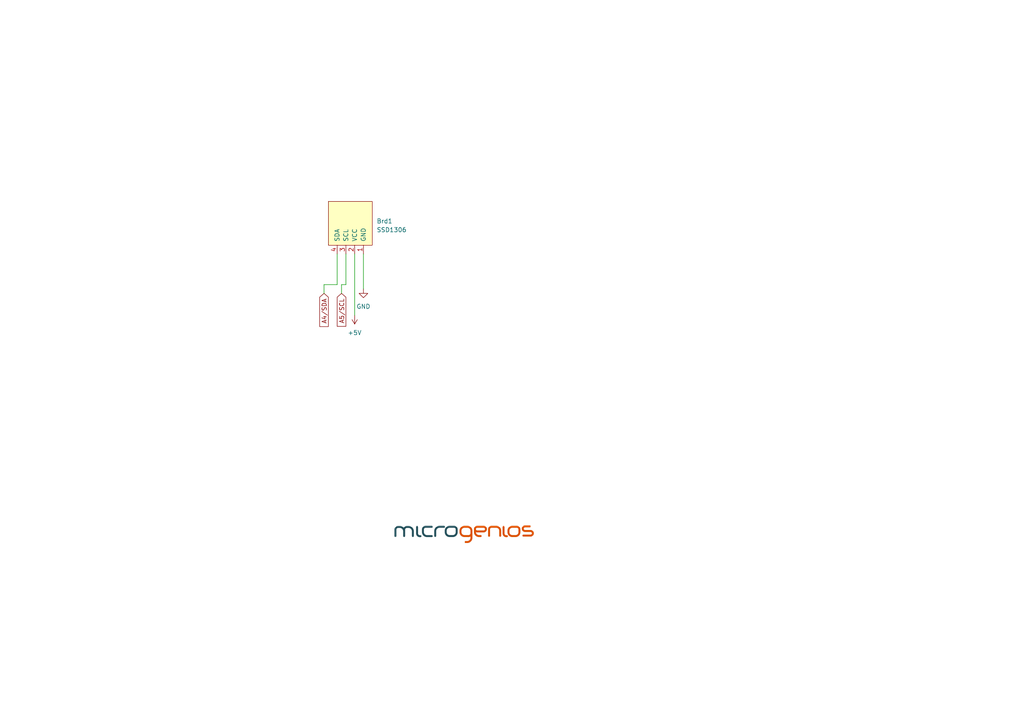
<source format=kicad_sch>
(kicad_sch (version 20230121) (generator eeschema)

  (uuid b9265565-3601-4576-8899-6edeb6b8bb3d)

  (paper "A4")

  (title_block
    (title "Projeto LabGenios Arduino Nano")
    (date "2023-04-09")
    (rev "V1.0")
    (company "Microgenios Solucoes em Tecnologia Ltda.")
    (comment 1 "Gabriel Rosa Paz")
    (comment 2 "Fernando")
    (comment 3 "Placa para ensino de programação e microcontroladores para jovens e iniciantes")
    (comment 4 "Primeiro Detalhamento")
  )

  (lib_symbols
    (symbol "SSD1306-128x64_OLED:SSD1306" (pin_names (offset 1.016)) (in_bom yes) (on_board yes)
      (property "Reference" "Brd" (at 0 -3.81 0)
        (effects (font (size 1.27 1.27)))
      )
      (property "Value" "SSD1306" (at 0 -1.27 0)
        (effects (font (size 1.27 1.27)))
      )
      (property "Footprint" "" (at 0 6.35 0)
        (effects (font (size 1.27 1.27)) hide)
      )
      (property "Datasheet" "" (at 0 6.35 0)
        (effects (font (size 1.27 1.27)) hide)
      )
      (property "ki_keywords" "SSD1306" (at 0 0 0)
        (effects (font (size 1.27 1.27)) hide)
      )
      (property "ki_description" "SSD1306 OLED" (at 0 0 0)
        (effects (font (size 1.27 1.27)) hide)
      )
      (property "ki_fp_filters" "SSD1306-128x64_OLED:SSD1306" (at 0 0 0)
        (effects (font (size 1.27 1.27)) hide)
      )
      (symbol "SSD1306_0_1"
        (rectangle (start -6.35 6.35) (end 6.35 -6.35)
          (stroke (width 0) (type solid))
          (fill (type background))
        )
      )
      (symbol "SSD1306_1_1"
        (pin input line (at -3.81 8.89 270) (length 2.54)
          (name "GND" (effects (font (size 1.27 1.27))))
          (number "1" (effects (font (size 1.27 1.27))))
        )
        (pin input line (at -1.27 8.89 270) (length 2.54)
          (name "VCC" (effects (font (size 1.27 1.27))))
          (number "2" (effects (font (size 1.27 1.27))))
        )
        (pin input line (at 1.27 8.89 270) (length 2.54)
          (name "SCL" (effects (font (size 1.27 1.27))))
          (number "3" (effects (font (size 1.27 1.27))))
        )
        (pin input line (at 3.81 8.89 270) (length 2.54)
          (name "SDA" (effects (font (size 1.27 1.27))))
          (number "4" (effects (font (size 1.27 1.27))))
        )
      )
    )
    (symbol "power:+5V" (power) (pin_names (offset 0)) (in_bom yes) (on_board yes)
      (property "Reference" "#PWR" (at 0 -3.81 0)
        (effects (font (size 1.27 1.27)) hide)
      )
      (property "Value" "+5V" (at 0 3.556 0)
        (effects (font (size 1.27 1.27)))
      )
      (property "Footprint" "" (at 0 0 0)
        (effects (font (size 1.27 1.27)) hide)
      )
      (property "Datasheet" "" (at 0 0 0)
        (effects (font (size 1.27 1.27)) hide)
      )
      (property "ki_keywords" "global power" (at 0 0 0)
        (effects (font (size 1.27 1.27)) hide)
      )
      (property "ki_description" "Power symbol creates a global label with name \"+5V\"" (at 0 0 0)
        (effects (font (size 1.27 1.27)) hide)
      )
      (symbol "+5V_0_1"
        (polyline
          (pts
            (xy -0.762 1.27)
            (xy 0 2.54)
          )
          (stroke (width 0) (type default))
          (fill (type none))
        )
        (polyline
          (pts
            (xy 0 0)
            (xy 0 2.54)
          )
          (stroke (width 0) (type default))
          (fill (type none))
        )
        (polyline
          (pts
            (xy 0 2.54)
            (xy 0.762 1.27)
          )
          (stroke (width 0) (type default))
          (fill (type none))
        )
      )
      (symbol "+5V_1_1"
        (pin power_in line (at 0 0 90) (length 0) hide
          (name "+5V" (effects (font (size 1.27 1.27))))
          (number "1" (effects (font (size 1.27 1.27))))
        )
      )
    )
    (symbol "power:GND" (power) (pin_names (offset 0)) (in_bom yes) (on_board yes)
      (property "Reference" "#PWR" (at 0 -6.35 0)
        (effects (font (size 1.27 1.27)) hide)
      )
      (property "Value" "GND" (at 0 -3.81 0)
        (effects (font (size 1.27 1.27)))
      )
      (property "Footprint" "" (at 0 0 0)
        (effects (font (size 1.27 1.27)) hide)
      )
      (property "Datasheet" "" (at 0 0 0)
        (effects (font (size 1.27 1.27)) hide)
      )
      (property "ki_keywords" "global power" (at 0 0 0)
        (effects (font (size 1.27 1.27)) hide)
      )
      (property "ki_description" "Power symbol creates a global label with name \"GND\" , ground" (at 0 0 0)
        (effects (font (size 1.27 1.27)) hide)
      )
      (symbol "GND_0_1"
        (polyline
          (pts
            (xy 0 0)
            (xy 0 -1.27)
            (xy 1.27 -1.27)
            (xy 0 -2.54)
            (xy -1.27 -1.27)
            (xy 0 -1.27)
          )
          (stroke (width 0) (type default))
          (fill (type none))
        )
      )
      (symbol "GND_1_1"
        (pin power_in line (at 0 0 270) (length 0) hide
          (name "GND" (effects (font (size 1.27 1.27))))
          (number "1" (effects (font (size 1.27 1.27))))
        )
      )
    )
  )


  (wire (pts (xy 93.98 82.55) (xy 97.79 82.55))
    (stroke (width 0) (type default))
    (uuid 1fe1e260-eb23-4695-a7b7-2370de951285)
  )
  (wire (pts (xy 105.41 73.66) (xy 105.41 83.82))
    (stroke (width 0) (type default))
    (uuid 29de6252-aaf2-460e-b859-09e2d1299233)
  )
  (wire (pts (xy 100.33 82.55) (xy 100.33 73.66))
    (stroke (width 0) (type default))
    (uuid 2ecb398d-2117-41be-9ac1-6984539ccc8a)
  )
  (wire (pts (xy 99.06 82.55) (xy 99.06 85.09))
    (stroke (width 0) (type default))
    (uuid 384e0c41-2bd9-4c67-9fc7-6fbc8195a962)
  )
  (wire (pts (xy 97.79 82.55) (xy 97.79 73.66))
    (stroke (width 0) (type default))
    (uuid 445d1914-02af-4bb4-af2f-cf8f84ca014b)
  )
  (wire (pts (xy 93.98 82.55) (xy 93.98 85.09))
    (stroke (width 0) (type default))
    (uuid 608a2764-a4f2-4351-80c9-6de372b0f7b1)
  )
  (wire (pts (xy 102.87 73.66) (xy 102.87 91.44))
    (stroke (width 0) (type default))
    (uuid 8b706c93-6cbc-4d9e-91aa-1c847f841713)
  )
  (wire (pts (xy 99.06 82.55) (xy 100.33 82.55))
    (stroke (width 0) (type default))
    (uuid a361314d-e008-4d69-9251-a4b0bda9d8aa)
  )

  (image (at 134.62 154.94) (scale 0.463702)
    (uuid 50377f85-078b-4f07-8ea8-206ef40d7804)
    (data
      iVBORw0KGgoAAAANSUhEUgAABAYAAACCCAIAAABaVl1TAAAAA3NCSVQICAjb4U/gAAAACXBIWXMA
      AG6MAABujAGN4cTSAAAgAElEQVR4nMy9eaAlVXUv/Ftr76o6d+rh0g3djN0iYkD5BDXPAZ8aJxRf
      4nOIEaNR46d+atRo8mk0yVMcooaoMVFjEKOJ5iVOCCpgKyoOmCCDCMqMAk1D002P995zqvZea70/
      9q46597uhnubbvM2RfUdzq3aw9pr+K1hk4kBMIZCDSCoA2Bom48mBAeGM5iBCAAMRkSiYIYA1H3c
      1MwcgYgAhRmowN6amRFRftHwuQZSEAGsqsyMeZ0BDCAFAZD2Nw5gQAGkO8EDUEH6a1D7V4BBCE5M
      QWwwgAmkMGpHkP5p/05Vldnvvf+ilF8w0kgjzCAeHmZkLncq/WupS7mrBgNAVsDaF1M7xoWPzT9r
      n7T4pnmelSCAI8CELUAIIFAJTmsvMOfIRpfyIDSDAlCoA4uI4wIABGCAIFGdo5YAFJa+cDADkCnk
      /tsei3LgWrcKmUK0/TEZCGqRiAVmIAaz8WK7vM/XjVI1DEZwqmpGzjkzAEaIiTwIZIDBFAyARigl
      9/aArq6ZmRkAbndB+haAiTITCEYQAELeUR4KtQMiAApSgKEKcui4QdqvhKhGjgBlKCAwJWIog1x6
      HyhThXUMZOQl80e/X2PM/7bzb0YAiIY7mC0TJ5OqMReZ2yDtWQVUAQYTAGt7suhVMCAADPVQZDbB
      UAYg3LENdeCWkQJR4Vkt8XGo1SUxTEDegACvUA92iR4AJbO2ZzR/2MO2yA6P7tP2a4EqzMFTnjgF
      AFOQV4UyK2CKkkFqIGmf5VNPhqxZNXF+IQSAYBUApfzJjnNSoi5txUT6mYe1VMcwqEViTwpTRJfX
      tzJABI5BFqEBcHAM4kTqREREmZ3ua7UWP1f728zYEk2TQpHkYJKYIGgkciQK51phIQJWEBoTplKh
      BVihad5ct+MoUVjH20Dpt4Z2IwdCowgML1YUVFEiyUR67ahV4RiqkZlhkj+RrrRreMg3D8LstOrI
      qDylzB/MYFkEw2BmwuRhUIIhJJWBUKS/8wDy/mUGUzsVw5aYG+BM09cKI2jLyAjmkabfZ64gMMAI
      DMABYpEJZsLis2B3I91eUutmlCCk6LQ4NVASCDAUCnbdHoSpKYgVhbZaFFkE8lCNHMA08uSRvs1f
      wVGOsZ/0z2mzDx/VcXTqfpAJSAFFZHgHmEEJhMDIYsPgZURTso6SgUgA4BAJZoCCAM8AdXSKlks4
      NAADAngoQ82UyRuYrIHsRNyB2buwZSN+elnYdMfujb+sd2zhwU4JcwIxh0DOiMkIgNP0DgXAxosX
      SQoYEWDeAgBYKcRCiOzd2PLV6x62/EnPxwlPxNgx6JWBIwEOTA9MBSKTJFkTz1SGEhimMBIVkGOX
      dQvrlOz8pwDQBCkKV0cp2PGIyFONBBCR7bt/NKIEDJsJmEKQoiiQJCrAvIDsdIQo/QLJ3XIpSFRi
      ZpeUFTUIEydjA+wIZFmtSAzCiMi135KByAAkNWDvnQeg1n0PM4WAiWAwijE6V5AxpQloaU5EAGVm
      I2W4vSsKC6aFhj9b4o7TZAWpMhOsNvJkHhGSeH+hDJAIXJH55kGWaFCIqkLNew9jidF5D0CiOs+m
      SswgKISy2sjdSMzM8T71ll9Pi+2G5qxgACMCUUzTehuM4WJU7x/Q/mz5IFTEOaeqRG64SgaQpklL
      y6fgZOLuVeoePGtplDgdknpHjdTOF61CPP/T2SSAijAXCRRQSYoXQFADcfdxIRgltXDERNeRV4+O
      90ANc89nJpnl0LIJVWJI07iyTB8xVSJqRzx8AHVa+1I2WOLJGAUCjDstrX16x7TzK0I9KMZ6Ykpk
      nHVkAFyH6IvSADMtiKEKjaCQ1cpugXQE+xkZwP20IaYzX29iD+akcpiRmbRiggGWoaEDMkAbcKtB
      Aon1Ul5gBQA3YiYZYJyoJFsO2S7S3OFhR7jVcxAl+sRwNAM0ZpGJVcHsEzoRm0HhHUwhDZjmEcIo
      eoW293uyazs4dzCIYQYVZNHKIAY5KMGXIFYDUVbNYYApVOFh4DTiGOqiKGRoqaKbah0xCbib+Ty9
      McSB9wXAgCMw4pAu025tBKVL0EOARpjAYtKFAQYVWXCTHsT5SfI0DYwAdqBEJGzgEeJUAsxIhczg
      iqiwYOKpl5RRzkxI0elYC9aaOixLAQQoJUsbiqw2cNoVdS1Vz9WhKQuP9oES1BVsiGbK5pF26v5x
      rvkauQBDkyCRLiU9hwE2VdVI0CR2oxpxkQdnSqYjEA9BjSCZhJItwZxxWzXsqy1p1fLLRgRp5pOU
      jRN27SKSGZkRMUeJ3vm0UrXE0jElgwsONOQqqWVKJkQArUmQuE5SaWkUrjKYRCqyXUGAqpRs0AAN
      GMzBNeHKH//nt756z01X2va7V0+OFc1cT+OEs4oCmQjBPKkRQGTMaRXIRtjIEkwCYWIzb0oGgzOw
      sAqxcLk7Fttmq6njHn3qu/8BY9MoOYA8/AM2CWxkaQ0ghXFC76yFaUyzogOzzCdE4J0EdYXPfzey
      VWAjrJPmicZ5AzaFGjPTkMkmI8ESsxJTM/K8D2R85I3zpG36Jgq8S28hZkAVymAYEUjFmAkMSV90
      4gyW/RtAAkIprem+pq/rS4cetV1JJGAglyYQlJ7WkX3SFxeI2v3S+++jqSHJCEeZNWe2qZp8Bq1B
      TTATov1mS4tuiTaYogqgjh2h5QiJZgi1gFo0o0NH2w2bGfF/lUmQaFE6Paa9e8DEnOswZCRgcanP
      t1HLdt7PEYIUhWt/q6FpiqK0APKZqBRoRoAgGS748CEHirQWGLAdyJJmo0wSmACoiDi3D1chAKAR
      9Y6TWe6Jk3cxIbJmxMwqMMoOyTBfU7eWcR88eui2JLWERyPrDsBlKyjbOYnhaNbXRlRV7MfsJ18Z
      DB5oMfSMf3NrFUTOe6IYeUlMXdcg4NJaSyoGYYZzljU26SPOQANUAcIoB1vQ7rfnqkPESDV/6yrw
      OFwFX4KL5KloSTUp9K07N5mIULQomlHSUNVlG6hF14Y8d5TNKkG52zidXrgPGdGoOSZKaJgBpkYK
      IiVXKxyjQsRgBtZHnIPJ0AzIPGrUJv91mgSAMcyACE5qngeV4BLFFKiMyvA+K6YaAAL5lrsiivmC
      spQfggZs4BFPdjdL3NKCJrpOsHcQFK7jyIrYgMnYB2NiIsBbhA4QdsMaaAONMCAyyIMIZOCDZxIo
      tAYZyMN7UAEqgBJcwfXAHuQVnZ0sMMr+AMSkNxuIlUHUwo6cqZUzOy32sKOSuhlMmdi10s3aP05s
      IWrCtJs46PveBNRli6NISg/HqORHOMbiW14wbZeyfe/wV0gq8nwgg2GmMGaGBVVl55LRmPpgkkYe
      YdshM1ADIZtIKoiKUa2MRiT0gn1xv3dqPeGmMMv2PJANXS7BFbiCq0AF2ANFWj2NgYtCTRVpLw9Z
      Rwu/KEaxEoIQLHtcAWVQZqGde2A4/9rBCEYgamrU26G7cPFXfvDvn9Zd25b1uFcZyYCsKQgeRmaq
      qqrmiJxXBRt7BZmC1MiU1ACjeWL9vpuChJihhYozmDklVg6a/a1sNjbDU5vcqt/+5BfQW4NyqsNT
      9ruRmmFUocconzWoenZDFT8ZDGZgEjF2pEAT4ZK8MZjBtdy4U+b2/uKRO1q9NK2HqTh2Oa4GRkCM
      0fvkDRi6NbMmgr2RY76riVKRgnVMARGrnG/jFjpvadbwbOQBneNpXz5OQt5pvjOCAAIqwBTECCrM
      DlAyZWJK80Zk6YOEGOH9Xjo+Oj8PsBlUod1WdwYFrr9p487Znccdd9zEWDk2EpXDJkT2wEnqvjsE
      IDRNUZUGaOpeFEectEZTKCMAAYhABL73w59cf+ON1177izvvvGPnzt39/myMCjYyNtI9720U2UG5
      k6lrLcZo2it6DzvhN17wvOc++7ee4FvVUGL0zgOS41uW3EZEUYdOjcxf61pTAFHUOx8kmwECbNk+
      e9mVV9186y3X3Xzjzl27t2y7d9v27f1+X0FExMwmHet7QLORlHYil74G1LmicPzIk09+9SteccoJ
      x5ZA2fazDezhzq7rntVt1qQpGtQDZq0DjbMlGwAAEbji2luuveG6n1973eatm7dt27Fly+bZ2T65
      BMs98FWeh4yOLor3ZQj11MSyww9fc+TaI9etP/oxj37sox9xHCedQtHjFEYUaRgd2IrN+WJ7acRg
      CsDID2EmTvqcHxF7ArCgSHzaEwjRVAmuDbICYgOrgQCrYYL+7v5112zbeMvm638aZnbs3rFzdnY2
      1I2ZuTZCZgFR3ndbED9WVdWyZct6y6YnDz16+ugHrXnow3DUMaimwGXWU10BI7gyY/oJvYFR5zgl
      CCJgLr+86ET9KNtPbMQgyBybUuDoPGzF2hg2wCPHgxpQWA4WAQAEoIEIyGCCODv34+9uvfnarbff
      NLNt67Zt20II3nvnnIjEGImWItsPaHPOARZNid3k9KpDj1q/8ohjDj/+4cVJjwaPgZP15QACO4M3
      JRM4BzAyFiYBRaeUsQ0pX0cED7dzGAFDoBTrxT5tYFNnoJitOhhMYQGxhtW45Rebr7t62523bv7V
      Lbvu3WxNZJAZothBjBoCAAFF8uyqsd7Est6y6ZVrjjhy3fErj1qP408CVyAPruBKkANca92xxYac
      MxAxt14mHmovCjBiazh1kdXZJMgvBgOUgGif4ojAKWgkzIEH0D5CjV/90iLRmiMwOQ12qMbgfGyt
      CVUUvJ8mQRv0tZCJjULTSZVyzgE5IEDEXOInomBAFKEGEUwQauy8e+fPvr976x2b79x07z2b57Zv
      b/pzLFY4h9DF+EFp4YsW2RQwTvqnMtSZkuUnRYOrxvzU9MT0mkOOWn/kcSesePCJOPxIWAE3Bqvg
      PKAoCgNExbGjZLehM8UyggLjZAYKKQCXcAfNxoN0YESeTgbMJ3ckKSwgNIi7cNUPv3LWXxwRtq60
      2QnH3lltQVlJQYyk1SkBzikooWFO4RUpYE7JsqcbCWVf7F3gCFpqJEBykGRMLigGEDAbeRuWjT38
      v5/85/+AYhrZj7f/jaLZqIuwsweimaeWUbMly1JMQV4E7BANQth0z87Lr7zqpltv+fmNN+6cndk9
      M1drBKCkhISZGlvCGeY1M/PeT41PTE9PH3H44ccee+wJJ5yw7pgjlnt4oACcoSBoFPZJ/+8E6kgc
      wgIlehiIpBmLMgYQYyD27FzSTMxghCAgh77gqmuuu/a6635+/XVbt23ffO+2QV2TdyCnqiJSjAR+
      jPoLVNV7Pz4+Pjk5OT09vW7duhNPPPHYdcesX73MA21sIExih4CamecCCe71DoAlDXz+bhpVHOZN
      m+35o/tpSV5GcA1cd+sd7//g31x62U9Qel8W/X7/0OmVL3nhi17/ihcngLEHhQrYHVyTIPUJAp9C
      WjPglrTbxElvv3fm388998JvX/zzG26cWLasLMuy6LFD9l8Zg43h/gtMAiibSYzmuCzLKDo3O8Mh
      jHn3tS9+8YiV4xBULg3TjHR/vC42jIEeIs02zI0xAxwGInAusb07t8185zvf+/Z3Lr7m5z+fmZvt
      TU5FlYmJCTECEzlmZqZEb539f4BnxkyIHJHVg8HMjh0Pe/CDzv/cOb3kiSJVpPBEODCw0LFrgJh5
      Ilh0xE1dl1WVZIUSasM1N20876INF//g+7dv3GSEiYmxsuwFDTCuegWTb2LN7A+qSZB9esYh1hbN
      TOo69GdnTjrhxOf9zu+8+PmnpcghB7hRuHqU8lPbD0cB0AUFpad2E+igsJZmiBdEgyggogUDMoew
      E3E7rvzhLZdctOm6a/vbt/Y8OZaq50BCakTkiJNja4E9gPmMdu+9VAVAOfALbfy9k8ghaj82kYrJ
      1Ycfc9J/O/zU03Dio1BMgiv4CuShCqKU30UgjAB7oAiYQTXPLiOpWUAOKgYDMIjmaXc5hrsLDsh4
      LNoIYwEQlDx734FKsQEaDLYj7KovvuCqb31t58abJnsBMjdelkSWDJ6EAibTen9W8gA0JQcxFXME
      D/OkpCKi1kSdg1997IknP+M5OPU0FCtQLFeq1FPqqigcQ9Q8iPPEtt6nbHmm/A1tJWk3xmSPF6JQ
      gfcQQQLWFA0LOSgG2yG7cNn3fr7hq5uu+2mldeXgmNg5eDUTskhkjnkvqsABbc5ZE4Moc1EyuSaG
      MNAgKqgmVq198CmPX/WEp+PBJ6NagWICrgDQxFD4igAJ6hxDAgjwRRsXBLQoBlpyQvvDUZgD2roK
      GYEQIRWUY0Dcjmu+9aNzPrzzl7ctLwpEieR4+WGnvvAV9IwXoLcSXARx3nnsB1G1WoFBFcIgMp9I
      P5nB1EbSt4i4igpxwYBp23tN5twMZCd23YMrLr36kou23PzzUgY9gmnjnCtK55xTFVUFdNQBTjbC
      6JZo8rExAF34VwlyIgNHwaBRUSJXxWriQb/52GOe9jwceRLKaYyPm3cKMbCiAFDOg4kDoDCX+QnB
      SDVnXuWcE0vsABEQB1YgwBjM8KEejJUe9U70N1131p9tvPKSI8a5kthjci7ODWquvDEIkdqEMhAZ
      kyhE1DMz1GvW7BVslBX9pJ0uxoPSLjGzkRIrASReFUBtIELpoMJFseyKrfgfn7wA6x4BV4D2nv66
      yEYJ4hshrAzdUauL5Ehlyi77xFi/d+nl39zwre//6NKtO3YWvTEuC19V0dTYOe8tRQzAyNoEpk6Z
      G7kbhI1VY4zaDPoiRojTKyae/PjHP/XUJzzjCY9JVgFnlCdLpSxrRyH97heUIX9AXcoIAVtU8iWA
      ICCPABgw29hXzv/al778lV/deWctWlZjXJbGBOfJFQozIyPyzCKBMK/nbAwosxcJqkjSMMYmBDFp
      SrJTHn7C40559O8867R1a1fRaMqQKRENI4cy6KsjSV15a3XfP3CTYAAxuI98+jN/+w9nT68+3Ioi
      MNg777menWtmZqeq6vsXnDsOTEARwwO3Mu+nQy2jtRz9R/1Yl74C0AA/u/aGvzrrQ1dff2M5Oemr
      cVcVChZLrg5ikBEYBCYT3atVfbCbh5mZwEDOmCDRGbzKrs13/XDDhsOW94oue4buK2Zm7y0Tc8pX
      61A6OLRJDAJ4zBnACMBH/+kz5379oru2bDOz8cmJ8bEJMW0kTk5ODgYNkHU0AGaUFBrn9s93sbAt
      AJK7rz07jQ2amgYzP/vuhtIQJbK31iQAwGloXT9SQFTSRFNvI6DArn74u0+e86Xzz9/Rr6kaW7Zi
      ZaNSeh9VGQAzEamqmZHjPbXY/RzX3k2CobILtfRSR+SIEWT39m11M/eMpz75XX/5Z9NjVa9DBBZs
      2KXvXwAZTslWXMZsU3MAmcIAZRDghlEfFpSS71/nEGdw/eWXnf+Fu6758VTYvmbMVfVcScrOlFRg
      AuskMreDTSs66ju97+ac6zLO238TYp/zyQRuzvwuq7ZhcjtPPOTxTz35hb+P6TXgAsU4qFQr4EqG
      zWPvhOR+VsBaD0Cr4ihBoR4AOFgKEkBO64zU6XA5VCBNB8PEhKjMHiiNGOwCB+zYeO2//OMNP/zW
      oTw4JM5M+RisX46xCkQ0YUnMw1DAZAJ1fVyMgD8Ad8rp6sqAFmaOxUqCZ4LGgdIcVZulvLc45ORn
      vuDBL3oViin4sUGUopqMiWLTjGoKAGahREgRMJiDcQ5UY9ahQhwAUvMpMdYMUVE4NPX2qiTUDWRw
      25c/+5Ov/e9D6q2H+TCug1IjMQcggMyDGeQiVKhVLw7S/AA5+picB6BRTKxwXDgP8vfONH2/7F5U
      u3qrT/qt048//blYfTjYwY8JKqDKe9YiGGAvidL2SHicbxKAslEKaJuyDwjDUyQdoN5x1d+feccl
      /7q+F5YbiiZC1bgclGO3Dpw85DHPeN/HUCyHn4qR3R6BxItoOoJVRgLyjhg1CdqdYIg5pdhSfo9C
      IqSBBcTdzaXfuXzDV+696epJnTm0sgmdoyaUhVdVgZFL+eQKApjMTCm/OJkEZGiLuCxhvbJJABh1
      rJeT0kyEnCqkltJnBuy3c7m575cdesLjn/P7xdOfhXIC5OHHIwq0Dtv2MTG/p/USJF9KDiVSABCX
      FjFQMhVAqTqIGRcqaGZxx9XfePvLVod7Vvu6gkVhgTmHqMJlWYem8EjGVcfxjAmJoxK47YwhhwyR
      6eI5RtfMCiMGIki8AkBkwDEaLR1kgC3lmhWnv+bY3389imXgpagcezSyYYLsPHsACtIcZ99Es4J2
      mzC5D3/mc5/6zGfBVBSVd8X41LIQAoxzZAJ5AGammhbVhlQ7H8HNKnU0ZjhXeIYKTCNUQt1vmnrH
      9nuf+bTfOuO5z3va4x5tgolOTd3TDB0xUi3n/iuneD1NmBOBEQkD4Mpf3vXu93/gsisun5qaqnpj
      vV6PnK/rUBRF8vUnzQlgTwyX8o7n9ZyMASVyZgJwFz6hCmgkEWhsmqY/t3tqrPfSF73w5b/3wlWT
      Y2zwBDUFwMQSoydume7QJNirAM7EsXSVIkVcnPOFL77nQx+ZXnOUgMX7KGIECbEqy4Ig/T5JfdlF
      X/P1YCJlSR48xTrJ8hjJe1COzlQgADffsfENb/7TW27fOLnikKKszHk1Z0xGGk09MRceonUMbODC
      k2aWtOB+sFsHgqoRyDkG1CgMfNNU0B9f9FUH+BQ+5OeZeYtqIyBHF9VGI/qlGBrgV3ff+94P/83X
      v/3t6TVrzBW+N5b+ulP6Y4yVr1IaNwBHRHDMrASxeKBmKfscRuJMiMiUHJlpo3Ozp6xb/7lPfjQF
      LCRW3SJqeWaSig2DRSXnQQgC87hh45a3n3nmpVdeOXHI9PjklKr2euP9mdmqGmtiBBMZFMOSR+Sd
      iOy9l0tpe26/bq6sTW+AKDM758igMbJq6X2ERAmb79z4jCc/+eyz3seGMUr6xH640/fWDCBIDtFg
      l8KGshqCVuAl8gmcIIw4i/4Wu+Tr3/rXj/Huu6d7VQUpJJRO1WqBUcF10DL7zzNhs0HVzOBoaWZ2
      jGCGczm3NeH+zAiaYy0MLqCIYOHCyKv4LTP15PrjH/MHr8YjTkUxDVqunDHtedEOeUdEA4DkMlaQ
      RjCBXS77oq3tlONCJQcRKEN95jsuGxsEEJpYey447ER9z22f+sDPvnPuSlcvq8pS63EnKgFEAjOD
      Qw4wSeNqzYPh2H9tJgEARzCDAEYe5MzMNDozJjNDUY1tm2tsbOUsVZu2zz3tJa9e9tyXopoGL4uo
      OOUEKuXoQ86+FIW6rm5VxlO7qAvNnij4DDKnygk2gO5Es1W++eUvf+JDqyeLlSW4v2OZhzVxbKxo
      oiqR5BREgQoMjoYrcFDmxzqqSX0fMqh+HSeWTw6i9YVQTGyb7TfmVhz9kEf/f2/B0Q/H5FHGE6Sw
      EKgshotqw+ftKX7bvK9sElhbCiMKvAfQx8zdd3zqr2/+7pcOG2tKmkMMzlC6MYk0sIEWvZ1hfGb1
      Q57yd/+OcpWq4yXhR7kDyYHGeaekfkDgAFCEV6DImygCYkZgX0fpeYIMILvR39w///M//PLnJ6Sp
      HPecFWgK1ITaA0Q+RYaaSWKG1s6CYSS6ZLRXtAR6Jsv6mxEZWDM3UzaFqaoxtduNEc0FLuB7/Vnd
      UfPcxKpnvf5teNxp4GXgCYyG8mXjpF2gNhax1RFygaMWPg4EQFNoYgNmmMdgJ358wXnvf9ODDgmF
      7igBiIGdiPa8HwxCNVHVoTEzBmV4yARiOXbJzbMkbejz1zTqRQYOIasBDoAzofZvra2axAxT2sLT
      /tHPPuVN74E/BG5sSVS0oFEqQpq4pCBNWZvuZZAIOERGA5x19qc/+Zl/4snlY1NTZsbMZkRwZsZw
      WTwbmxnM2tBSBUYwqNE5spxYbKJD3cIsTwSzWgz1XH/37inPr3zxS970ypf6oVzVkfvCAn9pFAb1
      YBVzzgWFMn5xy6a3vuvMn9xw/fLVq3u9noh4XwoshFCWpTTSQfhElGJ9VNX27YRJH17gMackmNig
      0RHmdu2a27ntsSc/4i1/9EePPOk30sNcm8uVwO+hSWCjLoSRRcpTNvrNoloEtkU9+fFPWHn40UFh
      ziuYHCfcjgwxNh42O7P9hac/871vfoOPwv7AoMj7bGkUZsYkwMBghLe9+71fPv/rq9asNVcKuCx7
      c4OmKIqoQmTGRGrR1IHIOzYEFQfaq0lwsO+iSkSO2cBqZGZM5CGFxpmtW97ztre94PSncI7nTsX4
      luLFGzEJkH3BqbEBwfCrTXf/r/f81Xcu/fEha49w4xONChdliBGJaJnbqSVTai0ScsiputFiqk1y
      QGZDYGxIq5MRI8emRI5F6xK29dabL7ngggevXV3kQJAF+jED2lZ+4cSgt87q6978Jz/4yU+Wr13L
      vTJY4imAaOFZg5J32mqpnXkmsANCD3u2BaZmpzdndkfmkmniuT8YjPV6zczMzNYtf/3ud/7uM59a
      dNt8OOT9ba0AS7BfAZC2OZo0YsNbhA3QzAJBLv/B+R9993SzdTXPTLoYmzBWViLWSON7RaQwiChL
      YjUokVqbN0tkQ58PsHfDYE8B7x2JWnJaMA1/DgdVUAQRmXMAsympebHIxSyN3dEw1j38Ga95Kx70
      SBTL4SowBIoUBKXt+0bTPXPZx5ECgn5EKWxNAgOASDCXhmF+hAAD0CDM4qYrzn/fW1bMblzTC5UO
      oCAHkWHxU2bWNNWtYZD6Y3tLkT3YjdoyreZg7MSy/9oRmCQ2YIb3FIQH0YqxiY1zNHvYsaf/rw/j
      sAfDLYeV4DJPo6FT/dO0+qz6Z0KVjI7HzL+63E0VUB9xJ+6+9cJ3vbm8+7qjl7GGukdEGskk0Y4y
      K0wMzOSIyDRVTY4HdZoMZsRZleiKBZKapSSQXFeQGTATnaHiDplw609++pvfh8OOhVQox+C8psI7
      Q5NAATVwFyaE/BvtdA8jqCWkOUn1iHo3fnnFhW960XHjNXEjWpc9qCAGds6BgidGKG7TFcf/4TsO
      O/0M0CfPyhwAACAASURBVKSqX5L8TbmCAHIxzfSlRXAAAfCxranq0s8BwEMCKELnMNix8ztfveSf
      P3JI2L6KY88i2BORQcxiKmmVK4EDaPlD8gGOFs6YxziXuL7JqDCwgZRgHU4Ec2Scqz4O63tJUp+E
      uBjfHouNoUcn/OZpf/7XKA4BTybu0QbFJYw+xRN2DCLZCaxDSasuJZonVY8UWqPp6w83bDjrT4+d
      HKhsrUoEy7nxnryE6D03Ub0HkZeoMGOkEi4AQAwxdP6ldM+2iOVRL8kkEAIDXkDoioOBGVAwsZje
      hanm+Kc86S/+FuUh4ImlrcHCFQkKJkPUJF2gDFYRRx5EqQj0j3563Wvf/Oa+6fiKFUY8FA9DeH6v
      Am+eJbAvbHJUErcbLL1CjclMJNRWD8LOXS/7vRf+xZteB0HhkohMSeZkMETx3mf8Q9tSWUzJnRyB
      N7z9zIsu/t7UIdNUVbp3auZhh0kzpRJgvJiejzQP41yJLI3CxEG2b978oCPWnnXmmaf8xnGI1vME
      G/GVpRpAKWJVjP3QvYLOgbt0k6AB3v3xsz//lfOLiUn2pSrMzDOgxmLMrMQKUat33rXxlssu7Rn2
      w3O51yYiXYyKiOTo25S3BJdE0cCwecfu577ojF2DwfiKQ1pUieeTky4+9u7XcA9QZvbmzEjBRGQE
      k1hYRD33sAet/8zHPly2NZxoHudcXMsLr2A2VTgWoAEEeP2fve0bG76zeu2RrhwbiPSqyUFT3090
      ru15dsZBnc+0eSlY7Rjoz/zus05/x2teM5l0CQ3snLbly1SFnYMhRLGiCMC7Pvz3n/7XL0wftha+
      AlO7j1KIrhoZgHzWxx5zdmBQxn0/ebTNQwrNmFmNVEFEDJN6EOZmfvNhv3HO339oHGAFE2IIrizU
      1C01KzW/O4IQ4ZHRWoE2YJ+r86eCrSakDcIO3H3LJe/7/23zLStpdsIrVBiadH0ArV9ejffuV1mA
      /O3dJFicSBt9yMiAGEYCLYpSmqB+fLeM375Ljn3c0x/2x+/AxFoUE5nnic9gdZFwpRbh62DbliXO
      yxzQvPeQE68VyrBiOJms0IB6y9Z/++jl5316dTG3vIg+CFnG8IS4LZ6t2Jvkut/xHqTGbSCu5iF3
      e8G6zgMpcJkMLChmY3lnXT7r7X+Nk5+MsTXmCwEI2p6aEgwAiizvtD1sR1IAdgRE1Ry7AGN4A/vQ
      R9hsF5/7zb89a90kebebqO8UBHWGjl6tBccAgHQYBHmwfbmtTmLUQQecUMZUYAppeKQMRMKcG5+x
      8Xtm7aGn/vZxr30n/HL0JuA8ENWUUUIVrCDrN4NeOUbmMaTn+SZBiucydeTRzCDO/ucH3+p/8e2V
      4V5iAZQ4o585dkHAQjPFqmt51RnnnIfiMND4wpIj99O0zbHM53gQAAptmGlh4FTeD7BUfgACbwFh
      K2654uK/eltv152HVOxtQBBGJAjarZSoOnK2GFMQOFmr1KZJHs7CfqgnaFcKhmGOcnbxtKhlciMw
      AHNKaiQGeIGBg+vVXO5SucfGf/tPPoKTnojeNLgEiaqQy6QOgFPOTMcusoGHVJjLsTPhRPnRgpcd
      uGzDBe9643EryA12VIULCI1XAKXAaT4MIRWqTN0TU/KkaqrJQZTd5oYURcApWYLbgp1LkkfJJwCD
      Fwd4BZQ1WvTecTQiNEG291aUj3/J//Oqv0Q1Ba6WvgjDxmDSGIiZiZHPzxLnHJiEUANvfMeZL/rD
      VxaTyydWrDKUAJO117DfupdrXqWzfbYFCroRjJTIjJyBiUsqx2hscvKwtZ877xvHPurx//b1iwZA
      A4pgg0vGkvNek6864RwCgIIiEK665fYTn/jU715xxfihq6Us0sLsTZtv+SklqZAJdIn2AHLEVQJg
      iCP5hn3NxYq1R+5o7Dkv/oPn/8GrdgdtACEKxgZWhamCWesGBmYyaTGqkZnZj91mwPcv/U+qxrkc
      i2pimkCvLgrCUqVX51w1ftkV1wwzNh5wS+Er6esuOQ8AKNsDNfCDn1z5uKc+dVZsYvrQyC6wTzn6
      HQ0No02M/2+4A3Au4ajCKqxCqcorAMdcVpdffZV1usp+ZTZYmiUzFSHHjaIBLrjk+w957GN+cNXV
      hx57rIyNzRnI96JYOo8s0XN3zWukQiqEdE+0fRBnycCwKE1RFOR4IPqLG27wDqqJO7oYW/hNwFwY
      uK8mRXHjXVse9bRnfumCC1cecURNzoqidcIz27wywK3GwaP3A7i++3zyaLZP+1sDEm4CZD8h+8L3
      JsqpZVdef9PjnvbsPhAZRvBlAegDtLepA00sdUQBiBoxdDBDcTfmNm350jlfet0Zy7fdejTvWu36
      ZeyXLhqrkgqrMFIiPhucZhm/4Eqtm3NqYa0Fn1nMHSlWuNXSnMGl7U3mCt8f1CY6pnOraeZhK9G/
      9uIvvPjpcz84F/UWyCw0AjElFVvQeUjBcI91k5Kbtj8hABCkc9hiW5bdAVDIHOqtP/3omVee+8l1
      xa5p6vMgUD7eoes8wSgFSe+5ue5jvKOzdzDuSulorVSDVEYmYiiqGOrMvElPB2vd3EMnwvnv+dPt
      538eg11U12TRACMBoqUqT22EIrl2iGn6JBrMca456qBeApqdN539wYs+/t7jJ8OysL0nfa/islem
      3Z0EkDGs0wF0VIU8aPPDI3lcI1SRq8Ibqc070QhsGItzq3T7wyearT/82hdf9j9ww3+guRdxFyBE
      DIpw6WBT9MoxkTjy0PnNBKmAXkqYYEIzd9eN13n0GTWl4HghVqb2hMOUmuK0Ga934u7bkMs5La3R
      yA5oDUUCPFCkILdUzj0d9ehNvc6g3nzT2R88789evabetEZ3rKBZrwOGalsSJ6PpeyoD8/nwnvbA
      6MQu/p5MtfRFx5E6eyCvaQodMU77OIUClSSTmD3Mdq/D9vPf80fbzv0U+vdA5mDGrhjEplOi5iV/
      ZLxBDRH5vFQmx8EAM699bL/twg++df34oAjbSh9FmwUJeERw3RGKBjCx91GMPXrjXhQiBmNY2jhZ
      RrsRkrRF39Hx3mRTJleVcelKC1JwoUF6E9XOWh78sEfBVUs+zHaP5t75zneSdyE07ByBHFjFiL0A
      s4ZnPP+F195669Sqw8SVxJVZR340vIgAUiIjMrIc55TO67I0gORx3ffVfgBEZmLc5jdYqnPsPZdc
      Vso8Pr3ivA0XfX3DxU95+mnjVWERJUOjMjsihsV8aKoCDg3jX86/8OVvfNP46tVWVa7qEbtUgtpy
      2F2mmbbz6QJARt0Amffa/30NihRQJW0ZNHHCWxRclBMrlm/esf1vP/aJuSCP+c1HUmLqBueSfZUq
      IgMaybXMraOM0W8W1yLw3o98wk1OSTKzCMYWEOE5vVodN2qu9BbjievXn3ziQ2nJL9l7S4dPE1HT
      NN77YVhLCmkEzvnXL/zxO/5i9VHr/OSUgMWSxCZO1gqQLKukbuUwwX3caURds/v85AO/GxvUnCKf
      T4zMt8iENNYzu1/3yldk5SWfsrCUlqvUGthFgzBFwktf98aP/dM/L1t7uFXjtSCCvS8BqMTCJV+T
      5g0HAyzRtrXqmyV20slISv8dlPkhGJm5VNqbQYqpsjrjt5/t84nkxI5DiI49iIQxB9TM//ilc//w
      da+fXDld9iY8eyIHUyaATCmdFaIgo+x0cQvo4de0+qMmwcjPtQ3iJctooRGYXVH0BPi7j//jC37v
      jKpkSqdwS6A2KnOxbSjzu8p5lMPi03uZFerQx+7b/vPt/+/tl3xx/UQcowFbIIga2Fs7k5kW0s5i
      EGCJdgEGFt739fOl3LNcoAQkof3G0oY3X7A5GoRGtT/l48pCfnHJt2TTHYc84lHgCoVLp1QSJ/ZI
      RtxScDczqXRpchcDyDE/lBFcB3g4F4DIiGKeajT3Xv3BP9l+1TfXjNclNypWlgTNTj1lGJmRKXey
      IM+SIfmkFzUz6TMH9p5rNHILHFIySw1kwqat5E0kAhiRCSToYPlk79rLfzJR29QJj2BfMLtUWjTk
      MHSGtVVYyIhIg5BPmZ8EUVJiKig2mN1869nv/9X3vrhuKhQ2U7iolA5+SvUjTcmUzNKpdJnzoFsP
      G+IkB2V+LJ3JlYDIESJRNmWzdM9GLbf+HVRsrtYJzxPoX/Htry6b3TZ5wkPhx4V9KoQdI3n2MHbd
      UdkZShdKE0cggkCQsHVT0oB65qef+8SaanfPGgfjFNGU4/wMBsceQsbVbvHHnXIq1jwERW/JAsM0
      aSkYng3OCgejdExE66cmDgFxN7bf8P23vHTXtd8/slcv89E7rWMgZ+mTaf7YAEIkNmKvVCqxEid1
      jkyJjcyIldPXQ1Uo77xF0z8oK5RsYGMyYiNv5MyGRnhiWETKamROQARxZGQwISNi9szLynjz1f/h
      7t2x4oSTUI4LV449I6XOZBnR2e1EkhR2tvzy/CGZwdyd33zTy1bK9oki9Hw0s2CIpAxwDuLPJ98p
      TIldOdaIRiiYVCwGZULBBENXiChJ41SdVDEiqhdxJV9bih0CzCAEYVMSqbyXukFRzKi/C1Mn/dE7
      0VsJ9g9Qg2M1NcAXRZSYeDW7Ihg2z/Qf/aSnbJ2bk6qn3is7FZPYoTW+/YJbKIXTuqYrmXTdW+77
      spFwka4cFalAY0p2M0MdIpdVY7xizRGbtu963FNO+/hnvwifDgHxlvxn7FOaOjwawrs/9LG3v+8D
      h657UMO+mJgIElMmNMy3V35v220AaM2Y7lf33/+RC4Dmw6upQ6zAYO8KMURzXE2sWHPEP3/5q095
      3u9vCwiAMQ0ijJASkAGQ97AHtrBto8IrWFW9z1VZiFkhQhAzBcixpPMkuTve/gC07gS6siwBhBAA
      GFADAfj8Vy/4q498ZO369YEwWzeNWlLm2JDmrU1IzblT6ZH/5XclQNusViSWmwOvVTXGePQRRzKg
      qSoDw/bP6UIsBvV82707Tzr1ydf+8rbVx6znaiLCkascFyEE1eg9N2Ew6ojLBq610EuLLmSMKtGk
      Hdz5TGB5U9eIihjWHroaADFCiABijOlUctEcDfW6P3/nez/80cOOWReN1SgEKRw5ApC5p5AqJaSZ
      22p3/7fcFVn3AXKagWrUKGJQ77XsTRx66GOf+rQBUqEzZrcf5bzy+UAAAMv5xITEwYiI0HdhBzb+
      /IJXPb/YeM0Jy3i57Cw1pHTAooIIrHUIMBQkRgKYAgpntPfR7evnS7obIemIeShGw4gL0YpZRZtG
      fMWFA+p6ue4+fry5+wfnXfDmVyBsQbMTqHMMtAFJNKYHDC0lbcm7m1nVVJYpGsCqZoSQDhLxA9Rb
      b/n0hzdfseHwYraIs6FWV3AdzPLkZrVV2xDeFDuK5OUCbB8zY7SX2Tsod3CuoDJEEYc6QKd2C2fM
      ODLYYYx2HzPZXHP+OXHDv6GZRWyAqDkzxad6TpJ9s6YQdslBToBj58BEEhFm7/7c39367f+9tpyj
      emfQZsBRqHVc7OvKyg3DnOUysgdrfrKToC2AM0T12jPpWkpMf0IAigIS4R2VGKzgbevHdl2/4V9+
      9JevxWCzH2wvoAb23qnOE8d7uAiGXxJSOiUAG/NMpolpjYR1wfLhhkIqRFY6IAbsXzMAluyBhJfk
      7BuCRCWCWDQjSITM4KbLNrzmBcu23XB0r+7p7KA/Y85ckcENSmKtPdguWZyudSfyiPu0jR6fx8pG
      HGWLX6/hn6T/GSOSq41XHFWjwQS0mowCKmbwpmPSP6rX/Oq7X7nn3z+JsNtZoCimCxdq2CTCDOSz
      7WjKOoe4Y+tnPzq1/Y4pjqQSBmoGFGAPNjiQN0cGE1NAqFC42UEf3oEpVXFkQuU9AJ7fPDnPVBA5
      csyLvRx55oLJM8Mz2Bk7ZWfsyAEiysVE7ZffPOOf85b3oFqmB0JnZGKoxShauDKKpfIvm3f3H/uU
      p/HkpJ9cNjY1FQxm1oR6rCpZiY3zvb1oj4uNyVKBfow47BJ8vper/UwOMmEDt3WyAQiUQQW8M6aI
      lSsPWblm7Vmf+tT/fOUbAqMfhmlSjVlgDBh/cuYHzvnCl1YecdRA4Hw5mOsX7HquYPOsRXeRFqPd
      dgqnYNPuAnAfHd7blQmcbMRuJ3NmFKRQHi/GwM5NLNsSwvGPO/Wbl/6kAcwjAEGQ81Jbeu8ivwmj
      LuIltFQIqaoKVmO1VKfeRFnNEZEZgyQ2UUNRFXL/cV6LbelAn1QHRlWTIlgLBPju5T9767vedcjh
      R6aMZ18UPBLxPhq9kIewt2u0jUqgg9+YyBGRwtRMUpUBk6LwBeGUk07yQMVoAy6X2CGCGjeGhnHh
      D378hNOeVR1yqJZjjVIM8FawkldUriCgkaYoSwB73YmFIl1+/rVUhXRJLcfaqY4XlYuK2fpJ/+2x
      HlBDUXklc6kWPEM8GuB/vvxVl/7HFYeuXkvw7Asj5rKoJQ6klhGeAACdJjQvriy/dMHq74tOFtPm
      bfN90J6CFZ0PN1uJRERsCTVjmJgF6Jzp5GGrT/nvvxWzLrvk6TekKgQG5MILhjZI2hgqaGZw2UVf
      feVzjsa26bKxes4aeDhGklhwjALwmisqIt9ScKPZfShze7/ug/UtvJArvylBQKIsKX4pKdykVMBV
      BIpKRK6CEpHW6ybs6Huv/saLn4itt6Key9uohWZHZyYHUre6PGWtQpPyDi4MME8RKDlOUI25e/Cd
      L11//qcPH7MeWyGYqphBYBYqDFVEJSgkaS2kCZhYzEjvUyIcsAsAmXPqyByZI2XSzDBdeyXsWgiB
      OTALu+h4rm4qN3PM2PYL/uEvsfFahBlYykBJp4xyytFhqAIiAUxQxEFMByKhmcNg1+y3vnzV184+
      emKmV8xxBSnQMIJD5GyKoLPUOq1OQcZkjtWxetahPnBwLqRpQBvxlQS6V3iBF/bCXhzn6DUBIBGN
      YQ62Wxs3zhNVONTtKu64/MKXn4b6bgqB4dx9y1/KjMPDU6qCxRXAsEiUgTZhCMNIhC14jQ6O4NXM
      mbgASie87pdGxynVHmgD84pU49Ua70URcmXnZhY//vr5f3zGEbxthe87J857Lt2gEQPFmDaZAjBQ
      RCWonMKbABDOFJ7CwFozf4+r5Y5LoudkUgqpkEZuL5dnLIdC5WQDVmJhFmdMYAMxmOCFWciBC42H
      l3NXnPep7Rd+Af1tzA3nIqBtiPsQR+BcEsgy83AkLHPYedcVF37hUN+MM1iocJ4NTBwaAOyVq4gq
      WIJOiQxspSdPqlGaQQCY2dV1NMnV/8RETFRNxVTIYjLTF3tZZESnko/O5ggWqFo0Mc+Ryi0Dunmm
      fOKr34NHng63LCjvh4hZSFACY+LC+RCVHAkwZ3jSs569fO3hNblaZGaun2yysbFKJCibJk8cDcVn
      2hOjz00WJy1ahR3GQSYngxIs2QPp+WoSojSO2ETmBg0V5co1a26447bHP+O5s4a+AEnoMgXgw5/6
      7Be/ccFhRx9j8MyehSr2JDHU/QRpdCr/CG6gKWqNRyhn6Ts0aS2E7DNBt3+iNGXpzWQwGLiiclUP
      Rbnm6KNe9YY3nPWJs5ODMpmsoWkO4BGPguzoi03wTGyITWD2ZsTmTLIN5pxrmsEBVBidc+mwzxRB
      hJRk7HDnzv7LX/eGtUc/yLgQUA4uB9L5hd3x5jmIMB0HkR3Be9zx678jFRzTVG6IQI7ZOWbWGDdt
      vP1Nr31tEs9QJUB0aZUxDYiMAeErG777qje+cdXaIwOBihLkoFT6oiSnTdDYeGKfC/wNVeT5RJPX
      cl4ktDGZHtRZIueNEEJwIBsMzvidZzpkl1/QkEzUWhCA01/0B7feubkanwKXTVQFi1kTQ1UVVVUl
      n8ZomGmLIt0/DfAiPrOIO9BKwflPw6h1kCwBNqiqtVzLCAqB42qsZ47LycnffdmrQiqwj6U1SnEd
      CWFIaF7qgAIa0czOfe8bX3/XG09aoVM2Q3HgPODQyMAVLDBfuhBSaEl2FIwyNWuTYg/Snaxbu2xR
      dDC2L11jIqZGDmCNJlnaaYnB8jCznnad+4aX4PZrILst9NEGemZ/V+scyFRB2QrQIYDCFqGMgYCg
      HjXCbuy8++sffc8J09U4xXp2rgCs0VhL4dzIqiN5+Xk+NjGMOthjpHtZtYM2q/NJlFJRlu4Cstra
      msekQg48McYyaCZ490NWu6+87XUIu6DC8C5HGFnSCLNN1Ua0l1VFgKnARdx94zf/8f3HTMgY1XFg
      MaIoWtjYOEMNI+tOeyrQI7mFB4/e0ltS4Y4hV0zxC5lWkhNBM0EqxnqVOjOP2X4Y9GWcdJXNHK33
      bnjlCzDYVjYDskiI2dbZs6UJN8t+qvwRAlOw5OWGtbqvdRHFiaMQzCwn3dn+CX0ebul2HlzCegEG
      PCL62+r/+NZ5H3jbCSt5iuc8Sd3vhxC8K8Gkat63czg07vJwUwi0zrfGF2hHe2pKS6DnEbhh6G4a
      AXqSJxBkbAqkmlaUIstbx5wCYO9UpOf665fztz/1N7jrBtQ721P2AGi3L4YiOTHq9JR6gDB3+d+f
      tbpnLs5YM0eIqhIVpFSWhaXDqqCui9okUviaq22Bw8SqncXyX/aru2j6brdqI01vtJUbbeVGW7HR
      VtyB5bdjxe1YcQemN9qKTbroy1ZstOWbbMUmm9qk4xttYqNNbdLlG23lzXH51XNVf93Jz3r/2ctP
      OwPFKqD0zi8dNF7YPEPVyBF7nwqz4SnPfkGxbEXDrpoaDyGUzjOcxcacC6lmyFB9H33UXtVJXbCJ
      7kPnTJ9kdWakeVerEsyEiMrShxDYMYpCREpXDJq6Gp+YbeqTn/yk733ja2tWTlVAADb88Ecf+vjH
      Dlv/4N39gS8n/g937x1uyVGcjb9V1T1zzr1382p3Ja0iAlkiY0AGDCIHAQKbYGODjY35nACZYLJt
      wCQDkslJCPxhA7bIWRJBJAECGWQMCASSUGa1Wm244ZyZ7qr6/uiZc8/dlQCF5eH362ee2bt3z56Z
      TtUV3noLCTCDqohXM1WjYwNWgpqAvdSpFdX49urmirfdqzkBCDZF/sDefXeo43g8GgwGuVX13OZU
      h2iKLVsPec/7P3D55Ze/4ZUvS4A7Yl3BFUT9S90sPb2kw6ZmzEDgmNXMKXIoUfWS/SHERq6WbkEn
      eynzOeFmTSnFGEeOx/7xk1ZtOjCHqlRWrwPBPLdtCD3Z3bKa0gm1bhx8xb2T/vvcffL5/WMSuDtI
      nLwAKInJYbltFnbv+su/eOrBG9dwAgRErKoiN25EFRgDp33w4696zWs3HnSYEg0Gw9G4ZZIgkpux
      gAaxyp6L70dVnWWyXKcWiv1Cn/T+Gp8iGZL6quHsFT/50dv++Z+rri4tUsfj4kYgxmOe+NTLtl/H
      s3NUDTRnAw3qQc4tsrVthrmsoErqfvYuQ7q4gZetx+k10AUbp1fLjekFT75t37bPmW1UTnUwqIA+
      iSiTKwzkIdDi4p5hkOFw9sKLL33XBz7xlCeceOPyv7w4vxlUSFo7gUAAyNDuxrlnnvHa5992A4c8
      3+Z2UNM4W5wFmy+Ox7EGKIBZi0RyiPfsnDTBlVmHUdwf9/6MyJ2/jkpowwmNKw0oG6ekgakKzG5G
      MIm7m7RmNg5ScySu/ciz/vD33/kR2nA0MLS+SBlKPqyvqLO+4rB3wJwCZSAIBIrRPNLi51/0nENW
      k412IEqoK4LDcjRnUyUror5j9ekGiqdqJHTfvG9P0YeFJ20/jafDnJFJp7T/lX7BPlRScGHkjC6H
      zKKgVQgtbl26+sq3vOrgp7+E5uYUAEHKdwMCZHPpCoETAMvKYhjvPOsFf3ZsPV/52BQzkdrW2SwY
      Jo7YTjd1ePHjwH3KIHfqAV89mnH/rLfyLDi40C4BIHemzgE4+ZBRJ49gRpqhWlWIsR6NGicI+Uxe
      3JC3febPH3bCqR/CcCPqNUADECigo3+cnmwQMRzkzl4q5jGETIhI4Ny9IymAqCDAHGAB1I1BAe6Q
      oDc6ObSb+vK/vKdFh0MpMEC5xXgXzjvrrNc8/4jVGbbH3ElQRzJHTilK5anBZGcBTkZouvW10n1w
      PVKRgL1+faPmF33sE30Hlr9nBbEL9bJXjawk0MHdQA6FGmsyeIS61b54+xn59LP//OH/cRbSDGLs
      RpUMPfeolkImIolgBcrCjmuuvvq7595qtkBA28GwWlrKJKgCFhdSqCgTGTkRhE2Ic/Ylp0WZuzbR
      sD7oNr9z3NqtRxoPHWKGwiyny2Sne4uIX7H1EDd3kFIgR/BkRO3MmgPu/NuYWwMZgGZgXh5581W4
      UPSaUuilAZ7zD6++brQ0WLPWiZpxko4lMEUmANIxrxrAgBlx/3P55UR77n6z7xBMPEb7Nu88PaE/
      5A0EdwWKgpWI3Dy7EzO3bSsizNA6zh6w6R73f9BnP/qR3zr8oF2j9FdP/7uDjjhiSbUazKakgTiG
      aO45N+Ydd5T1smPySr3q30c2Sn3lfd7zhia1/2RXD7JUB6TeHgBZSk1Vc5MbDmxAIGYIyLPZ2k2b
      v/D1b/zp3/7de97yeiakbDFMzpqb2zSlCIhIFcK4bQFUMZoZi8CdidUyGKo6UcpvapsISQaWCzWU
      4lkc4xh4zRvfsms0rtbMNmpVrFJq2BkCqWRiQy07w8h87y+3idxn2F5GwvJ9v6m8BOSiUHmRWeTq
      1o7bxfnjj7vbc5/+1wyEAGSFkAipqkjvP5sWr/0PncJRCqMDDfAfnzzzZa875aCthzhYgiwtLUmo
      iJBNmZlBZtZzHlLv8+q2216nVKfgrvzdxEbdH3dxuKcZxhU/+dELTnrG7z/8/uUF1BIxOySBlfCk
      v3zGT668arB2jYc6JY3CYB61I2KWSqDGgZY98s7LVBjLa2xqPXQUh8vroc/ImozAjehFx8/aS7O9
      6hL0PsfS+tgXM1gczs5Ezkxaamllm52Z8TaP2zy7bt3LX/evJz76xC3Dabfer2zzd2nB/TryjHYn
      hQ/uUQAAIABJREFULj3/Y6989m3Xep13pdRWVWhyJsZii0AYDpENXkqEi0CLqW0rJTAZohEmRIrl
      ZZb72xvo0wtpnzHph2P5M900iRtDyY28432YqAsOtNnBCFXNpoXLxYBkSaKM2xzg63z+qKF+8G8e
      /7h3fwpzA5Geb5twQ2cfYXIk9T0sZg8pvvzJeO1P5upRHaxVZ5FxykEQA7fZhLu85OUvclgBNwGG
      5fFZ0fGJA2PlG/HKehe31F3ZnLIRggZ2EFmXVOzd4/sTzQEmGDuERC25QwIaIHi7dTZ+73MfPPiP
      /wJUycwBuSx4Z5C5eyAxAxODkRWBDe2uyz7y7rXNtlnfiTokhSWUMoy1wKyjNHai7sTsyBkJEJ0K
      DaED2vH+G58OUEBG3dldONDMQCBdnt+ixBAxMKhizikwNGNh3AwGkZA8IXg+oM6Sfv6FZzzhAW//
      MGkE2KWa8GROrbD+Ox3uTh2xvgFcEH4Fn2vF5kQxVkqGEJlCmGKoYZgUdr2RrXeaUS8fqGQ5M2VF
      XsK2n37i5X937DqwLghr/2puWQd13TRNjFyqbLB3WB2eyoIFCkkZinZqXdrnRKVfDilM74JffdaW
      dxJoIkIIRuTiWVzFO2dCJyuZrQse8DIYkwFHjGytcW7mbNcBqj9828nHPu0FEOGC4+pnrbNNhc2s
      YCTIAGuuPv29B4XEOpbIbWOLiy3XsIS20ZkhsrqXXF8CgzKq6zDY5vWt7/bge/7RU7BuI1AjziIT
      wsxy4GQ6yNwlY1g3bPQr3Lvx7ztJBeyUQEAcOpEyOzy6QICCELvZLRDcgWwwwRfPu+CDZ51x4NZD
      kqkYKkJ2d4KIkJWK8AwOmpsYg2oSCTm3EyB4X8Z++Yjz/i3739jkDy9M2cUMKIwUTqoaYmiapooM
      gwi5erbJJpSCTTQqSAoojLlS1QMOP+qhf/DHX/3K2U956t+s2XJI9sBMrikwA1rqXlKIDrALAWZG
      MaibWS7rDO7qzq5FmQW592Sd08PM/U1LsTbqMl0mCq0RDM7mbswOglTCrbYcXDVjkuDJwQxEUVnb
      INXajef8zw+e9oKXv/lVLx6A4TBSgwukVwZg6nwjvc4AhCMUzhjnxEEKPgOAUTJiwInIwYTIEP6l
      X7dv6zQMm4xBkQlWZKOasJgjEy7bs/SOD5y+YctBGQbmbCYiRlbS+cWJUcoHErlBpKVEwsjMzFBL
      KZkmzwpTEfFCbLnPNmL/VbbaTbxbgTeZRQmeWgaNF+bXrV394uc88/EPf1hXmoqA0GV5TZGXWT9a
      HfbD4Awnz4X0QB0jxpnf/s7zXvGKjQcd5DFqqzDEULeuIkFdIWI5MxFTsMIg7lQ0lBIBh4CIzDPB
      XZOZtSlpSgACCzncvdfbbu5oEHH52d0KBTMRi/t4z56tmza9/bR3HXfnYxzekgrACGSSCXsIp7zn
      37/24x+tXb/BjTkba6lO6cTsnA1EDFMNFIhkadzWw0FWJVDgUjvWibgQ2qZ2rG0KgTXlsmd7FpHu
      Tjd+PUyfUisOMJZx0wwGM/VwAJJsWlVRc2YKDiQ3cwzYYR6cTV2JhKVtUmCOcTBqmg1bD33K00/6
      6LveIACpizhyQhDHxMUzMR27EobT2gYI4molJqFL2PmTzz7/z26zeqnO8yAPFbIaWFy04KejSkpK
      0et60DaNOapY5ZzdTAI1rbHAJSaL2SVlTeYgYYkKZPWOeRVczKrOS1NeZ1KpYLpsPFSIAWeHQ8kh
      QkPCrDfimXKu6pC8KJCk2SVQRWwWc84iJMJQI0IEwzxwMb91xpeOjnbWMx774HecBWwBVaDgyiSM
      QtXcDZGRIxA7kBGIIAEwVAWenYCcznrvv26tdgGNFh5+y151hG/EwiA4sroEGmuuI1jJScZeJZJs
      ntXB4iTqnpNxLL5FRpeKDHa3wjcA3mcl3jJ3ZdNgnn2QB0MR1121jOcie86BoYRWEWKtuSFH4ODu
      itzVhDWIwN3UFg7euPYr//qi+7z8rbBh4LllM6qIBu/0EBNAF7F46fc/8s6jqgaGEr8rbC8gyw4Q
      mII6OaCFuoKUzCURyXBMaMAt0GYnVIU0eX+MTHdn86DkWmuOZpFRi7CLefbIhhzgmlEzNAMOSEg5
      MRXqG48VzFPxlzOT6XgOzdKuS7/ziufe5QWvxXCTQgRwy8zBspMEkDmyOcQDACoANC9UN8VF4u5K
      fYp6dxgQIDDPHMQImjKY4HbTfHJmZbqIgJxzECkBCNgYe3525rOeeOTcaGBNVhQ3shX5IvCmqRjq
      BiA4nKQxpYDIIAMLZXVT4jBwo1HKSkE5JGc1cp6OZ0xDsG/crBnxNLawsx7JouegtoopIgdCiJKt
      GCoJgBs7vBTDzsJttkBCrcFADGJdFfQnX/74sY98JA67Aw03uEtnJWsKUk5nZ5bQlydAbi748qcP
      910ecnEQAPAMZrDDO7JfAzMx5xyuw9wlM5se90+n4LDbQUrhZAEx4gR73svF6203wiSYtN6iLSXV
      WIj6OSgfvoVKSgU1Y44sGAEnPffvN2w5uDUNIpQzA+jxygCK2MjZYhxaMYLNmANcB7FqRmPT5GZE
      lMzKmc3MfVXjvQeoVJ9giSJCLOpORCHEtlmqYmRGyklbCyFUVZVSkhIcmw4t9R5WqeN4NF67ZetD
      TnxMXdeIlfYna/eszndSgMidH1pzJuYYQm5TIHM1z6opu2kBvZT/NVUaFFPqFCDcqoIkxigxBGYj
      mLmRB2aASCAuZjZOLVHnQaTlie0sKGdaGjeDembdloM+/5WvvuqUd7z0WX+ZHNxR37K7qbowc7gp
      U166YQTvQmQFO2cKGBk7ljNO/aZYBBP/t3XnSDkUwYy2zXUM5ekZeM4L/3Fuw0Yv4991pQvAGlCJ
      sFKbTUQYzARlcsuitOua6wLxMcf81m/f8U4bNqxjIqGJb4T3upPv/Ztb8O4EMGdtRYTNKpLfvsud
      jrnVYQxUKE775QWyz0DZFBa8jJwLdRAzE1w9P/7Lk565duPGWFemZAAXVjeFqsYYx+PxMFY550BC
      UlikQm41hKCaYiDLuW2XoLZjx7UHb9506KFbf+uoW2/ZsmlQ11xK0tqkrPjNHY1S2aIbcxLAmIPA
      73fP3z3ioHUCtClLBAB1FaqhQMC537/w9e889cBDDmtzHoYABQIbgdycFOYTBV6dsqZVa1Y3TWO5
      raKU9FRt24XFRc962KGH3P7Od9qyZdOa1aurKrj2fEor79ylT/yK82uG7n9NTVTXDHz5lVed/z//
      e953v7PxgE1MXoMhsVFj4RA4tylKSKlhERBlTcIBjqRWD2dGKX/3Bz/43wsv/+3bHCIlFAyU6hNM
      k62zbBX0roeSeehwAwm7wheRrvvyi59xEM3PYDGyJ0AVIpLMoQgEMiTV4TCOUxo34yqwO7U5wYNS
      bBDGddyjPt/AeNWmg7YeetgRazceIHFgLI7ghOlURwY6WqVJZjOwVxBViM0zzENgcp3fvevnP//5
      nmu2/eySH89Gn43qzdLqQV2TW9sMq6ia2qRSsQyiakpqdSDrKy853BjuCK6rdTHzdee84rn3etEb
      ENfCiaJ07zVdRrUYTj1kk2HUI0Pgaf7sM4a6e0ANXQ8JgQECBTgwq8NDpETVHpURze7wuOWIo468
      1a3XrN/gkKTOUocqjtuEfr931KAOm5De7J/mZDlo5LpuBtSOd+762RU/+8H5F3z/wNnZVRgNxZlM
      NXV4RaKc8rTmJsZOUFbBaPfF5+PyH+FW6+A1EPueEBzUl82skJEXfv4f79iIJUHTB9+kN5Y7T4R3
      1qhICFlBVVxQR1hz9Z52duvhh9zmtzZv3TqYXd2O3VFKON0kb/ivND5wVs9jHy3s3n7N1ZdcdPFV
      VwbY2lWrK2sqjEMazVZoGwwHMsoosrTk5XiPeCmHdJu8rmSGfL2Orzr/K+nMD8YH/1FYtalNGmIN
      gIXgMFMV4+K+Le/QhR+6F+p1BqN96v2tiEoVjXPaMvuVGxNgDqKUNMYAADkRGdLOrz7/r7aGpYE2
      ZpidreaXWolw7x5NU7Sw6iCiWNfZVLMqyWIrrQwarnfsbubWrD/0mKM2bDpouGZtmFllFMx8ojkw
      OrJo3OippeJZmMDzvIvCaB1k4bprdl516aU/+l6e37GawtygsmZ+QBLFx9mc2QlNgxSNq0AZZh4F
      ZmjUYhgfOqj+591vuONL34J2TLHutDaRkjlThGxnp9kYF11Q6cJAmlQKzk2jFYr6ZADBzCCDUZjb
      wese97b/xOwWyGrQzSoNdnMaXc9PN7cF5qhA6zj5TadCmIMIo2mauvf9LxtwDoBZpM0qIinnKAhC
      S7sX9iwsHLBu7dG3OvJWRxw+OxhmaEl8UlWZWuLTgbGkuWmaq7dtv/jii6+5drsDg8GAY1VLiCIL
      TSOAVFVKmlI7rGrLjg6bVZoVRmYnjMfjmTqmlGZnZ4mobcfMrJjsxU6VLxEJhZvZoAo5OzRzq3PM
      O6/ZzuaHH3rIMUcfvfmAjcycUiIiEVGfSkeZ2tMGTyntnl+8/PLLL7rk4p27d8e6qofDmeFMciCE
      ZDlzMCKJQYhcMyEwWafow7yESYgGVW2qBFq9du17//M/D9265c8f/ygCAjjnHEIorBATdP4tNvm3
      fKNp47aKAYADGbh0245vfvtb6w88aK9EJfZCfWpwbzXHeqBqqR1XIPZ2Yee1tz74kFe9/J8ect/f
      LfKmEDL5L9wC++vAKV9uEEbKqPsqkzxZ2FPvtFwzZ/kPhjMtIxsIEHclEQUS8OCHnrBuzfpqOGdK
      OedC7V/iVAKyVgdcaTLhQAJTNdNkyhVG7dIwxuuu2VaT/O5xd33kAx9ywoOPD6XwOzo4ETOo+EZu
      ufG5oSlwICuqGBSZ4YGiqrtQC/z13zxt08ZNrhakSm0iIpKg7uQaig3cJeBy6xrras/iHoHPRkHO
      O7dfM1dXj3/Ew0948IPucodjqH+HfY/Qm9PB6ZmcdvWoo3C5l7++/0OfOOWUU2Q4w7OrBNQo6mpI
      RCmlqhqYZTNjCiKErO5e7Le1a9e+9pSTP/D215MAzgiRYUlzkKr73n1WtpT9wk4gGEMbNNd8960v
      122Xzg6QVSmCCQyklIUL35QV522bXR2DClmNiRwSuFrUeHkzCIccdez9Hnzw3e6BzUeCYykbAXSU
      20Bf+QEApjMr+p8I+2rWoEKMpCBa67YWADKS4pIfXvyNz15wzpnzu65e7+2aUGlKOftgVuabBEtV
      Je7cqnH/xbnLHWYGxG0mj3f94BvNWafXD/tT1MMu+Ew0If6euG769WCdUUMMU+Td55750dUlCdbg
      BTxAXSImOQA1VCXpSQ0hhB1tuLLaeo/H/Pk9HvEYhBoosCcJxHCC2myolsenjEy3dPanfCaHNaAI
      jXCs43adjW/vuPT97/zhp049EPNrB2ZNkwAhmCUu+h9QPKriakAmZmAj+wUffN8xzzvOuFOMbFK6
      uNMyDXkEa7/++bOOHQ6gTXm+rNxfFOFAJSBoMneOC23clmdvdd/HPeRP/haz67p1NR5XM4PiAd6P
      44Pi2DKYzqXRwZXAE378/R9/80s/+eIn142uOzgKt0sSbTGrOWKsPDsAIwhDFO5IDKIQqtiapdQO
      hnErj8847dWPvNf9UM9VcZVCzAyuzJFZvOMzmHoFoAM+3jQo0I1plpUDoURWozgwGqWZytBcc8V/
      vc12XB5DK3VUTXsWWomcYc5gD46QSw62K2AyiKOlBHcRScmaau4KrJk57I53edAj1tz1nhjOImXU
      Q1BAclRVt+Om9OZuM9649T+RJ707ZHI+Ea0GVls6zEe48oLz3vOmi79/zuFzs1jcmRU0gAunRKEm
      rn3UZiIIg5XcnQXmaQ0vff/8c+54yU9xq/VQJZHiVDE3JnGkzi7QFrpwyXe+xqIemGGwEhEt0TDu
      UmIYQUSzLlJ1wWL1uH97PwYbQcObXxrsN60FA2fACe847d2rDt5qZuQ8GAwsZevVryInSm6fOZEw
      M0chG4937dn1B7//e3/6hD846qCN0mG6gH00j+llwr1qUlr5+aLLrjrjjLO++KWzL7zop4NVq6qZ
      OZMIBxHVoS4KktMEfGZ9wg4DWjT4GGNqGmYWEQriOQMrwGrlWSVCNxqNZusKre3Zce3GLVue/6IX
      PfIh9+UpDWPisLN9jmlePgQAIAECLKmd+81vn/m5sz5/9pca1dm1GxCEmNVJVQ0ixDCHC4iIHERG
      6gBb6QaDLNZhw4Gb//mU1x33O3e/3aEHsiKEAIebkfCESus3q/VvxCt+7OomugICA05585tXr1nn
      xW1HVmLrBaUsXcQJMcZxaqvAoRLSZrxz55te9aoT7n1P9m7bMRW5Q1S8gx0Ia+/38f0WJShCxBKq
      ADisdWZaIRMI6BdGWST9P078Rt1n1DSyEEkp5Pykv3p6PTM7mJ1rs6upMZhZzeAuJRYKZmYTyTm7
      wyxLALkhtePd1w3nVr/ixS94zIMfGICSwFpSJJe1TJ9+vV+9179q6xSiDnUKEpibFBXDmQVLwF/8
      3XMHs3OQKmvnWWVhRSoo/EBEFg2ucGMKMZhpHaQi37PtmvWrZt7w6lc89Ph7VuiVEnWREis3IRDz
      ivWw4oS+if3to1/dX5JalFAUyic/9sQnP/bEV5z8xnf95+kHbD0sMkOoVZMYkmYABVJsyYQpxKCq
      Ch/MDM8591tXbN9z+AGr+4XAv9jIdwcIY021MBujXcQPvnnlOZ85enUl4wWpqpRbADEKsblpZDGj
      WNfj3DIHMc3ZndGQNDK3Y1G23u4eD3vSX+PQozCzCjIEarh0T5JQoA9q4AlDwkqR2A/p3i1nE2Ge
      yM2Sw0COCjh2/ZG3PvbIP/wzfO+/v/3+0y6/6uLVNFo7zG1eqgfIBjPzvqRrAWBPuISKTlVZOoAX
      P3Payb93n4dCaqLoUpU6TMt6+JS10r+EmTN7iysuXLrsh5uHfU0zFPR9l2lTFGKuZNyOiJGFft7G
      mVvd9dEveitmNiMMUAy2zkzifbv/6xXKpjlLqACU5GloPuyJJx32e4/4wrOfvLTnsgMGtaBJCZXA
      rXO7Yip/FAC7rhe74NyvHaOJg3dQcoF6hokUfsbUgNL2L3x2fR2Qxrycx1I0vw74kTOEkAttqcTd
      Wi2tPeKhr3wL1hwOWYt6LjsCgLqgPlaAKvbL6CQQwQU0A7iTJ9xh/dHH/vbRf/QUfPPsb7337bbr
      8hlJdVDWRlMrJFbUCQZ1NJzixElzHSt3FaTK0qZQf+ZFJ51w8r+jFhqspm6lG2C8ArExkSF+C9IG
      /oLWYwe6ovAAZoYR6Tpc/cPzPvLuI2IW5CalEImCsHDylgA3YSelrqwbMS01KQyrxoe7kuxyv82d
      H/jwJ52EjYejmkXB4g8YbuCAgUzkw/Js3pC298uboWDSYVPfxm2GRDgQPOHQwV1fcDKu+OFn/vHZ
      WwkHrPI9zS6nDFQgSk0Tu6gYVAuc2wMZpcWtazac97HT7/rMO4MNKiSlaDSXR/RKXoItXfz989YE
      KHXY94npOsmCBkEdDl7Q8MAnPw2rDkaYBcUp18n/TxoXrfe1bz517aZNYVgbIZs2TTNRpvvyQB3M
      iwTMyOPFPddsP+52t7vgnM+/7Nl/e8xBGyugAgJQAREeTCu3ATAA6uu7Bt0nMQRmgNseetCz/8+T
      P/X+//vVz37y0Q+633VXXIZmrKNGjE1R8tNKW6YqdwZgZsOZmpmbpglVJTFyqEZLTeec6N980h13
      raowjJyXFuev3f76V77irA+/77EPue9w6lUrR2WoHQO//pcvV3CvgTmgMsyRP+Rex53ykn/47pe/
      8MZXv3ptHRauudrGI08tkYcQnAQkwKS2kRWeNDcTCm6ZiFrXhn3V5i2PedKTvHi4MgAQc87tjSa5
      //W0ZTtleW8U9Tm3SoRkaIEPf+ZT1eyQSGxF4L7gCJmcpVhK7Dm3kUxHi9/43Ocfdu97CtDBhFSL
      DkAomoL1kdapi6yf7f1yFfnVO4vBFaGgU3+ZsbZSYBrDSr5+ysjAJ84+5+vnnx8GwzZ1NNIiQgKH
      AsYgNteUXZGSqptqIlgF0vk9umPnW176snM/9YknPPiBM8AQoGxiDi1UxqXQRpfk5K77aXxK1QCi
      UlsYVvIWAFOHoVH894UXf+4b50hdl951Wb8CL/Vt2aHkTq6wvvhXTo2Ol6657Gcv+vtnfu0zHz+h
      twcKqCRIUaUtCHeArH3XA27Wetjre6Iww8y08NAJ8MJnP+PUt7xp2xWX2XiUx4vkMMsxxmLmu3th
      IrKszAzBqG02bNr8vtNPbwvIxElVZYLtuD6XIhHMECW6KWwJuvC51/3j4bSExe3C2U0BkMio0cAS
      QK5m5gvjsROlcYpcMWBC1+Z6+9yhD3jzJ45+8Ttwq+Mw3ARZaz4ARTCDA0KcGFTC6KMG0zrO8gvu
      u95D4OK19xKXJyoWPBgINQabMXtr3O2xd/uXD93nhe/8qRx0TcuNIjcQgymJhOCoBU5QBtDTyRuc
      wZRnZbS5Wvrqa16A8bVFgjRTFL/T3mee2OFZnQDTxW9+fiMWK0+lbAyt9COYs4HbNIoBgbGzDXTs
      8Xd+2akYbIGsBtd9d6eCEu7TI+ArB2e/NiuMBW4giBTebcdgBquOeMDbP7m07rd251WtVpHguXdp
      9XHygvRgIFqu0mhDsPZ/zoW3MCt5ZO7ODJ8EFtv5737uk0Mb1aTTwV3qTTVyBMcwDCNFolUjnZGD
      b3/8Wz6CTcdgZjXqCLXQhSY7iOr+PsM4gEJHP6VEzgEYQtZj5hDc7w/v/q7P3OWkky/1gxfSas08
      FBJXgZPBFamDiAiMpKJxs1gJrE1OWDuk2e0/zWd+EMhsBpjCrI82AZgyAHjlX/d/KxBkgpuRG1KD
      Zs9XXvmco2fHc9ICGiK5u4Hb3NUBlo6bwgCzYMoeIhqEi3Z7vvU9HnDaWYf8/Rtw0G1RrwEqcAQL
      iCF1SVIoSvVKe2AiJ2/syzMAQRZombSCZYoR4giAJUNYh+EhOPQ+J7zni/NbbvuzeY/1bHAkVTN4
      i0gIgCsEFIg1d8lIA84XnfdltLvhbXmamZfFSJ0y5oBBR3uuvCQGN6ixGZtyV+av5FsDcIdmOM3u
      ycN1D3ks4lp4BapvItz6N7hxSbN57+kf8Co4uISwB/UMAC9lfbv931WXyGkkaOe3b3vty/7p1Ne+
      ZAjMAtFQdUAFg2dxq5giQWDiKq7syq7lZ+p+QHCP3tUzC47gCMBB69e/5HnPu/A733rofe6955pt
      lFKAx1Ag6VYweXu1NG4MHkIo5bFSSvVwcP29LSd9Tgu7d2+Ym/nfr3/hYcf/TnBEQBxkxu5w5c7t
      5Ci1RKZefvr9iwkUgIp8hqWMQAU85Hd/53Mf/q/3vvVt6+tqvGtnNMvaAnBm6k9Y71sIwXIexMpU
      EUSFVYSGs0896QWJ0GkL3kHA7SZSF/8aGvdBmw7apeohSEnQ+djnz169caP5dFSxqxBeqtoxQERN
      01TspG2zOH/u5z+9YcgVwEDbjAGIiKoW/JjptPe7qzNewlju7r7/7m6eKTLI1JJaAhlF9lJgdeVx
      x33QbBI3mwqzdiYqBSTg2S988caDD7MgTgwOZdZdu4xJBswshKos8hBCEBLX3duufujx9/nfr579
      6OPvMwtE82AQIAYGO0Ipo5nd81TZO9zY/hYL9hdfE+2RppAbwkJdmUVA8NfPeva6Aw9WkDtFCW3b
      1nXdNCNGz0xVADISREIgtvHYlhYPOWDDhd86549OPCEC1URDtc7Dk3PWZMW33LnTvV8PVhbDjZ7f
      qX55h7otFxjuBI4lUQBIKTNwv7vf+T1vfcuu7T+PzCxw91HTlLVaScUcSlZV8T4NhkOu4ukf/WgH
      vCUSicAvYSQnIGkSVuj81aeftmq8Y500g1odObUapVSMhmkWQoyVCFcVA6hj1SQshNU/WRjc6VFP
      fdCb3o+tt8XcQajXIMyBhiQDUICLF/hA7+70omS4o4zB5FqWW96NdH+ZdcB+om48ARQnSJvhVGuY
      9XoN6k244/0f+2+fWn/3h16psznMsAwD1XmUAkG1D50Us2JSQ4PA3q7h8a7vfwUXfgtpkRzSAZVW
      jtS0mlJStq298Jtf2lwZpQ76soJX1NkJTlYHahXzXvuWo+/5gpNRb0K1Ghy7OjPEXWmiUja16+Pe
      42MrB+gWb3DtGCaE2za5ggGQGFc62Iyw+YGv//er8pzRQBRRKqDP9yAHOnZOcguus9Fnxb77pc9B
      G3BR2imwEDmV9EtNyEvbLzh/bU1ubYezL5LNl6nMqhgWF0csgyWeuXZ40F1e/g5UG1tZN0adQaWE
      ewGqcyG22d/NzL2TtdpRorCzaJzTar1VB1T3ffQj3/0xPfj21/G6PT4wlsBghjvUqXCaCLLlxAyY
      EiHW5DreEpoz3vMmjHbBknuRO/2Q3ECNz/2PG+oeXhwHzAwbQ+fH55xhV18Ul3azjoQKcBHEzgJi
      Jzc2ZVP2DFIDGmB7Hly0NDzhpJce949vxNqjUG9GXGs8gzDTqTkkoClWO+/FhDlcJ6v/xk4wvDht
      +v8LOEg72QNNmWMER/AsZg5AfeC9/uVd40232Z0CPNZ1bZZnZyISYGASZ8qkIaJNIAHyeI3O47+/
      jG6rdBPdBRWtt2ubsS0uyHRc1CdGnXdl78CGsLPFcQ8+EXGVu0CqX1Qd+f+zjRPwlW99R0FSVc6k
      bmbWNM31pkkRdLbiqy/68Qffe9pjHnDPkFE7JLkQCGaaMkrKt1h2axUZgFB/YfpyJxCBYG7ZmTpE
      rFobgRp45fOfdf7XvrRlbma8e6c2SxOdpqtgBQbYiWOMzIVPitw9xphNyzE8iQxwXzGHHNHMR0vH
      HHboZ0//90lYA2pE1lk/5D11VPm5HLgrX75Qy/TqHpWKI2YldqeGCrj3nW531of+88XPPGmdTTL8
      AAAgAElEQVTnz6/08ZJaYzDw3skAqVURSU1L5G1OBg9xWM3Mfelb533u6+drl9dCXVHn37wo1d7u
      sf4vRWkrKu9HP/2pTAwJ7l20Zy9fUakmGRjBbGHHtWef+YkAeO6Ix6t6UFhQiIWDgMBBQFNXt3oI
      TESy/y6QGHMLa2Eq5EIZWhzve3Eu7etGpalulz9VkYG/e9E/z6zfsLtNSsElaPFOm5F5gBc+GhJO
      mhVuUCHoaDzacd273vj61734+UMHNS6OiokIhR0hwVtYBhsHcPA+NkW4Cb3+5W158h0lgsEENy3g
      vRb46Bln75ifz0wUKw5hcbRU13VKaVBV5AXJwUYl84ABtzTSxfmHH3/8x//t1BoYoisd1eHHRByF
      HCZIDGCyEr7cZz0Q3YT10DGO7bXlXVE8HgSUUR7EUP7t+Lvd4VlP/9sd265iqLNLZIMzB3fPORNR
      rCsja9txzjkDu5dGV++cT4D2/tMbhA45kJ0JlURowviacz7y7tXRQZqzJcVgBiDLbZ6pKgHUfZxT
      o8YMUvU0bmj2wmbTw990xqrHPxfYjGo2M0yozYbJqcdE0nH4uGW4dkQI5ITpvQXudX6iUpZj6p+4
      q7sE9CLT3bIDXEmkcs4TUAdwjcHmo571+ns97bUXza+aX6rZ6loqhAAGOYJ1ulSpYFpEtzki66HD
      5rOveR5sHk0bmHqy+318z50eTwRDs2fXlRcPbRx7vDLDyY0cDjEiZXNGat1k5mft6ns8/2QMNntY
      BQRQycIRM5ihdBwwt9wNwtT4UHdNxueWv7r0CWI4qjpyYSFIzB4pOzyiPvDEZ71014JGhzhcO4WG
      3AhaZG8pcpy1hY32XHER0gjaejnFeq9ThgGK87522CzreLdwt0md+tJOZSgJbcqhkhHyJaP2vu/8
      KOYOBUmEBkgubJEClbKejDnvv8HpLu7c9t7VMYZTqYI4dmtYIsIshhvv/up3HHPi3/x0afW8SXKA
      ArqPIyIFV2EPgZ3cCHsWfBiqGW+31H7J+05Fu4vJCqREzeCEvrjbyrPwJnnNb0zzYvOImBckjyM3
      SNvOfu8bN88N6sgS4DAkDETESxVcMCGYVaaBVByUsaSrr6xvfcIbPoF7PQaDzajm1EpVDu6dF72t
      Xvw9k4g9FdWqlwWFO+5GLenifyWBB3hFHsv0lcpuEgFSwBwKAjhgsOl+J797h65KGKaUCKqtMgsZ
      EZESMnnBKidQFeOm2Pzgy5+EtU4AZSLts2P7XjljYcT9aim6YolPiivBxAuZL3usFnh29TF3QgiI
      DCQS+7WGg34tjQG89wMfqOZWta5q5u5VVU0f8zRVgVLcrvnZxW8/+bV3u80RoqgFyAouYEQToV6A
      OwfhELsVdL0HXh9mBlHxfJSobOBAsOIUXFfh0/912l888QnXbbtSPHOP/iy6epcpr9q2bQiBiJh5
      NBrNzMyoql3fQ8WN2iZa/uC73yZAAGL5QoFDHUXyQwuPwi9Dg5STfHIKMnNZzRUD6hUwCzzxUY/4
      5tmfnw1E7Zi0BbzHvkCIArPEkFRDCIW/30naNhNXsxs2POdFL8rFsCEAXEbrN7jxdBCtcFS6gYBv
      f/f8mdVrUs6TdcXeFR/peMcI7i7Ee3Zsf/FznrWKEIFBIFdT7fauCBHBHDqV7uj7XFM++f1y7x2T
      nDwVkILDbwhQ2ONNOz1yekWpOgSXbZ//1Oe+4LGOgyGHUsTXwSQgJhKQa1bPYJZBcDKz3CwuSErn
      fe2Lx9/ljkEBA4fCHFGeUh5FjJLb3SFNiYQgK2MWt/ydHCLiUIczM0kA4ILXvfnNqzZscHB2S2pV
      VZmZe8ExOYyckOEKV825WWx273ri7z3qdS/++0pRA5RVCEQwt738Mg6kpLwSkbACyHHT+rLvVHJP
      CmSAIQhyWg4VPvVJTzh40wGuuTA7lb3cNrnU8B6NRu4+OztrBKoqruovfOnL06LlF2UTBIJm0gQd
      Xf5/33TIMAVuW8scIRGqyBl15JSSFYq8wNUgNmNDqPeEtVfSmsec9klsui1ko85tbFCWjMSqKknI
      xVnWVQAhoaLaozcXaB+1ZkUJ5+UBn/TEJmTURBy6JedmnZMYQBWdZ1Btqo9/7MNf9tarfN18royq
      xl2XC6j13kOC9dq2IM35eKbZMf76maAFtK1cL+9e9zZlsynaJWpH3jRBJv0y6R6xXGRAGGOaWXO7
      38WBxyLMteCO4q5sXObCnudmcJ+k4U7G59csmM0L6TBZ20IAAzOhioircJfjZd3WhRyTg5nIiazP
      vXYrw2sEE8Sge664BHmxVH6CM9yZyKASGNBt3/3WrC0NQxmJiZetm/dJ/Exj3J7kro98AuoNGlZD
      BuROjshVTgBQ+AOnoH37eWw8k/dgEuvOdCERFgc7BdSrUa1f9/inPvykf7o8zezWqIjkgZy5zzg3
      Q1JLAAfMDqBNS25zkv/nrA+j2Qlty0BISc0vo7dX+7VASsr+JXKQcbHmzv7Y7MIVYslAlpXcBjWn
      VuFGpp3bk0BsYGTGblq9nTY/+u0fw5bbY2YLZNYRJklBagD16w1w95SSiKxQhWnquoltGqLYgZrU
      m2J/g+CF7JUd1WoMNz/wyc/c1kRUVQee8JJQml3ImEYJYcBuTE2eyfM/v/A7QHLvEGw8La7KCC41
      EaHjo+8Pde4LJZS7u7dJxwjYeijcy6Fumm9yh39jG2fg3O+cL3XtEgA2s8Jso6pSKt+6M7NaEkJa
      Wnz0Ax70+/e7X8F9AkAgoLjVgQ7HSV35lgkCE/ssml5RKYXDlj/TKTEMd3GEjAHwtKc84X2nvf26
      q69Am2IoJCzgEL1XkEMI5RgGEGNMKTFz0dEnn3H3EJg079627XMf/3gFiKJUfzYtvibSLtQI7zyS
      BSDNnct7+s0n92Isr3SWExCEABPYLOHAYf21T3z4mMMPSYvzOY1YYJbdSbMTpAxvgjEzwGIsFExh
      VRwR3vSe9zd9gMvNr/cE/E1oyypvl6nZhVVJ8JPLtiVzJWJepl2mPghlBCU2QGJom9H6mZk/e8yJ
      AyACcJCUvOwOtlh8cjLFC7uXFFrGDOyfixwBUgKZM1QHcAAHiHQhrus/A9Q6+ivr6XQAFpFkeN4/
      /MPc+o0cKjgnzdQjet29kgBzgzuTwZMlwLxphoRzz/rEqj6NeBnx3XtqBKjAAQjg4EQlp3vaGNh/
      FwGuBLKci3/JCV/61veu3rmTiJmDOTl1OVxMBCByNAU4kDAJTBsdLT7uEQ978dOfOgAGDHKblONg
      Yu73YsklICDGqfzuPga1YmHcqC5gpX63rBkv7/pi7sbQ1cQszoV/fOELF3btLqAUIioUQ+6uqhwC
      iFJKANQsDgbnfee7XVjaVz5ur1aeaIk9Iy197wufWEsNQxOVUDncC7eMEREzFCUbJ9WMJcz+0A94
      6Ls+jZktqFcjRPQhjwAjZJIu97RT7DBZnKVNa2+d1XBD62g65cJBvUjsQdVkJArKjK7uMBW1K8zh
      tvd78CtPu7KJXs0tZLfAkzdwRybkTlQQE6xxCbQq+Bff9wakbT3WbGJ496p5N/0Cd1je/aPvVxJi
      jDkb9ZWzqKTbkqIEGhyKemfDd3/UkxDXwblGr5jQpF+d42cvA256BPq/FlDk/rgDJA64wAXOzHXV
      YfVKnVQWxJljH/j718S1DUd3LzEBB5xKfMCUOBNc4GijNdi1A6SdT44EnYYLQK+59MJVbJ6up5Zt
      KYemBGXMQ34e1h/wR0+D1+SABagIgjiidBleVRCH917l/TU+3fYkcLd2MjPEa0ENREMwACRARJjD
      YB3d98T7//WLLm1nMw3LQEXmVAhDCBAYQw1QlEp2AbZRd197+ruQlgI8TITvDWr/+90qcAMTnDKg
      cEUeffkDp22OiaGZApgJ0GSBOxd4UJBBg4/FM2GHzlyEgx5+2hmoNyHOFgRSJzwpg3NJI3YqoSmA
      KETxZTO4eNX3vn7l+eJlIUMAGygTGsFI0FRUQr21g53YoE6USBBW476PWlh98Mg5CCWDB2RSilBH
      BiNwmxGIB6aroD5/HcYLTOWdp6St94jNnNw1hPALXK5mFmOtBsQBqDcZeL/P76+/8U+v2pGLRl8g
      U8xE4oRQV4vjkSlEpFBhslmzZ/GNr3p5BVQEUy1qn3aFHPozYGWbPj+6Nq1VT32m/0cCoKoARIzN
      ZoF73uHYL3z6UzuuvjKPx0WfKKYq3/CUlLwCd2cHUYGC+vzuPf/nT/5kVZCA3qRR5VCSb5bHpJtq
      3/s997UK9l1CMi0G3ErEYwD8+1tef5+73SUt7TFtAAt1BSMv2WE9PbBYZ54aIYPCqtlT3v42ZxhB
      1UXoNx26ts9wOHDhTy/iUKWkzmRmcO4OeS/UQ51G0ratpfTUJ/1JBKScwJ0fossQ3Sdt9Be267Xf
      bok7dfnQoOJu2FehXNnMrTB45KRYfm9W4MrtO7/09a+HQZW02OFSWm6TEKekBhrMzmU4BSonbdR8
      zmc+VAFioIyOEXE69W9aTfO9t9YNWra31J3M3c2tCrFg+zPw5nedOrtunfVMz1O8YQDQkawCIbBb
      q+3i7W595Mue+4zYkSbtO9f7roRbdD1MD9QKe8D2uboeCBCBe9/9LmwKtbiyCrhhZRF0Cc508c8u
      7dY4rdQw97H5zTPYkBeu+eR/zfoo2lIQEgndOd0P6WRUU1KEsEAzP1sMf/CO0zHYDIug0OtL00/4
      xYO2t99uX68Orfwo7/V/9n7Qyu1BDK4wWIej7vyQZ73kB9sXq9k1VqouFa2OSSAl7KwGGKoIbWxG
      qNp5Kb7/DaA13/cp3ZO8+0NttAjh7CCQ98rxhC0eXcSSAW6Mq9vcDjx0n8TTOpgMd12+wePmBv0B
      t3Cb0n2LA6tfqA7rmBs4rrr93ZcwbGFETr7MnS0OBpxIiRNARJEUO6+F587V7GRwgM0A1/ld2ykv
      RYJ7h43s0pRLkgcBgBCUwvoj74CwGlx1bzbh6ffJPjLrzOf9Ok4T/92URO7/nLiW4ABJ5iGqtfX9
      H3uHE560bZEgAyZvxynWvQ9ualuVQ1kwPnCo3znzw/ARe6Y+HnY9OX6/lhABAZH6lBpPaBdwyYW+
      cO0AiZBXFM1Ff36RGCg5WuLdVu/Aqj/8l9MQNiLMIHBnW3bD5grvsv76L9jb29K3mx79WfF6k0Hr
      5srBhpKXzoyJOR5Rr73biY9fzO7uIlDFJN+fjYvxWkqnC1C54vKfofPok/fqZefcgaEOzpZSAncd
      KbClyRI2gojkthEdY9eO8t+ygqj6Ne37X2Pj737vfwsAt+PGLKvBHUBB44CJgrCjmV984h88noGm
      UThEpKwdCcFJtJu8bmWsPF6L3XlDa8Ymn0HvERcJRY4wUvA0Axy5Yc1Xzjxj+5VX1kEYZJZT08pK
      wIZPsdmEEJg5FiYbGCy341Ekesbf/OVQOmdVoaQq/WUwgaW7pkSK4/qUD9vrzft7D2oq0QZCiRXU
      wCrg7a98yXF3OHa0+7oqymg0GgwG3tcRM4KBqSPpBwAiknoQV636l7ed2hh6R+lvoE0wZeVPSwsi
      EJRwwYU/jjFOQOedPtHL0IlVAFgzXnr0Ix4Ry2csA6WwomGlh3LlVYobTT62r952y16/0LuM610w
      IBgIIYoTkuUikRV4+Wteu3nrIXE4U1g+VFVVc5tWz82UUn+t+Z6lRY6hSWPkdsdVl3/jzI+SghNi
      d+xNrwfrH43e+2HdeVwCr919f44PQP2GAiEpdrf46re/TXXFznR9sfU2m8SQUsrjUdTso8UPvOON
      y/bAxD0/xbflv2w9TF836v3L+DhMuwt7XXs9a9JrBirgAfe7v+akbWOWi3d0IpFKkc7SQqguueQS
      oM/Vm5aVmFjCkxECOKHdff6ZH19VgckotaKlmBpQlBWw9gA8YSwqX9KsevjTX4pVmzCcxaAq3jHx
      vTVXwvIvZaItOd/Ate+/7m0q7Gs5ANxZrk5gA5uSZSAjZBIlgwTc+2G3fuQTdy22wfrz2EAKUQ4u
      ytDgBfvBiFXWzTa+5FMfgC8u1+HyZTShd0sfJUowXpwnDhnSZ7GzA8rLOgTAcHGkGByDerKGywFE
      /cjc0OB0DoK9Ou777Q6gnzUAjgw0QKOdzg0Y4Yij28ZBXoC8e+85cmVkwCUEIezcMQVILSk05UG+
      ML+DWLvC5yW6UnBHbAWkIoaYYQmHH3tsp1BOFla5BM7mlBwOBEyItPfP+ABQsCKsWIPl1iUTZlgq
      RMcCBg3BGw9/8nOw5dbXJjZCVQEU2typI+QoaU5KADR4M8g7h6Ptdt45aBcK4CrnvJdrcnnlX4/y
      fIu2EpPqK/7Cmu9/6kMDkaI4iWuP1uiaERpXiBCx06prde3vPPop2HQkqpniZFLWTEBx0oFy351O
      M1wpAQjLEmAvs+FGzFdxadFEqAZH7agVtZaozkQ6uZCHUIzMOLPx/g/d01rOCIyJ4iqO4BbMxQ3Q
      woldSbXjsothCQYqRimJ+mQ7Kf4fe28aZUl2lYd+e+8TcW9mVmZV19CjWmq1ulutAaGhNYAYjCQ0
      gCRg4WckCx6DjcHgYQE2y2/Bw34LvLAf8J71MGBswJIZFkjAQgyWkYXEJNSg0WhCI1JXd1d1dVd3
      jZn3Rpyzv/fjnIgbN4fqmrI6q7r2ihWZ9964cSNOnGEP3/72ygJNWnpmGeo3h3oOUAiip6Wx7R8B
      n/kEmhYEpJBpXWGiH//Up21cU0XEMvdLxlQ1TVNVFZF97Sm1zenjx773u75LgNHIPEcptTiGspXc
      qUZZKcnnX69Db+bzm+2l87ITiDEHjRWkpLYCbtm3+03/5T8dvuegsB1V9eK4Xl09tVVSf8kwdmdy
      JYIak7/ohc9fDFDSFNKl9dFdVaVE1TPby7yet+HcW+4H32KnQ4AOd40cAf/p//2JW66/Nk4mtcp0
      Op1RfKBEzIXo8akppfHKyi//5luoWGtJ4AxRkcdeOJwLiwKdgPsOP2AWagvS+fR6F13WU4Eynvcs
      rxzYPZIOUcHiiMrwsjzXDHMd+3fm9t3pt2UPzE/yG9SfjWKintlYAABBQ3bbnY5493veI1V19Ngj
      qjoej3MsKyhWV1dVNdRVNR6JBnqsVR85cug33vymACxZqYoAMKU4Z6kW1/XMEhhEWuCdCrqt7eN0
      lZzNDFb45V9/6/7rb2jT3FgaqimhrkgGxTjYiYeO/NLP/WyFbAMO7IG59t7G/pCvzgf/Y/5T3+T9
      7LkAgbue/cXt6kRz4Zbumnt/KgCl0iWEcOLUKUEmfuyKSQ1uk5gtmQDgCZ//eDzy+cWKImRydTfC
      XEEdUjtSkBxTW7rueS/Fl78G9YqLQqX7jXJcuR2W7Igz9t+zEJ5p3zVdZpXzWNgbQboAEGU9wmjP
      U7/r+47bylQW2t51RBHPbliKSB10uprMqpHZEtvPfvhupJOIqwNP04a5URVI3ky9s5d6vGJWRMCu
      K4pLiuNgSBGxpzb10m6Pshxs1g7bJps9KUdZubTzbOq0iQiW2FObdYf2/1BEKzKhnQBdrErQ5YoT
      cGfq3p7dlgzOk6vMxFb33XQLtN4AqXIiOlJe2S5BIKV/AgNcygD0SxTue5FcN4RQ1rsgK1/2E//5
      C5NqKrU7VidxNK7nT1xMRJFUwa/bXd39B78Nn6Jt0OGW0WnS/RVcIvFs7wOMmB7/xF/80a6ReeeI
      yDgeYgYR1EpdWEt1ukG44el7v+E7MF4mFKIEUtGYcz6Pos+nObNc2M1yC4dr34oCzLwSAFSTKHbv
      s3oh15y2mdVHIY1uBBWZS9S0On30oRzzyAukKjQXxsxL89IS6goW+lzHbpgIIC4OIJFMMbSnPnH3
      O4EmEEHX67JXhug9998fqhqpJHVlLz2VOeEVgIgkuqpev3f/3pERaFIuaIOMGGrbpJIdAF3YMC/n
      A89NkTlv08ae5IBrdhEJQghlFRNVtUxB83ee+6zv/c5ve+SBI4jTtp2Ox5lsVDdu7Ig7CyUZ2UxW
      X/O1r2pS1/dK5khWS3W2Rs71xAtqWyAv2BmRJcGxDPz+r755cuxhTcmCwDKzan988ZdDHEwxRopM
      Wr71995hlcQdaZDO6RMEB/N+zgM+fvJESctzZvNsfmkoMZIUm9vveEo5IwhTQAOCYKOfct2m6/ad
      9+Li7/PlzS5HOl/jum3WnRRUhUHpjPRWAAda4M2//lujXbsd3L17mR6na6vwlFewOlQabG3ark2a
      nFQzPX7iDd/wDc++87YxoCRSAh2q1pVQ9WF7dGl/wxHWWbxlyd+u9sl5C1BVTYIWeNs7/jAmH4Vq
      fbfJ+qJg2rYxNgH0tdVn3XH7C59+hwJVSTEqxXRniMTZE9+u/iCAIrs6ZnuZ/39odUAsh6EDcN2B
      a+lR6aGLXg7XtuxOJililVad8tA5uNaPpfKxOODN/X/0+/urxrwhCcuTiSs9M8Bkuoz8cx7qhybh
      ef/yx2HXQOtSYED6/BsHYheLHf5O11s27c9bb/krZ9r3ipqghSbQAYVXkqydmNMpVENY/Op//dOf
      W9vVcskgojnbk0QyuiamhosLoxQn08mpUMlisOndf4K0hlycICucw7vKQyLRhEQrBuSJni4sXkCh
      CU3gghQAn65CchJ0XiPURc+lHXJU6iza5Hz3pUuwaHgCGAIwAkfiQVw1KSBoT3stlLotJBwsDE65
      shDdHEIBQ0yChaV85vKY+lmDbpW6oo2kKFAWzF7yTE5UTQq2sA8YF4BnDqh1z0Ahwko8CF0Yge1t
      n8IGCE1lQ+wj9hl+IoES8pQiOVJXLWDx+i/6hm87zgVoqCqLMaqbuBWiJLp19q0rUrP24Cc/iOYY
      pGPNnGHrAaA49fpExG2VcnoiJXzifXu4pnGtNw2zC56w1MEXU3JhQptOTPkV3/cjGB8AxmJ5jg01
      Q6AiOeg1tC40Y37msU+ZafM8x+fbmR0YBPxLqU0bmHKzddYjxDM78Mo1+1VyEYFuEhVXZHdJKSzQ
      CFwQJ6cRGwAC6VFe5XlpBRvpyl6XoFTzgt82h5FG5kc/HlcxTXYt6KHPfAzH7kF7QjbMoleG6IPH
      HoYFAEIGSkbe59zclJKqmokqUmy/5Pl3ZW9PbRAgdly8VWWdTg2bVbEYrHD9Er5OeuVpzveGXAiG
      UFDd4U73JM6FIDXwfd/57bfefCNiBDx5O4fTXXdvqiZqQjg9puna5K677hqZ5uS/nhnDLNcnzz/d
      +ehkcF3DSHF+eYZ9dz2Cwd0JQEeMNTECfvH/+49HD99vJjE2vRtR+wEBV3ptOq5qT9i7/8DPv+lN
      EedYKfyxEM7dOzL65fTaWhBFm3LO9/Dg3tWkBGPav/eaMrMrZ2V/h2rF2V7Htu07lwYG0a6hOrrJ
      tXh5cqIIagq0DgBvedvbvApahbZtU2qDYlzXTFFVm6ZZm7Z1XVcWFkIdIrVpfuwHf2Ax6/SSEAgr
      ANZeWwWArfZ9/+zV6G1rH9EAgER0ROATn/308vJybDM7U2GFH0T2vKqNTEjxkQce+Omf/EnrbPhi
      2Hf2QPnG+Q2Bc7yL9fbdYFXvvPFzj1xVFWgj9u7eU6kxeQEO5WPX1ebTkJkb0uycw7ta73hSKJJ/
      /L1/sic0wadOhGCl5hTRIdMKXjwyHI+LL3jl30NYTuNFogIA91I1RIAZRHZgZQ3alVtv2OwYzH+E
      +cOGL7KtmJV3A5AADYCoBEeALuHJd6089UWrsU4tSUITzaGeHYEiMm2mIUgI4sJRrR981zuRJsgl
      QTDgHIADUTofv0KEUTu+UuVgiiasa+8QdLq6hjiBOhiRiW03dLitG8e3b1Stb2fJxQF7nUnneihb
      HPzU7joxtgKUwiEEWEhdAVVm+kRGV+zbn7HRibnwVq/cRQ2WiAShdCVHBg81ozVUNZ+vsK7ldVN6
      xMd8q3VYx21qHylNMLd6l8UIRbPkPIJZFagqVLue8i3f+TBHUx01MQk8F8wZ0mAQSIJVoqrDrvY0
      PvJBsBUBUgswW9rdz5UI5xmUk4spRIUaMR38i3ftHzeKtgyZ7n6FqrR8+2Zw6GlZuOFpz8cTbndZ
      QBgWtu7aURyOdRCMjRNC//k60+fsn5cA0tUtLn2nB9xyLvWkWAXWrWs0qxaTayat7I/JSoXLzGHn
      SCm1YOpj5kRydDBXCUB97ZOf2pYAZb9OzVYrASaTNoTQtmt7Rvjwz/4EJkcQTyv6WfzKET1+8gSB
      nEgApjzISbbtFEB0b1J0wdra2jOf+rQKQHRhco8hAIbWY6GJZIfILfEdpSj7aOG6NbZzSwy23hfo
      Zl3NEVHRIFapGVQMkOQV8etv+q8PHT6kJq7iW+QouHvbts4IQETUUFXVvqUQgWnbiCoHgYy+S/UX
      maTEuNe7gcvas8U+W8+Z0aIHQQkgCgVCAFERL3rO01/zilecOnVSrBRjziluFGWJ43vTTgr6nvKp
      z3/+4NET3qGhdqLkVbEzaQACTiUBd1eISVdtFtoRyJbDNUNjBe4ee0YAgccMozrLbXNPxkXeyrTl
      3X64bVAf8vECukeklglAjB4UR463f/O5z40WF2KMTO24DmYSm6mqxhjr8SiEMJk0ozCKa+2xQ0f+
      73/9o1WZK2NkJJgYVUsylFDzuCupz8AccmZor+L8btzPfu8pgUqHKt75lx8I4wX3mdccXYZij5hP
      qa0rC8DzvvhZ1+3brYCJDF2NfcMSIHwWAxlM+hezP3R69kbtfMu+TyExCpisrdE9hJAv2LvkhOKf
      ZEknICkdF5p0MMFNlG92oKQHj6ZjRxY5tcwRxAJyz31O6dmzJUmiLNw32bX3m74HVsORooMhezrT
      wJMpCIJBQ2F4vk2ke9/P0IOwASssg6/nX6mAgFAhCBWumJYTKgJkAaP9L/6uf9FwQVPJ7m2NbQkZ
      qLurAsqWqRoHpuYLH/0w2hZ9CeN8a0TWB1SBjipQEIXRhNodYw5zVTAzDlGQUIV68TKgveAAACAA
      SURBVPifvxtcg3iaWUpzoIYt2qdLJLuAUtlns7F4+hXZ4+4FrJqZf/KsBLZH//z3D+D4QpqG/vpZ
      AdZZpyLUilBPSSrsvaF0A9UZ/FcIEXdXVUpFhOw67WVgG0RIazqFTBlSVKe1HiJn0W8WV3BnDG5f
      +wzGrAtd6NaplTr7zA0zrcGzV84I2HNf9toHp2ZhVEtxSNWFpSibE5rEPFQuck3g0Q/8BZoJAJgU
      vMSsn3C9UbRNInAvlFloee8n/nKhfXhkzDUZlEiiSUQGz4stph4Otst3fOv3wxbELJZUWxdEiicF
      VdkREgynwTNOnOf9vDrtn2ol3yxrjBHSAq0wSgG+IgGgwvNyUqVUtV7RQtYDMxowKho1h0lOBRCo
      pcgEK31PxRVe1k4HUMGW77zrK9vWNZGC1IUb2eWJGREUMcZ6YTGktZMfeQ/e9duIxwMngiuNh1Qn
      a80MYwMAEIIxiUgI2udvicg1e1YMCKZAOT6mGCyYzWMUBhPH+kV18NEWBrTmKHxGCynEmevaKZk8
      ppHqWLB3Ifzvr/97p04cD5ulTwHu4uOqNohKoBbGhcy1G4AQAoDEpKKZhmJOBOw9fJtd+RlknTtt
      bollcTkpUQM/+aM/fPLBB4KXkO7GzMtcANW0SsQ1B659y9t+JwGyE3MJZrGRziujgIA0tWxtkgwh
      xM6e6RMuu+95962sqhT3hIW++Qq7y1Yuui7f1Lmhx22D9G6IsxWSAstl5kLQFvj9d7xj1549sK4Y
      RfIUy8wihiZFdyyNF9pmUhtv3n/tq1/yogDk4WBi0aNmpbJXljHvutlEwTz/+z2nvZpl36wD7//Q
      h6vxuG2TWZU9ZzqAyZTZRkScx44c/off+i2jrNJsdtXS/YDDvVsh+vNs2h8G2NRzEVl3R2c8Q+72
      WsiUcgF1FIhKdwi7pMzch5lECKp1gectsAXZ0eCIayc/8ZHlsaknBUwRk2cM/CAoV1JyprJ0+995
      DUb7AFVFMAUhqgMEpxZI2fl1jU2/s85nONh3F+i53pDkIvFF6TTUNTJyg4COEBbwhNvi4v5ULecS
      L5xRBhZ3XhuTGVancWxYThM88AWw4KBKawiKqxEACSnxXzplVtkMKM/FCxWEYMq0d/fin/3OW9Cs
      Zt1DstU/Q6Dp/E0NRbf4Zzv2nQ41c5507S2ETxFPf+zP370YJ7Uk3SzMkXH2JgTQBMOuRYgyVw4d
      Pl/V1EYRKUxx2BzgRlLomesSRW/ryJY7ivEyHsuj2d4ljHN/yv/5ahXAnCbqyEQmJFFhvHLdq/63
      h2VXa/W0zR3A+6pWSVTouXBDO5ksa3vw4x9ClQCHCzoTYq61h2b0tokGS8XlPT39wMFdNZgipHDm
      5Pvvw4n52bNeme67Bbc+C1o73WxWkziPxXTOl31hd7lu/dr40fqGLR01aAUxNYteDPvO6FV0aZok
      RMQZIQRTJkfPPUIAOCEBYWn3M543RZ0kDO9k3dhRgrFdlHidrr7rF34Cf/q7WH0Q7SpSC2/zRIQB
      9cVjI5z7d/2VbH1lsxVCqGaVu1M8GtzE3UOuReEuzpyjTQHZDezi+9fKij9sM68RpB/9c/6i2aeb
      fQlmVYd2AAiTvIi5dJQRcFTAj/yLf94ceyR4AlsTNjGiQIBiQgI8pTYjd0GNGSHpMTsMTIJAK6nK
      7+bcqrkrV+3Yh2TdLZyF+Lwt0S2BguyOUggwBr77778ep04aAanENEbPOdAEICawTAlHMVbht3/v
      9x2Ij2FXe1TpYiOA5vrnuXKmCaHSMOUiXCj6XPZF6CxDE0Ja9jd0JROHGJL8C1ttg/qq2y66xbaZ
      5OtTUWhABSBjW9/55+9Z2rWSmra2OkeoVQLUkqJhUjNxgjThqWMP/5N/9G1WckhFJQis0lGuzXtm
      v82WY+zi3O+WWwluAR/6Xx8RG8looSUyHG5gDygKVtvcvVZ51Ve+uF+5pTtXt6iVfq+Fii4j/h+l
      P5yv/rHhdjY23txrBUoUMLkjVNGZW0BZlOCO/NGTOsRFJNJbZMO5+Ng6V33XjUtDteDq5z/y3soi
      DAakiKoatZ4oSsDFnFBzYVKpj5ycPv21r4PtQhiVUyvcoTk1J19tl1cgm9zv3M1t6DK6ef85Y0+T
      8hMDYEleQbooqmk3/UJhoxd+/TcdkYUpjQm1BYWl5GLS5giRIiWMVCtyxU7j438Jtuy4IPsnUrJL
      TQDk2vMCTcg4gDIJU9zclJZyXkGI2jy8+MDn8f73oG0s07CXjBxdbxtuohxvZGe6+HtBnjpBZHpR
      hwBtX3h1Fe2Dh976S4ueqmDJvdNUAWmBlGE7XpjHbDWlfbfejApQkGJ9X88efYqJqtMYRVPvhSU2
      KhbqScAqq8aGylDlECUHg+gMQ+wibht69Tp9Y/54ZhXOHAbWOHD76MannaLCIPDMqJiAJArAgMq9
      9rQoGHPy0KHPQCbkFGrwANpcaRoqxAeJgtsldJgBPIEvfKQCA4NRXdCYtgaj1+6QRKFQhaquJ6a8
      4yWvwGgxP2IBVAEqEPLUWvIxCHQRzke7igt/cBsn1TxpWJ+XXv5002U2gIO0MTXZU5qDpSHlibdX
      zTVRgyiQIEJYi6pFKEM7u7NRYe91i9c96ZSMKCKE5qImDhGhwwEKLKBia83aoq5eX5169xt/+J7/
      +H/h9IOYnkCzijgBEzqquk4JnNmf3PDOxdyYygaAIJntxNgT5TEBjlhKJLXR0btjAOYL5mzEAoCL
      O7Zy3g+6YHlgG2SzNeQ8NJB5lXduROViPCbIRODf+oY3nHrkoaACeF3XDsSmVVVVLVakOEpWjXY4
      2rO9tvPToNYfP7TY3HMdvn5x+eHv+2cnH3ows2okiqoiuYkA6gJ3hBDckeijhfH9Dz5wovEdi1zL
      5BLzZqnOH1DEZ96LgcNY0I/3ebkEXv/tFWfMfFYpFd9ZA/zpX7y3P0CZc2eK5Oq/IjKdTlVx4vgj
      3/T1r+whlV2ydZ7B0ZnoF6LxX3zJfnoARx48ChVKD9jutNLhwZQY49Nuv107bHSv3c38eQPvrAz+
      2QlS+nue7CXPrbOauNniNS9hhF5FmJtmN/qeSxM4GOFrDx78jCmbiNgimLWeQil9oJmGDAkOTJzj
      a67DTbdgvITMczWQ0m7dQLvkMq9YbNpdBVAbf+lXHpl6kqoSxGli9BAspaTBHFSFKNw9OMecPHzw
      U0AUkWHgozNCsloGAloGy+wC5tzhVAAJWKi4Hyff8VM/grXDmDwMb7sDinGVoveM5uWTddc/7Jrb
      seesOJKAYAs4DCDEp5gexxf++gO/++Zd2lQqqkhpbjiBEFGlg8ljjMStz3weWAGqqhwcXDwxmcKl
      U29yp+XmFFUzvU025A0+BkP1TFPivLMguxdcoQsIu570rBdMKdIZ5ZkdhDkZLAOg6EHcmNQbnDo+
      wI0M0rTQR2e2ff0SAZAQTzeH7zFnjBEAXfoEdCkhgqxFi2o9SfqU570AVZ2RzOyrMnW6Xbn27bdn
      unvY9GFt7qoYRG6975mz73TMT4P3RRmEWMdTLCIFVZAN4GRf+o1veNhrVGNPSA6YhKAAXDUSYlXT
      0MilEch4zVieVDdH7n77b3/Ha//2v/0UDn4Qk3uxdg+m94fm/jA5aJP7ZHIv1u7H2r1Yux+T+2V6
      r0zvxeR+5Pcv7n56HyaHMDmE1fuwdkjahy0ds3iqSmuBUeBljlSFwCND0Pxqo7o+V1Vnx8ncwknM
      zfz45td90y//xq8v7GFMMdQ1ABEx0yY1ItwYMhVeosVQ1/Xtjq9dBMmRUDhPW+KVX/3yd3/4o7Y0
      QkZt0lU10UmqlPRuEYltVAnvf/8HX/Gld12SO7gqF00yxK5Xzwg8ctodLJEvAPPrRowxqJlZJTpd
      O/GqV7wyOep5MpWdLyLiwJEjR8Z792fk2Bn0gnbavPD5L+jjQZGXQSb9pRLCm+OHDx0IKp6DCHSf
      8aCLUwQJcNW1qNfeciuqEYAeC1rOQspl0aai2L13dM0+n655XBMwWMi0LiJMCZprykeYprHqwc99
      dm9OGJjHvDzKjxBGEyIpKW4EiEQY0u7qRIX0Z//4tV/+c78OuxnVNYiAGSApNRZqiOeIuog5HMgJ
      PYqyLzbttu1FgLZlHfKASqAmVW2jxFUcPfjff+A7bl84vYRpsxZHSyHFlEQgrt6xjArNAWetmE7i
      rV/yKoTrICMAEoFqx5jal0Ykh18IF4hC9Y4XPP9P3v7TVknCQIOgovAiA1CUGl7A4UO45o5yHgz8
      GfkwbopqvshCgUSHyKF7D4ZK3V2CKtxZ8reGpSEpaCOjE0+5DU6YQob3OX8HV4ZQJbtmCGTmqP52
      paAKHNDxIr7sZYd/4T8srU33VVWG5iplMo0yQhiPUpvq2phSAqYJzbTRMF5sj9+upx58+xsP/sF/
      iBJYLWhVq5qqSqJmpi9xQnO2D3IZVvEcRLrAPZHy/wITpcAosrSyf+9Nt1x/2zNHdzwDtz4No2Xo
      LugSpCIhCoirEpBEd0GFAEDg1sGzd7ZJAKDro8w+H4MniEEFt1x/4MlPfOLRSQQ0pUTSzEh39xDm
      dCi/JICSsxF3r4I60ESvgr7h9a97+3u/f2XXigt7jh0RISgibdtW1chMm2aye/c1f/Tud738S+/y
      GRfPVbkMhKR01VgBJvcPfOADu3fvRnZUDOIk2TCoQ5VSIt09pTa+/GUvMUVKSc3m+7A/Ru7esxKB
      rE2byWSyqF0i7WaSWbZijM961rMUJZvcHmdqyRnF0UwkTjS4BjjQJlezlGLVZWyLKOheVadj9ayn
      PhOQ3pWAy8gYyCKKhJvveMbkgwd3QUxVRWNsgklGrTqKp1zgI+F9hw+d0+l72vicu5U0o7dgjlAH
      jzGQi3Ji96m1P/rOb3jpv3kj7ngesAtTINQGR2rAqBoAh6tKZwz0S3W+iT4ec/H3iiS1ClKLtAZV
      YM0SkCbpPf/zD37mx25fjIvxlAP1IqZTahgltJqdaURBGopQbELF4n7cdDt0CYBHaiXg427suVAg
      lqNnorjllmaaUOmwYE5ukiQwwkkTgbipPvTA4f13AnCsK5na4Zfk0szR4iCPHj5SVZVQXDxbI1m/
      n4NGUCO5tHsvILCAjkJVrkBToIh0oQOg1BiZpX0wFp5rEcgIo2u+6vX/4JO/8TPT1I6rcWwnbeLi
      kjbUpmk0saps2iAIFhZH0yYlny6PzHg6JrQKCyo6yXXwTHOZSlfChUnEtdT4sIsdesnLa6nDKMrm
      yNH7P3HP+951glVc2P2kL3rBs1/2GjzzLuiyhDE8wAyiIHIdJM51kAT4jjMJtpqRVIuW37OcCvCa
      V33Nz//aW8a79zSR7g61GGNmUM1LyCViARuIbPVCsq0SEgjKOCiAFzz7meM6kAkwwEUketJgyVMS
      ahVIxphGo5GvrX78bz55hQ7bK1mySVDmJHfV8NGPfjQn7c3m6/nnmrPBFHLy+CMv/aqv0G7Az5kB
      O3jldocqjh8/bmZ4NK2USJ7SE268sWuJLQ9+PHZ+Oo4frT16TCV5TmFwiJDMS5kw53RWazredetT
      oaG3BzJ2aEfXN1wvhvHy/lvu+PTd//3AQo3UUlIZOkSOsopABYxeeeLaaWxtcG4U7wuWeWH3hxRK
      mbWTMVQagwKytzaZHHnnD3373juf/9zXfw+e9FSEEVIDMQQBFKmB1XN+u9nY3NaRqZCAtRYGZKiw
      T/GBP33vW97c3P+Z20aOuDpRsSCMSEnGVYA3ZeUvaiKTWGNLD0/Cc1/5OozGrklpIkJFk2ItYQdP
      LRdZ2D02ESABFrC4ArVs5Q3KwwsAiibMsqHM5NTRh/eXCuv9tJwz5YreeQ6hq/O/BQoI99Vjxxbg
      FHH3/MT7KAFRuj0FCKMD198A50Y0w+CcQLY/L3Pp7QGZoYa6h0WFCiQBFAZIBVm+9tWv+6u3/OJu
      BJumCrKwS0+cSFXlFUQUziRjpASJTRVCS1ltpwKEWkwCEr3QtrpP06iyfAUiNJEOfYj8aC7qTZaH
      SFKR2umpldFoCb7Xp+bt2vt/70//8m3T0cpL//736ku+Hos3gLsAnTbtaFQBzkzs5xWQNY+dZxLM
      ZEN3dbpCISChggB87ctf/pM/9/Oj5ZXKLEF7gymlpDuvQ2dQkIkmp1iJCzzt9ts+ed+hYGOKZGBf
      Pjiz9DAypSQSCDn0wJEErK/5dFV2tnT18tAjdB966KGq2vIxtpPpwnjMFjE1T7j++l0BTgQpkWvg
      EkI8L0xOnTpVyh0qh/GQdSIipO/atVjspo5Oe1N5PIbIVk9JaoNpIkjUQZqGdVB3ZLY00kkkyBoD
      rr0JMqv+kSvM4DKKFYhCR8v7bpBqIcUToiIZK6PQBOoMVEa4MSpb+DmTAHYMyOpQpbtAiaVFbVqa
      hBjjdLq6u7IFPXXs0+/9nX/z8Tjeu3///j179rh7zIkcpu6+zqWu2eFGzUzwFN+GPXJeeTBhah95
      +MjJQ/cst4/cuGgL4TSbpIth2oKtB7XR4qht1kwhnNlNLiA5QTgiu1/49d8MG/XRjQTwcTe6INnf
      kgAHqyBq44VlpgmUDpiUsjkucAhElRShKiqR9vRpeCYw5VDRIzCIG2z/dC2EM00nAChOQGWWvzX8
      eYdGx549exFGXbp/sWu3/SIfcxF0VENA53siXQp0SlitiE9e/a9+/H/+2Pc/wdasnayuYmEBbQMr
      dOoII8QWHqnWIpjVlTiTuzMZRCggawuhrtq2KUFNKSlkWtI5LqZeum5WF2BpZE0zDdouivrayUXB
      XtPTce2P3/TvTvzmr3z9v/z3eMpzMN4zqio4wMxAkOOa2a8Rdp5J0KdDAV16XskmATyXpejjcbfe
      eO3ieKFt21BpDiOoqou7J5VLAOTbTOauf/ZGJmxVQfLWrMo4KAW+8ste/NE3/XK1MmKegkRIGsRF
      YoxBgqq2bbtQ18eOHj014Wj8OBi9V5Zk2A+yTQjcc+/BRJiYoyNKz8eJAxiPx23bqgeFPOHGm1Ih
      0XBs5tLZmV0hT1MxxqyJMqukWxyshDjHdUbAQ1XQcdvv0Nu7lEJHbJWuqogQBUntWJIpRneRTLsg
      LQIWV0DpPSMycCBdHiYBFMnrlWtEg0c3BZGGgbHs+4yZZEKIUnCSZ3lz2uXlKwkk7VIUoajcgyCu
      NuN6FCtS3FO8ZqFdiCdSXIv3fsHvFzPzto3uoa4k03bOpSmXpXX7TAKBVxKcMaakxmvrcOMomqUq
      thCVWqeT1hTjEDxF99W8BnpnZrcZetv6afiTv/yV2H0T1WIusWsg2gDZ4YjEbZDufhUJIYjWi4s8
      lQlqCh2AID8AZLhJZrhSEWlbpJS97fPLfvZDX4pcgpJKSzd3ETpY2FUIdPxaw6toHbBRAWmKccbR
      NLQdOu6Ky3wOJuDiZOdj0o4AHUCB0ZW1pl2Luhgs7MdTv+r6F732kb986/VBzEgiJYTKYnSSnKIC
      lhYwjYhM4mBiJUFKSDaZmad4qk0h6CwdP6/yzLlGF9VEHDxaAUCNa7GujEygyxjJQXIx4AaeOMB7
      /scPvv7Or/rGW/7xD2HhAGQRYug4GQg4And4LsGwK+eyKaB6ShoMABLN5Oabb3rg5Fr+NKWkQQBo
      MCR0U5vuBOKaDKLIhgFIkKIiwHOe9cXN5BcWVwAg0kXMPYmUWIeLqwYzS80EKg8+8vC+G/Y9xndy
      Vc5R+gxjgavq0aNH6y4bfgPswem5Ioe2zfTWJz9pVIb6MOVWB0byjlu8vQPW5oqHvUmw1dqSVdWq
      qhQgOitp3eGX9bp0geIR4q2zVjXR2MYqIKVMmgEKRFwl8/YbbAQpboXS+CQuI+yQANVCGC9MJs1o
      adS0p11QjdC2qFm0L1WLbQpqqsKUzgk4BHQ1d+EueZFWqguRiFoxXpAUI6Ft8nos7aRZYhPEoCAZ
      GzczKDyuQWeq1tAwKKWCcyz7Yu+FZHQzsFKHcwITqEiCOtTdR2ZMyVNEDleEjpaQWUW0JDaFPML6
      Rd/zA7DFKBVQakjmHJ7H21Bjz7OTRVRDnadX7T5x5GRdAQAVZJOAUCdSQuVnSJfaVuwQe/odp+Yi
      swkidEIhyky2W1YLIwClWBLN1KuEJk+mdgaXzeUuFHiHDgMkdT2cAGAmlaeo8GoU4IAo6v1f9N3/
      6h2f+qsHjzf7Ma1jHI2QUlINQg/intOLE0KNNqZKjSmy5I0wpQihVXDxHqYIyeRd51DL6FGln9v7
      ricCiFs98tiKQAzJMzJZPLZjUNKJO5fHh+/+3ff/9Yf/7s/8KsYHUC2DVZeI3vGMXbyL3D5RQFVz
      sSZoKLUtcznc2269tWkaESHTYOXTnXBrHFg12STNlRxy5DFnujz55puZWtXO+VBEySQiuY4Vk4tY
      qEYH773vsTdurso5SmGpV6gGAKdOn3YggZsuJF2MyJtmcvNNN3QBhPmo9Ex2XHfoh2ApbyTyKC5q
      pw411y4be71cqUvWo4tDRDQIQkpuopJggAgcFMuVd8ui1XeHPkQwjBVcDiIQdUcIGlOjqmZoU+lU
      QaAAI03NgUjPNc/XneIM+hkAIIO/oZ3v0JIpCwXclGwtUdzMUgwBJlAyZVZvtUxNlEQ5V4RVBlvR
      0rgte3ELcEGig6gEIZNISgKjuoeYagjUUgGMiWto1WggUBsd8kCqXvWd/wzVEqoFQegRtuqVeMBF
      BTbscBHA8mTTZ1Y7oHQk5AKn3dDJdcrK/12ijnoqtS9m1A/zvfESJBOUHyU85XLdXZm9TYQCijoA
      Lb5gU8M8/uQymizORigDc6ewlpaQuwJEUKuHVgIsYPHAy9/4lsOLt52K40oUSQGLSRDqqYsHXSNY
      IbUIAvVkAhM3cSpFSUPSsnlHNJR/HZjVU7vALZMWUmZMrTkc1MCTWVIkZmq1/KPBOK5lMaV2/3j6
      5Onn3vYPvhr3fxDxYcBjqdfimZfp8hj/W2XBCHD9tdcpnR575UM1zDi5d/YEJ8DePUuZZMYFZpaD
      CVm0A5Dn+0rg8VMnH7uLvSoXS+aM8tm7LATq6OZo4c4wba/KYyUCDOpxgjOfRw9R7Q7cccbhBYrS
      ISV/puR4UrpNczTpPNxuMxxFVgD7NuTMgyOk0q3z6p19ufLBiPbt2FMQFZ5B4ARYjBIKxHIQASS9
      K0EkTo8RKYnDFJNWH27q3V/05fjK18AWCTWgyifngPD9cSQ+A5LkmdaLyiWDuoroeDoVFA4GHQlu
      0WSUHkq+fdLhAvO1nbVQr8D5YjPJk+RgnixE/JpjYswWgkJRqv5lhTGMMDrwdT/15sO678G4tJpM
      baT1qI3eJjisJVqHKmoLIkJldryIzB5DfimZQE86YiMpuezbtEElF8TMvU4HNmnbtjFGU3Jyai9O
      PTGc/tUf+DYc+htMj1d0OOmuKFU1d6gMxuOcvz1Pddkfo8C+ffuyW8i66jyP5iW6dNLFYXX9Nijm
      UgHC5G0cOlN788bdLdffVIHosRPHH6t7uSoXUc68TiSQAhEpHiz4uaIjLiNhp/ZdlS1EPDv2ssx3
      HR8AhYVXhE7HUnx09sbgjrtFTgEt934uKpcLWtVcP75PNUyWkjpFhSY0dTWiYqo9BaZslnhX/ejM
      G1BMuG3akqBRbUVzyXNilFA5LBsGSdGaRM3FmRAIAxYEy6baQmV82pePjW+864feiIWbIUtCCJKg
      fXzoh2cUAaRYWcDA2CZy9jkwbyTkvtOFhjI2ROY+y1D+S9ewfsaXW32lD2ltlCsHRZZjd8xOZLXs
      QOkaqBToU4dESARaAOAYyze/4pfefnDXk1fD7iZympKEalyNjRgbFioFsNrElkhe6gazs6vzyayF
      tSJRJIKp1MH2JH2h4W3Y2BUZB7onq4Ai1UuSrKlHEEEK9Vh4p01+65+8AWsPoD0BUnLgaCebBFmK
      PdAJB/sswSSlFDo4lLuXrIPLQYoPLKZMnOpgSokUdtNLRkMVn3GwaZuu6k+XnwyQ8etTB2aB6eHx
      Cigy3Uoe2NK/n+Xy6N5nK+KQEtfbzFi6sm72vKSrqNMVSF7fH1ASZS97q4Cd597XgS5ccuEfoBss
      HFSJPuvTZ5uipH0Wf6HDyq/1in3JKh1e1tnfwLaKECjcJuKAi2aaI3eSoEjq+opLMXumay42PuG7
      Pu97XvXGX4PtRViBbP+1XgaycW4hMI+s73zw6/raJpigztOnwKy6/KWRzQZC6QA57aFYNfngTaeI
      x8E020dZOz0yv+xiajkcJImStEJYxuiGr/m5ty488ys+O63Xwq4WYdqmdtqaGJO3EfW4pgCq7BBB
      mPl9NW9GVahBpROICnQ79jkK0ZPP9skMQo9tFMHqKR9VVdNEjc0+rj51of3d73k9Vo+AU3d4ouxA
      ps7NZT4i61CiEGellHJDZ8NAIe7+WMJnNxjXMtjWv4WcJihmltMxS0b84BZEKV2y4OVi6lyVjTLf
      KXRLTBC1TwjrSbP6ApOcOXXmYk2Xu3DjyyvEQ3XBQu1S0wrKpdODVbGO0uRytwdm0tvAQhVXdCtc
      f3t9a5yrWApCSwIKzDFKnacdDnGqu3k0tIpGEaVXCM92ywVHtmlvjlHyUWRn07SCaQYtG2CASUaT
      S3ZKRiAmhKVdJ2XP3za7v+7/+TVccxvC7gGbjAFVmYgMj8sygWUelvlILDvbmwUANDueGUAkyhIl
      mD+g5yOV0mm3XQQYYta76990dRB6xjv1XXYg2i1MV4gIoVTNZUOExTfH2X33Wlk3lQQwCALMaIZq
      CQs33vl/vPFlP/hT90wXTk4sjFbq0WJMaCPEEBkpkn12TjiL/46C7nVOEfUET/AI9+3dSt/LkYKc
      zABxAypBcIxNNelCpTUaw3Tcnrhx9f7P/uy/RTqlGiVwrZlcPo9/C4tbREw0AyizYn1ZpdMhACpM
      oJOJFFhP1ZIPyH2KyZ2XV6bgVTlP6RPNZevp+Yp08OWgPeffuSLv9GyFRcPQQt06igAAIABJREFU
      YgmSkiuO9k5KzRWIWErgXDGtVeBBAJBJIMtaS4AK11mznINhoIAiKh29ad25UbPMUoNLgafzy+XR
      7dsrob2emUukZgxLppNkqQgODaomEiZhfN909Flfec3PvRU3Px3VSszetOKQygougAJMumI60FnK
      1verFHVoki07QHkMG0IK/T+Xwh5AuYacDd1XUWDJjy6BApTVxLtUlMeLyLq48xCPLsgUL9mpz45+
      M/O5OdSlgi1hdMBe+DVf96a33fDir/3UWvWZ1eqYrrTVcrJqOvEADRCFKaBdHWhhxv2qQQzShQhK
      oWQFRHS79t3j7m3C8jJzs4lGejuZ1lUQxciaA7b2iT9+Gz56N5oTktrxaLxDuweHM/1gmHmnJQzX
      gbmSzu6qOksvvuSyHlp6xiOzuBdbkhSXQhLSJUgInJLrLbhfsVRhV2VeHj8P2q8CmR9FZsw2FFK8
      j1B3s7/OrXOXu0iH2qGAIpScc+9ZYRVQSmsYee5GkGcuEEAd1qitmTWqrWYWxwIlEGTSwD4945y2
      bRQKompUUJIgsQuYO1QATTBCADWKiMR62i490C7HW57z2l/5Q1x7u9MgMYTuOgWSy/E6ACTEhPaK
      CTSdjcyCrqUXlXsXFhqpJEZZBxESQGYFp4bRfwLil9iNsRUkdcvjS68+01TR3dMVEnUUVypzPKdP
      y5nxg9Elp4JkggGBqQfCWqpkztkRbC9GN9/8z3/8lf/tD5/0jd/zOVz3+dW6xUrASBqzKUIjwc28
      RPPUTWmSg5yc1dHqIn6aORK2Y69u4qZeiVfF2SEAEB06qqbKVlGNq0kzbRNgiDj9pH3V2/7d/4m1
      R+Ct7OTqxZsaK9p10h4ElpMHXGBqiUwpSWV09llBwJwTaCcKNYhG1ZTAmFwpJim5mYlIokNgwQDH
      xUjFXDcf5CYVSsarnF/9ygKiK+H+bnKch0q5QDqut/z4kpR6n7rlk9mhJus5C2eN0Xv1KHPAD+Hm
      lkAHf9S5l8CORQN316VZd9OupkKXF7HuWQ8dseu7wWWn4uZA7YZhNKO8GL5bAModgLB82neVATBs
      FhnoOaQlJzt2P0TlBtgHh7lYw0TkQjKjwA5r4twUgr6hulp+wg47pADzbFUmEp3z1a6HoKkwJyKL
      kD05YypxAAXgmoSgAjRjyEnIszPurCHmg3VNhQJRB1RS74iioNGFKcarqTqW6pd88z8cvfr1GO1L
      YZcgeXESO4bO764PXCmz7XlL71Wddb8CLMk+V0HufUAecfNlf3O/zdMfezCRz33eSWEkEs/V5GZf
      vyBhmXuZa1bnHu7lpqRXnXR2T/O/mG0kQxelu4Tp0WctxUGg0i+Xs9wPlrpg3qH4oNTZBDGXHZQp
      +zP+dnh+V3W4ZnpZ5JOFEauRxzVbWb71Df/01m/8FnzsQwf/+A8Of/IjJx64r6ZLEAXEyiRLMmPy
      u1K7BJ3az7oltHvR9wpfqiwwBXdlK5lGiXCgHofTa62MA8CmjYt1HdsmOiwgtCf3N8Z3/Ka85ttR
      jXaeSSD9bu6d/M/M3gLyvxkplFVnoaqqJ5dZ9v8sanZpPK9n/yMzEJsKnJLcJNPMuOd6pckpwSlQ
      tp5UxC4MOaRdrmpeV5Slol4/K8xmhLOVeV1npvg6PJlWBFpPJupws9DGKKZCBHcAbVAXVaoQ8KRg
      BGooskMUlxkGbEvZRHfP+OjyYn2EN9f3grvSAesncekH+A5eu5nDdmJm0RMBE1EXiHrHjybU3hai
      i0E9JQUE7oQI3GFzHbPvWjvr3ouD1cuQyT5siosEcQLazzlKtKIENJcSYspfyUZyQscuRUCcvWpC
      hVjrTBJIY4pBNDkoToNaZiaAGtqYxAM4Qrcizq3uBGw4Vr3D1OaLuDStdRZSdFwl1KVoM1UCBK0q
      xR1IuToblNkK4vrpKtcG8gykiYCbWk0XwiuouGezTaGZQ4bqVET3WitONGiF4K0nBLBoTAoUJmgp
      fP9nMBS2UYsSlIxhoUkykUpBD86uRGsFiVg41q4c9qX9X/wlr/qBH8Z4D8ISbKyAbJIr0Cm1kueZ
      3mh6XIgMzfJ1emFpl5S70/zz7tMFyuDSQmGpMzNbmBNLtHxdhTDvGAKkc0iXlLKhn/OcJJ9e4RJE
      Be4ONRP3nH4WVQAzUgtZqkOMMDASCWxFKiA4YBIBtAjIRc3yfEvd7smh81dseAvrP+gdHGQZkS6A
      qYPSkewE775FB0wZNDFXboQIvHUdWcGS5Le0nDcDfoB+qZ2JlZXXwggIqCroMu667ubnfvXNnKI9
      jUP3rN13/4kTx2Mz8dRmS3He/Jslm3Q1jLsGfvS9b2UAZL2RAhOlYPXU6bXjRz/9/vcsrh271ifX
      BKTUKKCVkowtq2CenOpm1sSo2Wx0jJR77dS7fvMXX/rqbwKWdp5JsFFky1fEjMrdpdRlAAqcbvhO
      f/xOk5nrLo/Djm9Qu7KKpZJ6kQtab/I8lqekYVvkmet8TaaBxxF98NQhORAnIYSUcmGuAcsqu/yt
      GUgW0VMerqJ5DO4cVeX8Zd2Ut+759Zbqur7atWYXFZp95DtNLV4v4tlxm0uJUzLgufOsifcLp9Ap
      MFiMXtd1BxhxoJtQub4L7MzbZldbOpMcqGr0GGDIZYM2+CO6MiMzp4CcoauTWgVASTEzkqpGQaSz
      Y0gUolaRSJDrHHscxAR0htHagRPhULJ7D6nECBwofoL5kaBgJs7TgQe0iEjWuSonVDU5K1X31GvA
      Qjc3SC7vi6CYItjeWz936PDKYlVVrZobqTEGUCUwO52YQBWlwCBefnq4P88461mKS2CKSFBogFZR
      EeGJtqaAVSdO+2lZfuJdL3nRG74LN92GsIQwhgScORJQ3HA7c3htr3RjQgf1FGeztbpiniV5Ewth
      8I6UHpoRKdi4hJWJTdBngnZrgmOG8jgHYRe1IIVkrmUk0pUwLtdcxr0LWk+ezQRQJeRf1qGDav6+
      dpQURbkMYSJFeJQgdHZeme7QznlmIiStFLotNzozdNbdIwehHgxOVSQnHVQDH2rEaIpbr1u4hQsm
      oJdf3VxP2+DhevT9Weh77l1VAiCuPv0fTfC5j37sl3/p0x+5+4m7VkY8PW0a1RIUVDgc3jGv5ZwH
      T+2SuU2Orn3o7oXnv+xyMAmuygVIH22/RNIH6ahMEMPSeIHZvU0qjLnCYhcLmg2uoKdWTwM5J6T3
      wRBXRqDg8SMlsacovjl1fjDFru+JqkqRmBIxEpZVqjz+rX0BO0QkT7IqQyCGiGju5bP8WO8tXFJz
      sll/EqerdEG27r2Zs0oF2ajwqGbJI0QSmHnIRCCEJdQKeAufdCZ68X168aNlCA26KqudO2znrfog
      rJQJ82wFJAWgLg6IYkNPkuyD2EwRF0BQj0cxxkolITqQ1R+hCzKOvrS6NzjS8sv+85ufcnTtc//j
      t/72r//q6MGDe8fcK2s110QMMFLco4hZIc31LvI63G+vKDy6R0MusjuN0rQy4dIqFq6784uf/dKv
      2fXilyKswBbBGlkTuioXT3gm8329KNdnGBNbuN7Odxh27EbipFNNQ/SkxUTx3ieNLlhIiRYceSJC
      hS5tJvslehyB9F+4gGs7q+s/i2OGxkrWHAwOTyN1ZRSqaMm9nLUtQSE1RpWY4FrBFTABnMhYotmx
      WRvZ4FY4i6sPkFDcuHSQiLFkEEM2KPQ60I7Oae+bvJ/DoOv+rxaBKW570TN+9EXP+PCf/8GPfPdT
      l+uwkFJKLklcQ6FS6LFkiKQI3NNCwPve+faveM6XXTUJrsp2iaoYsLS0pCYwlSiqkvJEmcddV3+B
      AqgceuABZlcrk4oK/Nwm4KuyQyTPTnWd2pjfmOf57udcFTolhUpPnF69YXnRBivQnLK6RdBgJ0ix
      bRNgaJpGVVNKqvVWbCOJPlJ1916HJbkuTOAA4JbthPGobRIWAC94O0HMY4spiQFCcQg9YIq1k7NA
      gPQnGzRcaeHiFXTZXp/2uQtBKGGEMkNkkDTDAAoco9wJuxCLcF1XKSp+1hvMRku7krcQFxXvAD+z
      xu9QlLWhSSOkEZ54263f8ZRbmzWgwUfe13z+Y6eO3vfI0WNtauowgtIjo7e1VhQX6qXcA+6e1FhV
      xqChGl2z7/oDT3wannA7rn8KwgJ0hIWVSFUNGq9Ono+dzPvc1xcxGI7IEqe4MMtNutCaSEdGD0qB
      CHaKvrpoCA5vEIm6zlciCrBEzzKwzOEmw4l6p8hgLktIUVI0SHIPoWJK3SE5jQKAuwLUFMQ1QKoe
      DsZNArPDXOqzvXECLSGiAoioClBXxZoS73+pO3r26zPb4NH3vun7zIulQCCwDKciAJUFWVwBgGd/
      1df+9K/83j993W17qxqp8E1l+gGWLkeAdDW4c7GSz3/sw5geu2oSXJULl7mIGKV4JvK2d8810V1J
      JdEn3HRuSu+YBCly6IHD+QzS5+kU3Nylvp+rcv4iloE0y8vLHhOTmxaE56ZoFfcI4MTJk379fhND
      ir0re0eaABskl6xUTcTJkydVA7MKByHU5yj/HFARIT3G2MfCgurmt5nfXd4dvZQyJN0MLaFKTUhe
      QhIg4GlBIh4+jCcD1FT8R67ZrsZ8U24/RPhCJJOiyGCigHSJnmVJG4Rf0OcUFnuA0gXv3VVkvLIH
      QEquAdJXogWAnPiRT6SgCBUnjmP5SQj7YQ2sxQtfXr/w5Xvpe3toECOoMGwCGbpEexSmFMsodENS
      IEAqhBpmFJU8Ze4wa+8Kk3MlGJ2hdtFVRCa8sNwOg3fneNqceiXQhbFDmdyA3vTNVQZkBh/0Cjxx
      9IEbQ5UAeJdDm4E3VAFMQDgBkUtOPzCH0NrkcwUcrnCmJKInjh1fAUhE94ye6p3//ewaxakq9QJQ
      FYxm6BMmdXbc+p8/W7FOy++/7KCnNoSw/i5k3d8LEoEUsvLMUYmMHVI6PKkqUC3jSc99zb/9L+/+
      4W97ymJJY88QcRenIMEAiDoJMWiaLE6O4lP/66pJ8DiSdSkEF0nWI+Sy/mfZZgWe+ISbmqapR2OF
      ZmAmZwWAZl8W05Nrq8dOtwcWKs3YoVRAjlfl8pJsxK0sL9chiLNn1B2IdojbghM7fOTBdPuTKwBU
      kDmaBMwAop1vGMCOMhQ6Wi1FIu65594QQjBzzir+eOfRViKpq1hs4rgepc4rJX1i8UZRYGFRqops
      RTKxNAhkMlKlOimUJBSmXRabz3y8fs6rwex69JJMOkt5BOZ/aOeNrjlYUGHU1gLQ7fqAzkIEGORO
      dL3Ei0KQzAwt7YYnTFuGBZumpDYH7RFAXLN5JCLC5sSnP75y8zNAYLRETImxoHYCTrGcj3fuYf+L
      twcAJgAU8a6JtCq34z4Lx8UUK1NPSfuPr8pFEsoW4J8NsqE4/ebQMm4YmOdyNQAJs1179zYkSRWh
      04vOOxegUMKY7j907510yRi6vB5bKOOoT8+djawdNUm4IcGjqIJ+8uSqLAW11pEomskc+soMvST6
      rj17IaFbd+CgzVCd5e95eKBkiHwmHC4iCmoImzEQnPcD3uzdQe1adoma2RcgBghIk/EBPOPFNz/v
      pac+8WcLWFUkQFyQRDsdzNFlpVfme2WCT75vRz3vq7JdcjadcX1w85xkMJgIEJrVOQPuvO2OGCOA
      edVQB9OlAy4i1Xjhz957dyrzo161By5TEQiJ8SgsL4zVE5l64tEZn3d/sDDU1fs+9EEgz8qbT8sX
      35K9uCIQxfs+8IGqqs4Axsm4F/d4403X97D4rdahYjaHamHlmsQId1DJ4l8kkmluT4uqLliU+Lcf
      +RB6apESIsjJ3EpByuU1CzvKjOFqh4lQinMTXVBx+Gle1QB05Yz7VM5iOWQp/SwRB66DVrQqN0wq
      rFBQoHLUCaMY6gT3uHu3feav3wM/hWo1Yc09KQykiZqalhgEmZzuGEQtLtkeRClSTM21hv9/9t48
      3pKquhf/rrV2VZ1zp56haZpBBGQUBzSK4hTFCUTRqDERjb6o0Zco5vf8aQbje0bjlGg0owlmUOMU
      1OeIij7FKcH4REUFBUEEQYYebt/hVO291np/7Kpzzr19G7qBhhZ7fepT955z655Tw95rr+G7vosB
      GKDa3hBL8AQYZ8YukX3Jf747yArOgN/6PeYhemdJeqF9qsPy39skueA1rNm4ycyko+NZds5dptAK
      WLNjFoNFgRPSchelPSwQCMPJtVfFx7bhOezihhLQ6jczXHMNS2VccOYRZTPycS677BsEh0bbcNBm
      gEHj02FE8dy+HIMl7oEoSNumogJmUFdNNyYQglCuAqb2525vsvLGApK21SAJcWjz83DAYANiVgSE
      1Uf+7mt+2PRrKRlQQiJOLEpkpCB1dwK5oWSfpkVc/b39Vtd+uT1yi+NHQY7DD90MS8zMoMzMuOKx
      7t6bnLjgwi9l5aUp5Xfv8DPeL3tVur6BKIDJ/kTmTFpKJjvS2jkQVVXVN771LUVuyE4gugtbDe6Z
      OMMM4Ca5Ad/93iUioi2qtaP2WipmxqBDNh0s3UxoL3bFkU6E0Atr1iqcHCIBztLRS5AQEZmTEwFW
      ev3zqy6DN3CTNkXA4+wZea3w4Yt9UxhKrMQObvuFLRkL7cWM2VU2Zi4PPwOtBV+VgJQz6+cbC2Wm
      Pl4Z8sEB0MFVF/8n6lm01RqUV/auOsHhTiBiXlIOfmfuh78M8R4AyMCE2BCDmZk4G6AppX0sxPvL
      JMNJt3SwLWEeG9cPbre9CQAHcDWxdoPBJVfM0yji5kNOpVwg71644mc/Ya3b5TXn1ADFeC/UfXXk
      GOAGra+75LuTk31zNwPlhs2cCwnGaMecGRKbFNYd0Fb9tsQ7HboI4z/3/JKH7Cdm7c007zyN4X6n
      KNgdsXGXW/ZMqpwfY0axkvlwwWXB9IHVIcdFqgA4uXank6lvmWGGXllaU09Imrvhyn31we+XO0ja
      LsjMRJRbO+dfRnygQ7Lt2xFPcuzk3He/b1o3I3AypSWmHrPzkooeZgnl+V/4QgOoQ0IAGLy/kOAX
      TIhoqB6POPQQN02pWbG/hFNGrBKYLr3sCgXa0LC7teydYx/b/tzH9FVud0VIQlffsGVhsAjioihy
      /r49hMiHZBbMAm/qwb2OPopb685uyf/hAOlvuteJahACmbtDhOBwRvKU256DKRQkGrmew4+/C18k
      dfHQ8msyvKUUyZ1u92F/AABc4SYECe4kBFKEsRMeM6R85xDmTiswg/jAI46uuR87nddRrCAy6mCD
      Ig0KbxjBadXcPC79IRIRmEzaHEu7CFOrju7STRlKSJnflh2UutKC0F0953MNXC7zlPbLXhR3Gg9h
      rRTMGgIIOZM/mhO5Y2ik3aYImAMksLDh6OOTQx0xKYnAeZhE8y4XkUnuC9Zr/+tCxHmYAQLNegwK
      RCDlyeUMD+PdEveujA/ypWKdyWuqAEMKJEUzd+W3vkJpQEQy1lGNiJyQcgUiiTvICrcCBx2MEFbI
      inYJivxkVrTgd+/ku1YETB2FMrr90kvzO3IjgImHL5nYmJ0CcQUEQQQSQv/wE0+er6EtZXVkqLii
      7XACACklIYI3O2av38eW2P1yR0u2+LPZMQwYMnNL2pVNCgDDaOUdJGY2nFwPOfnkwdwcuXIRMoZk
      GWiBgBgjAJTlZ79ykRE066n9WYJfNIlRhUGEZDj5pPtq3Uig5KljYODWOu0kaVOVPSrKj1/wlRqt
      7SU8hr25LdncO09IODsz7/ngB6dWr2HmdiQDOxusZibM2sSTjjuBAHJLKYUQLI348pfk0UhQTG08
      8oRavVeWMUYiStGp63bUGrmubMaEvuhlX/gkFrfAHJ5puDVZzG0hluCZHKDbEZjcS0IOWFFQ1LTQ
      1EUoLSIwmS7BB/t4/GIF+FN3IAnAkHLTve69JYpUEzG2+AAnKCFxtrA9W049Dmu9vuKT56FeZBCo
      7OyjfUWGCQMaewkssaVGv9LYfr/cobITnq2didRFa4Gd7rwveSwAmDMxNwXk6LLdRsJtYhQ9bDhY
      pUogLkpNo1ygA0rZS2xPe1UVvnvBx7B4E1INGisfADCEErXG7F3GQzBc+pk5WyYiWYExmKHbr734
      q9OVq9WZcz8j6DyrhpGiCMmK6bWbwEX2572z/dupNG6m51YneyTLPBlqPyzLULeOHPO9fzNzQYUP
      DSpmEG067AhHwS7UIjLHSbFzGp8BGGFxcX6/S3A3F3IIRmmBYSXKcMoNfYPb+g1DnGRrYbQxNW7L
      +dnxgPvdrxdk/FvGVWo2bib7E+qopqff9La3R8BDVk77F7RfMCkKcYe5lYwH3v/+cXFh6H/SShEY
      EVF4qKp/fd8HnVE7Yjc2RgePBzv3pRHhgDkaIALvP++8UPYUxMzMPMb9PKyiZjL3FOv5uUc89CEM
      EFEIwdW4Xe1GV9lC6SlA+mvv+6DFxIuDSEFEBCQKUYIJOStBObk4mDER8J3PfAg2C4odV49LXi1z
      Le4wDEa4k7DCeyRu0Hph201FQWWvUpAb2FHICuvUkqzmuEHc6RhTBQEsU6c8cpb7i4mrQoISOSdG
      I1CGE4JbMJTocbJJ2nHFxV8AFqFto6O9fcV7JAQILMDEM18kO4JTcArOaNMFaPNAStDlbXf3y+2V
      of/Z5ppWvL9dOx1r83OwYQGMt4h1d+eWFdfJdEXXdreE4XBQQH9GVm0YSGUIRMRO7JzbemTsUEtA
      yaiQ6LrL8bMfAaitrUZloAAKqEDRmYy3Bziwu7JSZgBtttkyCHPoFcQYm6jw2j/3kY00O8l1Ecii
      U0Jm3HeCsRBxe1uJ56069OiTQAXa4qqRuvOxp3nb50kOrLThFcNYgRNj9M6o6on2dNuTLCIAbeM8
      oRB4AQ2AEXlwCRpKaxs8O7Xhp+4L2ImkoP1Yw7u/tMAhUHYM2nc6hPfQNzDCiuiOPfii/IO6lgMt
      tE6Z8LQzzrj5uuvIzaDWBSZHnCwAgMFg4O5OfOU111582dUNkADQzuGY/bKvCxEY5IZTTj6xXlxg
      v0VsDNA0qexPXXzJJT++frsziBC9Aw6NP/47Z4naQ8lW1ycv/FokSrCyLM1MY6I2Umhk7u5tL1Mi
      mG/csH5VT9B1IxjdHAJGFno7ORICVh2A6Q07XMxJNRlBfRgvNpCLt1ziJdKhPd36gXehnm25fWMa
      rbmjdqb7lmc1EjdYittuYqhqbJpGRGDkaTziNrycpdewPCjrLJlsh7Hx8Di1fjHBdHSQZwIWy0AO
      ioOaUj1VplUy/51z34q4Zd9ylpYJtXa/IaPAoeAxsN2+5+zdjWRXpvtwIvtOGJiMdhsCh/InKNwc
      cBdrkTG38ZERJQW8PPSEB8zzxMCNmckZTiuVzZAu7jhsWi79l3eg2VpxaguTnLuztlzC6x3o6C6R
      HLiUYazEHUARpAwJi1u+8IF3be7DBrNuicFlEB5BkH2oGIzDFg2HPPDh4GDZF2tbsnSXtXfU4HJV
      BHjnqO/5Ztlc2519G3UjmDeAoR1QPpjf5uzKBiUZNjt2EIlkbmaYmamzcbHfJbibSwhBNRPVAmjL
      8NvfiYaqiogWFhZuy/zfOYWahyWRqeZs3wEzk4dtOqhpBnmGZ68ZYHLODTeMwByIpOpNrF6//pxX
      vjL3uFqOKN8v+7y45hgZCUOAE489LqUkK0dbDWRuVFZ9A69ad8Dv/8EfNEADF1oCHIIjl1LehUvU
      ipLNrgi85nWv783McFk2MQIIgd01t4bBCJ7HDDFND3voKUkzqYe5OwcZLlG5g0zO8ucLdydwefQD
      H7lYro0kLQIwt+C1NiguQFcE26xD/bXz/gW+DboVHimU4+kZ6pLm3n3RvhUVMkO9sP3qKyuKjsSB
      jECjFIFjaJA5Lz//Lu7VfpK3SVFwgEwc+YBTVSqSoMRORJ65hhAMBjHCVMkzPcQUZ6T+8fnvwdYf
      IW4dfua+sw1vhGNnP5u1jbRwxonJHrPn75fbLsMceAfn82GUbfzZZQBPjhsTQeABjsEAZL7njly2
      NUUA7h1+6mk/G7BzAdcu9rv8+JR8sldVNn/lxV/GtqsRt8EH3fAK4ydqd2KKaYWh3t29lBLMhcWS
      wmoMbkr/ecFEs50GO8pATYMQQl1rBm05ucIU5g5yTlRuK6Zw4smgYqgoOmXbMZX57QqReFsbsnzL
      qsnGNse4ytrTDbuzV6BmW6RacrcKAYRg8Sc/vESLQR1iEqgPzT6BU+rYrhxsVkxNrd+X1oP9shdk
      9cyMqyFTnfiIGwvdrMu/i8gVV115x6iADvydC3+SpgCcdcaZpjqIg/HQXg7RZSEid0rJiqp39c9/
      /q4PfDjdISezX+5cIQY5LKkADjzxcY8dLC6MwdKyAloy0FJKDpayuvj73//axZdQ25ZpTEt7+5/7
      lD+QpQHe9f6PzNeNS0hm0VREMq1QPqADa7Yz7uYbbnzS6Wf0pAUPEI3m4IoSCIAc8pgn/XRBUVTM
      7OSAt627DNLx8ydy91RhcMi0fP1PX4FmG7R2t7ZMsEU559NKmVRn3/IHALjD0xXf/I+piosAEnIm
      VYUMiUed4TmiaTRKe+TY2NjwYGZO6iCHFCimTnrsk27aviBcOMHJueuRLMZOMPZB1EFtRKgQ7zmD
      L7/692A7oIvw26KHaK/tMTYLGJbb0w5NmnbWOOC8L86Wu7WMZnHmhzcry3JUqtcO4BGAxx25Zqpk
      iVdfc5vMUgPMoeQABRx130G5xljIjceASLllYTbxOUjUKKwbp4rzX/v7iDfDGoxIzwTUlhTzbTqh
      O0oy3NTdRWTETG0RcctH/vp1a0oTN4vW63Ey5TD0x8yHgUTzRtHffE+s2QgqqDPJ3b2FzIxkCPu5
      A2QcyDNm1POyY/bS3lsUGLVc2J6wcNNPL/5qwRHiliNILjBydyOHKcidlIiS8ob1h+xjS8J+uaNl
      48aNeWpluiHsZKPkw8qyvPjii+MtfNCty9ikcqSUiMjNCgkCPOc3fmNOzogBAAAgAElEQVT79m1t
      S7+O7CwDKzNXoxlCCGYYNGnDwZve8BdvufbGG2/X6eyXu0jMPIPjBTj72U+/4YYbQuDh2Oji1d1L
      ZndnFgWtP+igl5zzUgdW4Jny5Vp8XxAH5hftDW/584mZGSWSoizLsq7roihARuSAdT64uJGqrlm9
      +oEnHQuHpayFEzLkYCwa3Vp1AICWt/fwY8PGezQmBHOzpMpABpQDrCQR7ARn12DBdjTfvwgXfhpI
      ysEJKeU1arjwK3IJ5L5mNZph65bFG64TTTGh0QShqK7qyCurd3nOTEWeo7HdrcsfMXyZA7EOQCoc
      etTkmrU7FuaNzMiAjsycTFmjmPVAvSIZAmjCmnjdj6973z9isBUWbwG7u9LW4ob31t6Zlm4CY2Ta
      WSM3DEnuaRk2c7/cAbKs89eSPxE5xliDmCcnJ9kZtiRZM0zUD0mKhXDpD753W4MeDu/6OvbWHPug
      hy80SdzytxDGXUk2cHJvzBC4J83kzT8efOJ9WFxo4TQMpeDZK4BRHlF7fkJ7ePa7vOauYpvgrimx
      COLi9976mnvIfIVERclFr4mWoB5g3ZXme8tMpL4Y/f6PfjxCD87kRN5msPM303A9IesQCXu8wiyZ
      +9kNG6N5ovGtg0dk9b439gIEcIUCCXBBAjTiPz+7oblhSpuQay0IXTmZOZQZwgZ3d40NqnX7XYK7
      tRCwbt1aIsp4DmLvSA/Z3dGVGgPGRbj0iisb20OdNDp6eR4/W4HZKmJg7XT1wPvdNy4uULu4twpx
      lDRgB5CjAk2T1h246Um/9usxGy/7lOnio58+/uY+dIp3sbAQYOSAogc8/CEPqhcXVj7U2c2YWeEJ
      rsxc9X/jBS+MYF12R3NI/C4QG9taGdruCjzhrKeuP2gTFYU7qWpKqSzLGCNoCOS13JRD4a56+mmP
      LgAhsIi7BynRAYGwYgabHFQgTP3KaU/Z0YC4YEY51nTe0AbLycEMZy8pbgz1x//ytdhyZdBZUpMi
      38z8LW25mwHpFrABPra/g8RbnMNYyn60GTzBF3/64X89YMKDJyaIUIwxlBTCMtt2nCtpefitpdVz
      MFO0ZDk5UlSnPOEZO2Q6cQBgZDnAPtQ/6pivY1GKpiQWD+jzN857F775RTRz0BqeslM6dDzGC3nb
      970Lz3f+RkvguGy/bBue//i/5OvqXnafv0tGyGEQtb3LGP95e2QUKR46kLTkPqz4L79w0pa/AUAm
      59qdqxiNQBv7kGHjD0DKYnqNQfIgyyPNAc0Dz5EbULPFytP1l38faUBWt/+7DCg2kmW6iAG0XTKY
      wRMnPvasbbWpFNn4a12OLmPghKIMILhrCVtj859/91/jpivRbIe3OLSdWHds2eaj7Q5TD0v1nhHM
      LDkQkzngZMKKhZvnvvSx6775hVW0QJ4a8xi1LEu3FjbZESpkIKVE782lct1jTkeYgBT5O5iG8SYa
      fXf3YyyWb6Mn2V6nrbgWYPyY8TuyK/3pS/90x+6BMMwOeYQvorn5/L//iwMr71lqLSyydnUeu3oD
      NJSpmMJhx/4iTuD9sgdyn5NOrOfnCqDiYJZamBCInAMF18QMIyRQf+2Gv//n9xoAmFuC63D4mtly
      HdVOklbydGsXMEIedm4xHylACZzzwhc12+fEmD1zoCgKMjKzBGT3RIWtIA5gUCWrNzz0yb/WdFNQ
      85nZsulncB2qqtGiuPe2TlloC5tfrgWW2Q13Ye71LhEnxFTDAUPJEOBFz/+the1bYDqM+gjnx0Xk
      zJ6pqZSDNzCemr7o+z989Vve3gBx6KBya4/JaE3K39CV2Q7ps1bYbPe30Ue0n2YGzZsPa7WAZC2H
      92/89u/OOxoRghQIQTm4gIwEEWZwhQtzrGt3JfKbb7z+Fb/7YtFh9K61CMcZmZY4BwQnBhWQ1etP
      f+Y2DRGFdqdpbS9egIzgbdMBNSGraMdh0/WHf+cszF4O30ZoU8QgAxJSApCApnO5sevbt2vrZPfG
      g6XWAQASVHPxhSc4kACH5xlthmYBzbZLvvjvk7aVoSB48sAMQG08o2iWY3HZJiNWjPE75dg5wIQE
      Yw7ZDAPK4swXXEUb56wggjISmQdzR3CSCCiVQUwVgBIqNEdUg8++6ZX44bdQzyE2gOVC3tSWgebe
      ep7fNGBc/Ywihy2N49h+6ebAKJbfhol5dL8dcI6wJn+md2NjKKNR1G3ZQOw6KNw26UAuNGYcL4OZ
      7aHlcPtG0V6UcS8rZ3nAPlzbaFwnjGxBYzNKhAQfL1UlAK13T4yiv+HoE2oTgJgZcFMn4cRIDHYq
      CUgoYNO0OB232kX/B2kBChuGwdzz9Fm6pnQjzgFHiw8hgBlhEkecOLHxyB1e1SQQTtlTMARDYCaY
      Nk0JWDJKcZJ1Uy999JxnYP4K+FZBgrqgbe/teUE3oE09tbpXoQbLkH0b84Buw/P14T01oPXd22p5
      ZhhAhSSAyKDbcNlXv/S2P9zUawI1CiUOzIyUKoATnGFOIuIKIiQP271/5MmPAE+BC9CITbVzDXjZ
      2KaugstS1pXaTkcHVLuJritHNMY+emzuL52Bd2qTB4PuQH3tRa97+XqJlas42CBuDDiSkzFYDGYQ
      ESU0Rf/aJLj/qftdgru5POjk+yM1bmaWpCySxbIsU0oZVCcimb82VL2iP3Xuv743AurI/bEBZJXX
      RTFteWpzSG3eTQwfU5yU8ZLmcATgISfda/OG9R4TAHIUEmKsDU5EuSW3gNzdoAZKQANeMDzp18+u
      gflkykjIdUPtl3tT5+XXVFV1KcHi3tmPX3qLGAXcYXuaXrl7igMGC0UBM2gEIMCv3v++B86sck3g
      FsCWmWREZNg0wzwxs5opydqDNr/7vI++9R/fExlNTiVlbgQHwR1u3jpaDHKzNtPlwMpADt79DWgt
      1DEbnbjtQyPupIYEKKMG/ts5r/zWZT9E1fPcJcpyyNfcPbll4rwQyibGXq9XBramftD97ztThZ4s
      v2+jvoHLFpFsJUqAVAjT9zntqdfVUlRT3owDGFrztM1ck8CczGZo4R5h9tP//VmYvQY7boAaU2s5
      Q0IuQpDuG/NzGbdvlg9+ug0rPpCVQF5VDa3/AwMlxAbc5QnJ4AvQLV/501esDfUEJ25tnJzrX8KQ
      3DnZbT0AutjeCAbglD1IBju8pR2kgHL1Q856bpKppNAEZqQEEXj0flGJgzLkhuHkgdIU5g+Q2fP+
      8IX4wVeQtqOeY0OtIB4qRhv2EO1UXnvHbuFeubeOrBtUvQMa8di/Lw8lrID/oZ3GSj71ld+/TTJ2
      AbmXiHeDwYl3m/uLl33UvikO866dINofO0VzdrrkFW9CO1ZFwNUhRx8/vxADhdREYVDgqJ4AJ1jj
      bDkcAAlpghcveM/f5fofymVYmmANMRwcTdHexVw0M+ayAXDSfDLEkMmHPP1519VF5EKzQWs5f8hN
      SuYgAQdwCEVRQOMMDTbz9k/8ztOw42o0WwXJ1Qis5gCSGoihnrVwTFmlkw7Ll4FRZPA2DrxM1tkG
      eBhCaKevaQpAYQmLN+LHF3/8VS+414z3bUAAQ0ENIXWPD1AUUjQDJYcqUuhf2xRHPPtFkAoUVjox
      Hs2XcffAwUJgsi5eAc01H0s/Yt/p6DJUKABM4Q2a7dCtiDde8rY/2P6Dr0zSIAyzAV1DGwAZQ1SW
      PD+vAo4msv5QrNm03yW4OwsBx91jUyWcUgSTmilI1QMXuaNqJrhm5sH8QlX1leiP/+wtkXi+saV5
      QUMbEmjDA96WgA7/ukwYYMsKBS0pSgH82WteffNN15slcrWmJvfAIhB3EmMYOTgyx0AamEEEvvLG
      m085/ckauAYadEzhGmFKhcANaswiXABjVVK0V/YgAO5m5mmUQ8yQXbKM+x4iCe+8qMA+I4TMq8cI
      DKEc9qmAV730nPm5WXdjRggsRcic0+6u7sxcgK2J/bIf66Yh769b/fZ/ftdL/vB/NcCg428jE3bJ
      3uMwkZXNRtO4c4J7JXTKrW+5vdWoUtCobeSpTKAERKAGzvytF37um/9VrV9nRUEQmJM7YG0rNkCj
      laHS5JCg0IW5Hduuv/ZNr/mTcujQ7kYnkLzoOtRIUVQH/dbLruMNOxa5cCqUxSAOEJyhbQtLZg+u
      VIqkxdjXHQfWP//U2U/GNT9A2oZUwxiNwwNIgqJUiDnafA26kQyHdzmKljVdYQZ0QcEOYnBrewca
      8+gMAjMYRAiWr6mM4KiUC8kXYFvmP/y38QcXrpbETLtzc7oHBPah9Tb0CsBtoYW0zaCkRCg3P+FJ
      23aINpN9mWAwSeY6o7hYV+7snhgxwMWcay7SdFUfOTV73h8/L33+Q9BZRl1Jzqu0rYLdnYGQ1ZJE
      5+jLlWF7N9xbv4EIBlM3MEQcHjMWXNvS6fbXca9CwJIzIXeaIdJGR4Gcorsby3Jj0XbFe73kbSeA
      DQEkw05ZOU3gbdycwWHVcScJF+QoC6haRxcGcvRCKEicygHTQoiT0wg3XBE/cx5oETDwAooBgjWe
      FGAWa88hD7cAZyABEQ61NlcOAkKBUx63uObwGj0yEQg7IcCEVBhlOUhogIYwUJMiIA7WhvpQ33bB
      bz0VP/0e0iyRIiGYpGY+BDXyFAplcSpC6LsFT1SiEg/DgEKnb1PX6WyFzV133oDIGABNey/RKmF3
      uHPBgVKDwU34+mc++7JnH7EG6nNocV0WoEyqZIvCDUuQgmKarEJRSFVObK15zUkPwqYjwMWejAZz
      jk6pAQxFDvlpQQ1gCOZFAkdQDUpwIMJzBPUu2EaNC9pu2Fk5RNgOpJtw1UUXvvipW7/5mcNXWcF1
      8uSAghNJYlKSNptFiNF6PRRKcRHHP/TRKFf9cpksv2zCQAnc/94nCsgIjRpxUNW2nzGTE9TN3Yui
      iDGuXrv+Ped99CuXXOolp7YWZqgyhyv92LLUmrwrrFUOHppXrokcGtODTzrmPicclwbzhTCRF0W2
      442dzeBO6hkDQSBiZg5Fb9XqbdGOffAjLvz291KHdkAoQJ3N7Q6wG2LjnMPIbWBxL+xzdRJzhm+2
      QZ79LZbHJLBQZo4TdvdAKBxnPuYRayYmrKlTSo0mZgyauuxVqgqmJkURYZA2sSiqlGxy1ao1Bx74
      +a9/7YnPOnsBSIyFph127pRLYJgZJKbqCha5lXik7+7eDDos0MxmnzEcCUiExPjx9VtPecKZP7ru
      2pmDDlyAO5i89Qfa+C4RkVShSrGtLY6xDmSPfdgp9zxwjWDULnC8e+Aub6grg4gZxgjrHviU583R
      hFGpw8RC969tIxA4MUfVfonKdDUGh8rsx1/6mz/7yDuhN6LZAlI4vFEQiNxHmCjLOTrAQN4hqayN
      4AGA8SgYv5t7EyamUY2da1YWAgqwFDxJ3I540/YLPvjFd//lIVVdeWxTFmPJE+aVw480/vgwDLG3
      T46y5U6FOkECQoHJNY89+8XbMNNElkTkaBpwKEiWcD6RwRXmFqjpxy3HrPHP/ePr/+MN52DxmjC4
      oWxmySKc4ULeZQmgEZZWMInQeQJu1oIkmZiJbWm/jq4APwEYhfIAIFcN3rmx9mX6nJanh3f5f2Ne
      GYD2mu6QrMXelSXao821dGmo4el3mNj8gp1apJZnD98Bh7RjVeCC9QfQ9JpFI1UEgNhDwaygBNdk
      pkagILUhpYWNZfPpc9+Gm6+k+iZ4k9G6QmXOiw8NNcewBs/zypud7Q7WQuitfcxzXrI1iVFJFjS6
      O+qo5mamVSUptfEIS1aGoHXd19kD442fevGvz13wAdQ3IS7AY1GyWlQnAGaIEeQ5lypdAGU85jUM
      IdqKqiD3QFq+BwhCoIyW6g4XdqbUYLANzfWXn/uGL735Ffes6inMkg5A3j6XrlZXmZQY7q5WL6aF
      RZ2N4SatHvqyV6GcAZd7OhQMyExvogNpZqW5qUw3cnMj1z8PzfVFc33VXB/q61Bfi+anqK+l+ro7
      f8PitRj8bMm2eC3mfmIXfeKi17/00y87e+3izw7kRZrbFmBJl9RN5ZFsAGd8gwlkYuuAjnjKs1DM
      hF3dl/1yNxACBHjmWU8553/+SVGskaI047IoYtNIUQxiLQWLkKdYhirGuNA06w899MnP/q2LLvzi
      5umqIoQ8blRFiOE57L+Chh9TptxpBeaQF0sSAVm/4Hn1d77trQ961K9OVBURq0Z1mij7KVmC5R5X
      gJkpOdRNwUbcW72u6vWf96LffdRDHvxXb3ndJJAAYYEaEUEKAMQomICM5iHsJdxQdjkI1gVBR7di
      55tCvwAZ8ztesrIWUoBcGYGAwvGPb3vHGb/xrHWHHGaBB4OmN9lbWBj0en1LSiSLMRVFqSkFgLiY
      27ajYFqzbv1122ZPOOXU17zyVb/55CekTDhDBAi1WRuwFGaAZ9NsJXzFst9vbc+EIZWIAcZti1IF
      auCNf/l3//zef5vasJ57VePERWmxLdUiap+3uzNI1R2UkhUlB+ZtN93wjo98OFgHNR4/r1tqEWgE
      06QSeiimECYOe/rzLv3su2fruZ5rgfbkMuegA0bmFkPFSDAHM8Bpqj84otLLPvimSz73/tNe9QZs
      PgG8BkWFERVKZ9ZSC9JHG/EEgBHKqcs3774QjKHuCVqCwQQSkJcAYkIhQJpDfdOOf//7r33gb45e
      W5RpwczG/SNvn+yupUU554NGiOFsL3HIuigAAJlwH49/+vZPfXxi6/cn2YjhgsgcGSBy96wwZVQV
      YEFIB1sPERl8/9OffdaFpz3/5XjkWdA1KNZA2tSMMxRgFN1VL0ufduUhRG10ASACE+dCiOy9ECCU
      I8wyugqCj3s+d4JtPXzKZICzjzrIr9iiiwBe4gLthIobHrdPygrXtEs+ys5rG0KMnDKu0AAhAgyK
      tsYfRAJIdeyjHn/F+e9eE+t+D4sOcvWEIARyZ0NqWIQJMOtxfc/J6hMvfubpf/1vWHcEiin2kBKK
      MDrP/M2JM9RMCGSwQCztikTgCtpUD/nV9O53LCxcP0neD1is66oCFKqqCZMlW4JwqAcD7oXeZG8x
      DWZ66dBm7j/f8UfrP/uJk/6/P8W6QyATzr2AHPYApEulLl/XeKkDyXu2twJumjN6yFgEhinizbj8
      os+95X9MzF5z8AT1Kc3PN1NTiI0BGLYcdEJhDjcQKEBAXM1cNV8e8/AzsO5whAnQLgbkysLIKFQ1
      gaGeQ9y65SPvuuwbX4qzN4ubEgO5AbCBdClW4s6WcdJId1dVTwMabJ/pF/ecFsS6BJdlb9AMyh5r
      akEhueLMcrrS0RcsKn4+oE33ORX9tZCJ/S7B3VlylvFRp57isWG0TcIhgZidyCn77kyGxcXFftl3
      LiPSIUcedcqjHvO+f3rXKSccWQIFQaTI8Naul+B4TIWXqPtl6xbBnJgdgGnsSbVxqnzpC3/73Pe+
      t5yaQQgFl4uLi8yBWIwzjVtGE6oRiDwld02CsH7jxv97yffvc8ojnv2MZ7zypb/DQCFM46QYQ59i
      b0pu/EfdnejsQOv+Olw32te/dDyA7g7kXmPMDEc9aMp+ed+jDnvCqQ//8iXfxcSEFCGpkkhuQxNC
      cPcYY1UUMcZCaGpyhlzrZsBluXbTptf++Vve/Na3/dlrXvP4R56SERt5WWJqY2YyDCfTLhbzHBTZ
      nX0G5ntrLA9ryv7pff/+V3/3D1L11h28OQIcpEnmsBJMgLcjT6xNALCIiHBKjTX1wuy2Fz3/+atK
      agNWe9QmnEhCqXUjZanMwpOP/b1Xf/y1Lzl0IkzaQFBQThpTboQKF3hSVRAhEMxtYXG+LLGZw2Dh
      mg+//Oz1xz/kYc97OR16NJJxrw/K/YmMiMBBgLY+FWML/7hJume2nZFFIu4M53xTGW6FG+a3YeFn
      X/yzV8qV3zp6kkOci9HbZpoYNVa/tfvTntIoVUDeTjyGJ3AACCm7e6HPvQMe97q3X/DCJ05yXVBy
      2GJTV1WlMQJKniEM7aepQYA+oV/a4uL8aqq//s4/2/6h9z3sWS+aeNgZkEkggJyCB2I4oI4wHpUc
      cwnciYmcAaVsZOVUgITOjs4Hh06D2hLt4WPPZW9LVx5GY8qcfCxAPn6kr2Rydf/4ixcVcSfvejpQ
      i0Abqypgb1mB25dDSqjOidTujwQK4N66M57xxY+878BVa7zeagQCAhEDSlBDLqcCS9Nok+JkNX8o
      y6de/MwnvPlcHHwiaDpIicyMO/zOEUMzZ1vdYKTKlGnF2Io+p8XHvPFvPvibZxy/usBgjgSqgIII
      5PBkaQAOPj09NVfP1wtOBZo4mATu1Z/cfuV/nff8Jx71q2fe+9kvDOs3QQOFCk5wAwc4AQ4Zc1My
      PnN0k/ZklDqjblBISQ1sAHOoYzDADdd85dw3b/v+l4+ZThNVk5IqoSjRxPaheHcr2lEK12QhkEO2
      1LieVz3sBb+PMKlUrhzB3LUQETkqb7Bw802ffv8F//zWQyfrKdvRdxU3p8z8C8CMzWiXMLO9LUNC
      +Y40Eu7u5hN9aZqGS07k5KFpNMasY4A29mMgbiv0gNgAE6t+HqfOeMkrIH1wsd8luDtLtlAnBE97
      0pkfveALgUqi0GiSIFGbqqrcNdZNr+gxu8I1WoKFMmw6+JBff/bZZz/9aa971csNKBzlMmBGF1XN
      0D7a6UtbLEKyEDgzHbFI1KaU8mXPP/v8z33mxvl5QKI2KAJxSBmB06YmyZidQI6pIB7ViZiFyrK/
      /oAPfvZz7/iXfznzjCc+86yzTjnp+Azk7GVqhZy/pKy3cIfvkSswAPLMctgu025tGSUwcktyJvSX
      zCFoRV2FJKUUQqj6JRyF4Z1//vpjHvboamLCmZIOaafdUuz1JnRhIVpTFAURDZooBHDpUHNfteFA
      AC99zZ+8/I/Trz3+CWedfvr9TjqWCQNFKQAheVtjsisTZE+ftRIUmAe+8a3vfPC8j5x/weer/uTM
      mrXJvHEnCCtNSi/GGIgUuUo0l820+fNoaqkWt8pt9dTEy1/wPMkYuW6cjLcH2bWwqopAioAcpi0r
      nPTIIx79zLmvv2/CBwYGsTiTJ4IzOSKYQoLBIYHrmMpJmKEE0WD7Cf3+/I8uvOClX5o86Mh7P/zx
      kw98GDYfBW4Z+tr1vq266+LuWHpPaRQ2vnVxQBUCBGthBmZIirgDl1/8o//93qv+68sHTnBVRdNG
      emWyOj+DoT+Qcy9mvqI9nJWP0agvEyHzDHYn663rGDK3klSgCusPP+ms51z66X9aV84XadCnQmPK
      Soxc2eBgIjIQuVuywNzMW1mCydbx3MziVd9+5x9t/dvXHvMrDzviUY/HUcejNwGUkAosiLTrSe9w
      hnCbtncGB/EKVGAsN5VvG9GwdfvSmMudE26/RUNnxXRB+1/7ajZgt+TWSjXaQLwDOWPZ8fCMFggZ
      hYocIJnA6sOn73Xyjuv+cwYQEgKBUzRQgEYIedQkgsCYWD2xY26xX8weTIPzX3LmI3/9hdWZz8HE
      RsgqpNDGoMhAEGOhdhApwGBhbkMXIVfHTmDy0Ic97/cve/8bDyvEAWIZaNMvqtK9GTQTvUI1ztVz
      JOgDIryYDMLQxWmu771mYvt/fehTX/7gunuccPJpZ8mJJ2PtGgAIJVhAApe2JHcYHLSu5GRX+mFF
      RecMCBYWUSzA5/Hza7dfeMEPv/z5LVdfum5Nec8pxfxihJNAGRaQDJz5xLIHknN0IAJKARx1wvXR
      n/6nb0K5Jr+3p5LUAxrMXnf5e99x5effd0xvW59ToMjO7CamzlASpXz2xLcwHfamuOfBiKwFmbkN
      VLqIeBOtKBGbWFWliKmm1lDpaDiodWXJmG8YyIZTHosD7oFQmsb9LsHdXNyMmF/9ipe/9wMfWj+x
      ihkm3KQURGKshVCGAPeiKFRNQkEU6tgUxAcdeuinvvDFT51//rOf/vTffu5z100GGrP9DSNoWn5/
      vCafAHY4gQInR+AAmMODhGx7nPee997v1IfMHLjJGCRUp8TMsC7uAWdGZgK3FItQqluTlIuesKe6
      Puge9/jyN775uf/zxYlQHnvUEQ+8732PPfLIzRsPWrtmlcht0AO7K+wIGohI4QjoTUxMT1clQMIF
      MFRShHHcnv1y+QVERCgh6iYhOGBuuXi1dPzL3/7tU55z9obDDlfzXtmPMTJQFEUc1AWLiERVg5OI
      upO7SBFTI8TqaXLDBlL95Je++NFPfdIMhxy86bjjjtu4cWOv15voVW7IMNPsSToZOTvZ2Du3vgcw
      GAzmFuZ/cs21l15++XU33KjEvanpdQdvdnCjGspKVbPNGevFqijNjGENiEDk7Jn6msjMCqEe0fU/
      vvq7X/9qCcCNGcOgzrgzMHxzZ+EcmaMEGFMACtDU8b/9P87/xmd6pn23oq1p744HuamEMqVGVQND
      Uw4QpordBjsmClld8mDLpd/76DU3fuhdcerA6QMOOmjzwWvWrQ29PpgMRMJthL5Li4/wOGS771yR
      o3RK8EWORghKzbatN171420/vYxnrz2wx0f2B4UrICo+GNQhiKvmG2Jmt9zXuRtvS17lrBENX3CH
      IJLWYolAESY3PPNF373kG1t/9q0NnDxqIEpAICEXt0TOzm7sDmNmcpdAau5kFWHC5/pK60O1/Zuf
      ueCizy1wObnmoA2H3XNmw0FhYir0+t7lDsf3zKyqROJMTZ1CWWw+/J445kSUMwjTCD2nMHZNNn5x
      PnaZd4bJ7Usynbd25N1PqPWNd2HqOTG7UWsFt9Uj5ia5tKCLTySgYEGYPu0F53zq5U85eqJHIGiT
      /fo6oqxYI6qCDQpgfn5BGPDBlDdHTci3z/vbmy742APOfM6GRz8d1QxygJxTW1sLIQpCJMwwh5RA
      aNdgM3CByQM3nvnsH1348a03/GCGzWMkLmtLnLQIUI2ZljMIpeQxWiHBYnKgV8AHswcw1pfF3M++
      feG5P9xBZej31x+y+cDNh5cz0xr6VJVKoYXZOItDOkdgV/ohhzURq6IAACAASURBVEB2CrHxYKEe
      zG658WeXbbn2Cpvfsl7SQZwOXNWo1mQogrDDRM2hLqoqRDzMQXkXxADEadF4C08f/YjTcfwDUK6C
      E1JsOxLstogQYo3LLrr00++958TcFC3GBA5w77JDDiMdjvvOH+Buob/T9jkIye4KkHfpqcaMOYQQ
      Y/TeRLm42BQixNL2s8tZ2jarQ4pyUXo3Y/XpL/sjFNOQwG3Z0tiCZGYMz5wPZpbLKJd1ut2npANo
      OtrAkhMTM5nDzKQ9ALu1utxFki8hF9s4YGYUcuKbCa1bN54h2rMPZ5DbBPHZT/u1D3/m89Watcbk
      7OoqbdFi93CZGk0ixIHU3UnCzBRi/58++r/f+b4PbFy/7oTjjr/XvY7qT1RmxiIkpFErKg7ZuOnR
      p94/W+JFO22USXwIWQNyED8bzUJYFfBv/3DuU5/z3FUHb5aidCFhsRRFREB1inCXgtVUhRQRxBA2
      MxgqKWGYqqYmy76p/uin11525ZXZAHInt534wu5QMU2hlDpGLiiHuJ/0uMe+5pWvXM1SAqIQBgjk
      EILDzI0zqKA7qVudR0SUkg4PU/Wwi/LKfVQcIAhxpogTas/eDb9y/FEve95/+/sPvL9aszqlhlnI
      RpChaJAiNLHJw9/J3AAJ7gAHAyAhzKwqpqbN/Lq6vvab31RVM4MpkQBjDgAbGXfmPu+2S2CBwczg
      ICJT6w/IdCLmcBBzMAORwC0T+CaL7iploXXDqFS1X/WapikDBTbWeMNPf/LOt791VU/IwXktW+lJ
      3tK8bnEwCgAe4IxiEqSPe+u/f+wFTz06zIptowJmlhSBKZTUNKZaSwlVMDNq6xWI7sZAiQi1wksM
      1qJZFWShmbVrL5+7lmZz5nlUSyBtmqCLwA+D2EYtmuJW993x5JQz8hpIS4+bSMOEsEdjSh6CmbiD
      2G1UOcBjVRe3qvbGbViDUXtH2/h6ttBD92dID70DH/X6cz/7/MfOND8jWyxKMRRNsh6zWSpDYYjq
      iYvM6UIJNgRGJIAKEfJpryeCG+bj7Lb0nR/eaGJoXamdF/AW70aUU/bJ7MfJ57l379OedvDZ/x2T
      m5VChj0z4giUn1u40Eh/7CkQYo+lXUmN2n7YRPC8hq4oLBKbrj7+F0pLZTEDM7ICyGQVqnoLxzvY
      zCri4G5aA4YUuShomMYK7ZKdf1JR4fB7bTz2wbNXfmu6qJEWi5LrZC6oo7MLnEjy8tvxebkV8I19
      mRj89IfvecP33v9X1Ft13IknT65Z25+eMhZVd7BLZRQmDj4MJ9wX1SpIHzIJAigAlDiE3vpT3/yv
      5z379GN1y5Q3XKJRZQIxuMveucIcYCbLLg1qBQsDJoiTpKGM66nwNKtX/Pymy7+ZMl3rCFtIIM8m
      Jsbi5btp2GoeYOQT7tOUpEwFIsEMRC5wN6hTCwkOiQNCyRgMai6ZGG7mDjUtSKC8QFPb1x/zgJf8
      CcIaoPA0oBBAexaSc0tk8+e//X/eY6KpqK4jyhKN5YoJUQTxVKrmhg2a50gOARLfqXuQZa91/H2A
      hNWdnFh8EBsXGpAHYlbhDIwkOJQgqoihf8UOPvP1rwfPuEw4IsHGIhNEABEzubkbEWWuiH0cDEhj
      wsxZOakqSRARMgJGtOX7rGQQPeXa2E5U1cHZw6HOc9jTT1ZT5oKB173q5R/75GfQDJx7DitDGZtB
      kaenUB2jFJUIHAqHu1t++kUoueBqch785Yu//YVvXEQMhqubWWKImGjdDOZ3POG0X/2bN/0pAdBU
      SgCwLIPeIlPdCVQ4HnTCMa979R+/+o1vnNm02ZJGSoUEd3VQCExEcCNi7aqbgJZFpNMpBGIKHIJY
      ry9ueUaAy64n6F7xzoU8WuwJDB4tBcJnvvq1f3/Ag/7hbW8//dQHFyEnUAA3JwMRE6tpWFrkxDsX
      mY4/MtVer6+LO/JLEXI1usV/2QdlGLvuUulgQuV4xYuf//3Lf/jVb3+nv2pVo7HgQoowSBGEogiD
      phFmaiN0OczPRga0b0YCWIiAEOAeugnR2YC2/Jk5G+W93eoeMPMEAhFnFNsoMz5CruSRlgv6DIQY
      Y68oDRKY67opipDSoGDd8vNrfv8lLzrt1AcXABOSG4BiTxDhPsoxjf0XM2QSvYOf9Pp/+Ng5zzhy
      aqJK84FRlIDT7LxWFURARMnc3fqFxKjZIu6SV8Zu7KgcE8hxr7YnQTuJ0GKXafgi43mG50C7tffW
      Ae4YUsnY2+rAZFBiZ1JHuH3BJnJQV9zjw8ZhAA/7R2crPUcTBeZMYYrQnPbmd53/kqcfWhUeZ0OB
      wBKCLNSL7ANu8f9wcu0uJ7dCc4KREXkBqywRuj4DHoCu4nul0wRa50aJIHCiAaWrvvCBb/zHV5/8
      Dx8LhYB7dUzVqBhhSQ7/TkLlEKUYQ1EAYJaUtBBCh9HaOXsQYyyKmS6n5L+IXgHaoe3mxiIshYIY
      PkzWjD9Od2dmuJkmEQFyFX8+hMcC4MgWvppJmLjfOf/rky9+RqBmba9sUkMh55KZTODmXXk8MTgD
      99hhgylDDzCbQz179VeuoqJyBDVL5E7sXKiH+YHNSf8+T3zK0We/CLQGPAkll4IAcB9h7VPf+M7z
      f+9ZR05OedxWBUghg0WFoVdCDW5OIt4Rghk4Y4A62gHr+2LfBt6pvPYyvYtiEDg3PgA6YD3Tbs9m
      JSgMuR2BOcicoAT1zGJCyiCHONjbCIPWzWS/akyTJlNUFQqXWss5rq7ndY9+y7ko14F6DlBRIkWE
      PaptSAzFTy7n2RsrmS37lErEiKJEDTArNMAZGdQ3NiEJOQdyV+8JIAXczZnEqY3GtOacQ1xzbykP
      pMXU9QN51Nm/gyNPQjkZgcz+wEuqE4ZNQLuYtFlLlHYrTHl3nZiZj8kw3pZ/H/LZ7ZsnD7Sr5rhg
      ad7m9lyFo2uskxCA17zyFfPbtpTsJVNsBuwQYo2myfv9fl3XRMRu4iaGoE5qYixSVFXfpeSyX05M
      9yZnelMzU5OrZqbWTE2v7q1eO7XxoNWHHPq173znmAc/9CdbtkJCbCnFjFp+8xbU22YNACF4xLPP
      fOKLz37ujVdeMRmESZ3VoAololjXqU4w6pJ1cMAIyqZska0hTXAlKAVQQVwxVUxl7ntllvbGPvdZ
      p8RiIaAUE0aYmly9cfNhL/m9c7709f/bJGiOjTNTJqAeiwG3EUTmcfLBnYWZU0qdT4jxT9jXZTQ8
      2cDc1ne0pqWpA5CEd/7FG4879JC4sKMMEi0mUg9QNiMrhCakoCYFM3FDC39kOItxMGbLBV7MXgjK
      gou8CTIJdyEoOP8OWfr7re+JhKRwKQzBW/JvZmfqPDojs9xcikzz6sVwck3JY/KkIYi7FgGLW7c8
      /uEPf8lzn1MC5ga01JO34aYaABTwAmRd7WKB3gYccp8z/v83f7+ZaGQq9yhoauv1C5JeihQbLyQQ
      eCGpF8G7lDE7xEF5NqHF2QenAlQQBSIhFpFsI+RJZ+xJPIkn3rNN2SGEoB4UIYHNM9aAyMBGZqzO
      msSUzXhEJLJHQy4jEPKWIWoAhh1U2rRHhjgTNCXmbOxVWH/8497yvqvmey6rU6NscWFxRyghfTf2
      wkEJypbENFt9rT8AJ1WPiZIyjMlJnMrcAkoJuT3tcMvjpL0n5IncyIwMAaWkA3jHAYOrP/Gy30Rz
      A7Qu2+o+doTsoTmBYdJ2NNs9PM/tEUIoi4w/SSkxC7WNH7pWZeP3nkChqJtU9Pod3gbofKRfCBHO
      etkdzswwylTdQx9yhJ3LnV/HlmmSHIIYIwJeChkluDCD+1h3xAlPfm5EGRcbFkQDzLMh7QRHC2sL
      ABmCU2JaJCQGVyQFg+pV0zRVDlbR7Bresb6YW1/Orwnb18qWo6fjceWWG8//u4+/8LFobkA9C2ZT
      l2QwQzWFw4973Kv/4tJB2ShTwtyCFhO9sl8MFCowgauyObVxtOGFcC3cMGfWglbnCZEQ5WoCsrwN
      xyU7G9iwfPzfwuYEIRESzkAoFzGGSyI3VmXVtgifyQlkoGRw1RhjckdVUdPg/3H35nGSZFW9+Pec
      c29EZi3dPT3d090zLMMIOoOAbKIM+w6yI6KiKII+ccGHvoeiqKBPhKfigiiiIKAoLqOyPRFlF3Uc
      QQRkGIZh9rW7Z3qtqsyIe8/5/XHvjYzMquqpaqZ7it/55CcqKzMy4sZdzj3nezYdxxUMLrOzHv/6
      d2K4G37eOgub+M35tpmhXdYbrx+K1H44bqIphKEhW+cIY1BsBGPGWFKtOSVT2hpHNmVENiUYLLKZ
      GCpVsagaWLwxMUFEjrd0i1Y7H/DwxSd/J+Z2p6x5AiHzvF567OTKmRfDKufXLUiThUqUU+tsYU2g
      IyoN7j7pqzfJMz55RyQzyEncgpOvv+HZT3vcQ+57n+XDhyi2FZMwt21b10NmHo/H9cCrBQAGpLqy
      MFbVGC1ECwp2FVd1Gym0AFi4Arg1BCfRe56bX9i998nPek4AjAsoTqVcFLqjgdRUBw418FMvedGP
      vfCFx/bf6DQwInE0xNA0CwsL3nvnHHqsKhdaJzVS5pS/WJRSlgjSyKoQCBEJ2ak5mmepnY+taqsD
      P0/mlkctsd97zt1+7GU/BTfJgxxC6kzLjkPdcNyeSkBEbduamXOOgBhtczlqtgBlTabAKBlDE4LB
      CeaAd731D8/atrhy7HBVVVE1qjrnQggMWhktVc4nfxUp8BUXcZazPsCkBNUYTYNpsLRnpc2rxyTN
      zDZ+NDNVaIRpKjZA6KXS6CDDNA/TMznvwYKoQ+88gZqmJj1yy80XPvABb3ztaypAoEKmFqCbDkRL
      CvG0O79afs8Y7KALn/rMn/qVy5eqY/6MRqUe0ijEcQziHIA2BvEuUs5xAytlbToJhqCpKoFaNFNN
      L9UQc4dAS9ekqgWq2MTRTDVhkWQBCIaoiGYlCTm4wMoJesekYzdDHdyQQ/9Th3H3ZZ/EM6CqMK5R
      nYGzv/HbfuNtl6/4ZbeoUgs7FiytoI1wQo5dkob6eUUYkaDEli6epk+ePIhxnd6wXPfNjAxkSoiI
      TO3ARrt4eXjzpeHDf4O4QpaclgXlgbQo1AwwTrkHYQiajyJgx8wntk6n6jFNG1OUo4FBpy830h1C
      ZkbpACAGStsKyIhX5YtTIVbVaES+arteIcouXquVNgWkwuCMuz/vRYfn9ixVC62hIpASG7QkPCUS
      IphBtENkU48SsTK12i5TGDk0Q24H1tY6qm1lDstYPnCGjPbR8T0rN1700u+GHUMIwnkMIgA3wAMe
      /rSXv+aGsDiS7VwNQwijpmVP3osqnHM9uUIB61qVnNy6eaiaSoxp/6XTbHST/CFd3cgiNJIaGbHx
      ZLlR5gwxY4om3i2NdTisRKgNID88KmdeNV789jf9JfbcC37R4MPEuDMdmn/7UwGA3XrgFoqRDcwu
      KER8sqKkVikhpNKQRMXHElvkCJRqk+n/CIoZEmFYiOMQrWG/7LbfbDvmLnjY/V7+GiycDTffkgGp
      FjtxJ312gmkSPfveOOlmybllq1FqYSL0dID+46AzGtyJDd0Ydd3eqWSdbnAygQQAp0Bfhik88PY/
      +J05Uq+BYkTUajAcNyGtThExiwEUQJGgTKlmSK6NBw2hsaje+6oaEEmMpgqFjdvWxAVyDcgN5//X
      L/yylXw7AFZVvSFVJWE1oMUC8Isv/ZEff8H3H7r5RooNmZnFuvYrKysEGY2aqZ9mAZHJGBEJp5DS
      ZyIiImZGmhwe7/gj1EbtSAlVVTEotq2wH9QLrUG9Q12/8Y//fDmkgqxwIoQp6T+NYNu2qUbbmpTW
      o3Muna/JceiEKsQWo0lTBZCynZhZArnHzVgMi4x/+Ku/+Ia73u3QgQNM5kw5BK+qoRkuDFsEzcW1
      1Zt6UzJNBiKQMjJSzyBGAq2mXlTgrMLCjMg2ckxXcxAhYkwUdYVpmm3p/6KWsGG03ADsfd2Mxmxh
      zuPQDdc98wmP/6PX/18yZcQYGwIxscZ4EgJdqkppUEM2P2nywa0AcXDb/YXPeuYvvekzzeJhWozR
      y0CihCa2vq5aQ2OtCCzGpM9SrKG1mTeTlE1PBVEQHVSgpbRgejF6L8JJHJP531KDKSfjYrAQialX
      +IgqwCmSleOkHOUV6An+WWFaQya1rKEqAGIGOzBjbjvOe9DT3/Le67Dz1rbmas4C1w7MaI3bGMjg
      YzatgNLEAwPe4HIRMWIYIxq3xpFYabofiCw5W/ZfQhCCWYyAj6O7u2P/8TdvRXsURMRVVAZQ/FEU
      0DTlTgMwwMJqYOEkVrRhEkQxQ8n227TRVfXSyhhMyblvy6Nw02TIRYWJ26DwNYkPUSOxpt1m4hyS
      IsSMDCQcQC0RXA32My5ehdJ0dikNEIbbH/emd12mZ7Y6Vwdic8ZiHJVjZ4KJCdJUEs31sS2qRSWD
      Y/JMTAIIKVOLOqICpJJgysw7SHceuOzY370FuhxjFoiJAGFUC/jWJz/xZ9/0X0cXG63RBF+xBcNK
      9AGqoUVQjkYRSE7yAKFSraJStvIn7BIAzBRWbLVknJknjC3nWNgElzCGSXINIjCpkArMGyWGkO2Z
      DE3lm01aYhlUR1aaaMRUH8eOS3Xf09/0buw8B8MFQMiic6pA1HU8+E5ATJB6Ye85xBzakWkrjgLM
      UtClitkwwgMgg1MTQ4qxsq1xBJDKbHaVyNgAYhBVHmxW+2rFhpet1Pd8+g884JVvwOCucNuUUkFR
      S8uBk1NKP71DpyR0b7oTtqBkoqo5xBCY0Qo6o0FyLqJeXretQx0oMGOlQWl5jDE9VwghAc+bIlMl
      g8ZIAgE88N6/+otDN97EIGZumoa9yzJoDMhia2IPFgkqWT6oHHshISOzEEIbzcDia8eSvPVI2Fdz
      brDwt+99f8zIHef9LGfuBICmbYhZVZkhDqRwip/8oR9446/92s3XXC0IVeWXxyN2LsLEuyL/pV8n
      OYzZGOBSyNbMopmphRwcD6Ii0t2xRzC5oQ/ahtAQkUUN4xBCAFct0WD79r//0IfIoaBHAsCxRI19
      SadppvSc1SQiKVvl8vJyNxM2O+53DuX9Q9H398pfpUfQuvaW0r0Df/OWNz/90Y89eM0Nc+ydETOT
      k1Fox9qknbirepsoeewUrSMfjcnYzCwimlnsrSdFwbc3eOztIRN+SLNiDpWgWzKuqgEiRMR7QWhv
      ufaal774Rb/xiz/rgJqYQU4czEzhndjJMaCpwdck7UZgbGoygNuB+z/2+b/9Z1eNtx+w7UdHWlW1
      KmKMvqIYk1SK5M1hq+o2JFV3MlB92doAy+W5c6TB5o99MiQtIaHk2eaDErDRH+jNdQ5NcZhCTDml
      QTYaaCoxoRFAcqhtA5Qc6p3Ydc+nv+Wi47u+7uplWbKhyALDtTGyk2TH4FJBlks7u26JMECTxgjo
      en0VNcOqlsHR4tZE7IkXbHz0xisBA+m4bZLLIQGSh7vYik69tE2EVNQC4JXxKIXnreUfnueRiBw9
      enTXnj05fhpEhK7899eEdpAKrqPID8zOwEZclIGJhpmWETNgtBLCYNtOsAdE+2Zw9Ochg1K4LEMG
      8Gc995d+78pjg2XaoVxJwo4UUDXTPP1TwU2Ds4zFkUIAUrOI5MOazMYWoS0gPA5jJpvjeI4Ln/zb
      P0VsRHKricTg4OZQ7cADn/i817/jmrB4TLY3GMKoFvGEqqrAyBOYtCtzSxOL4pSCnfhJN/8VU5aE
      TfGHVCA9eR8BCISY2HDp844nKPWYg7CrqkbmD9i2a3Xn8972bpx1T9TbWhBMTAmIDJWTyDNCDKmG
      3/SgQ61ZVUcDm2kIADJkBCCFTJQuyqO8RY7GZrnSOCUIhoVBAIeIkVQ3x/mrwrbH/fAr7v49L4U/
      Q2kIYQNNXHwNnBKB92MGOlwzSdLpDQDn3BaUTBKe2mkFiTqgvdNtAHjvt6A9c8ZxyHqxBF3Lk6uJ
      qtZ1vdnrpxhxdhJjC4CBfTu2/9P73n/jtdeIiJFERV3XMcbRaCQinpxLWYeNFTFaiMmzILamQWOr
      oSVhrnzwbjkE1liZWdtAaTxunR/OL57xr5/67wmDgBnUKKR9zVcpyVWERUAtBiFYiE975MMv+fBH
      l2+97fBtB+thFRlNaIWYoF5DCm8QTSYCR+aEa+Ga2ZWuC2atWVsM9KfkpaRtbFQiSMli7bx3DDAJ
      twZU/vJrrmkAUK7Pbm2nZZUYRGBxcbFt23XnQ5m6bdtu3769s9BtdtzvLEqSZMfKrUhkaho0AhpC
      gCAErQ1zht971c+8/udede1ll4e2iawNx3Ec+6HX4qtqZa/qzNcRUXuv7NeWHVunfqV51NiIN3ZE
      gIU04RHNYnYVLdWSKesDnZWALRiRtDGOmpUDN9/wjj9608t+8AXUqjcQLFoKjGYmthCINy0lGWuK
      sSZjmJbAP2Cy5wlsHvvu/Zw///DRvfdd1m3tcQzq+dBGaq0ChCg7O3Eb3FhlDG4pFWSjJNSWDV5T
      hBoDTCz5lcwtTCZkQkybeAkRR0iEBKbIatwCgdSSK45xJApELVPMqsLmpUjSkB3L0r8TpzUGT0wd
      ZXIy121rqRqiZzDIVOGGWLzLY97w5/se+7yrRgtHlhhRvE8xUZOfi4IUrELqVZ0aJVtVTNk+sru1
      SO/xe6/cRkbpHwizY6nGgZSqCMLR2wD1vnhdRpApmQJs3eQ79ZRKPkP1vPPOU9iJjTdE4nyNu98d
      lqrIpg9PU1PvACIFW4wxZRMA8fkX3DvFwmkueTFNCgKCaTQ+9+vPB1W5mq2VrydKNwMMjWBEIMCj
      OhP3fOjTfv73Prs8XI5EITiFACAz0hRmG1iVTQxOM8rrDBIhkciI2Klz7B15Lw4QWGyHtWuDxRBq
      Iho3OHYEimSnj3ABtcJBalTzuOcDnvrOD9+w/d77lwbE21ZGSoTxSmMxu6YlN7kIMZOsGHS4TJmA
      aSvMBtlVa35T/IGEWqdjh0BoCYG4YYpASIHqVtISKCQCIFAkbWIz0igHRnOjezzyaW//Byzshq9h
      5BRgImFSZ03bi23ZOLGRR719zzc++BCGPJiDgRS+2/+pEWvT3DZS5djz77vzX0bJO1XIBCbKoqTQ
      GJq4YtuuHW27dd+Dn/7HH5x//PeiPhMElgBrkxrh0lNJ4IVBXYszNgOnAC8iEQgByU5ObGzqWOq6
      3mq5EAmYnx9WPjvDBZiCzIyMBcLGYCNhYhPHVXUypStONTHgnBMRFoCzbsCGbKBmYmZjMrNK3I5t
      2zd9AythnSKpDkUNnLdn54f/3/sO3nC9tSPPGtuxY6mqyoxSPpXkPZ8vQDDOeB8zJ/+itm2T/7cQ
      aatDP2CQc65pGnHuwK0Hkz6gve3EkDKoc0i5GpJbl2ONceCkBu56xrbPfPwjD//mB91y3bUYr8zX
      ztqRqCa4YkadizHGGItpRUFKmYGfUktW9qxNgntqADNriJW40ahhZkoysQCq5BzMpMQSJHDh7D1n
      UQzUrWGCgmFslEwfFttQe9eurFxwwQXooNaJ/XoLKraZSu+XFpY2M0BEwqKKFB7jHSOYMwwU3/fs
      x13ysY8OoEcPHmCzQVUla5iWztFiZE5SeOcq1ndutMymVzeqyxq0oaMwyxoRO8xFuGTjDj8jgwux
      0njopuvP2bXj0k998mEPuI8D5jwTjEHJ8zihauRcv0821p+qnZDRxclZcimxkpaJ4QfAPOrdj3vd
      m+//7B++YmVuvw7jcDuxUASpCZV4Yi5WhrzFAUKOiJkSqlScK7Uzvn2VxEzJC4shlIA2KuEZpFZG
      uYt+lhxdkFfHZECtN7rFF7Hn01KsBOk6mBZji1hHgJp6L4o0Jorks0G1yQ4M9n79S37+qa/8jRvc
      mbfEuWUaKrlJ4aXU2d08hDCJMaXoYUsurKD1+qEP+kxiNlTHoXWVD2rsaswv5Jto11yGZaZ2ehB3
      69Qrcvd54rP2h0HDNUjYLDXLshsYsyGQv6mpz/rGh0AG4FwjrmljjwHwVuZXHYkIpZhz8jue8qyb
      gw/kJcGhhJh8v5LDGCOQHKP58XAnvuF+0JQkMPukTR41jXZCaxNYyckncRHf/ITnvOo3r9P5QxiY
      Vc5SATMAHIkjI3LGJEiRNEkYiIxz9vAwDm0bQzCYgYxiG4YVKKIieFUcOpTUGaMWQDAYSI0je9SL
      8Hue+jt/cc/HfeeXj8toYc9RHRDXjjgh35GnImcmC25VkG6xEmTjaprjPbv9Rqm7kRInd2WV4qFE
      OfopexgBBml4eFy2X70yfPj3vPQRr/4dDHaD58AO0YhYkT1D2NcnDthbkwwYA3D1N7/il68Z+yNh
      0NrAVxVicms0IBoV+8nESpD7504/ptTnogxzAfWyzB2RxYM0f6PtuNHvfeJP/t8nvu4t2HY3yHaT
      ISAp6QKRCYEMQVsD+IH3Pr9ZOW5m0VGTirKw08hOvTMPwCzWjpYP3/rYRz90s118Guixj3jUsUOH
      VYOrJFI0YYYnFW5RkQcwakfsaGXp+IUP/ZatyZwe9YhHHzt+FJz8lckZeRVHLrbJOiNt26rqeGn5
      Yd/60E0/AoNdWmEsIinvbAVcsG/Xpz/6j27lGK0scQhkBjgYm0XiVjWAlMlU1TlnxMaiLAZOzhWO
      4UwpBlMRrmMwDYEoglqldrhtXsvNy67ACk5+E06qsmszwCwJKEFSV/7ota95++/8ZjxycHzrTZWN
      mYhILGonhbOjoC0LiCPDhMGUZCfrGdlPyYsNZA7mIvHYEB2H5JYMUBsHoPPucrfERSMATuChwKBq
      RIgAAc956lPC0lFoK44aayFOiYMak1cj8c4Q42ipIjz4PhdkT5PsA63df4StaJXPWiwmwtkEWU9m
      THZE2UwPlxxUwS3O3T3/L+//2xd/x3OPXn/t+NDhmhgaRCQSK4uCVCHioSTkkhTJkO4NQ3qurZNX
      Ft+BDR7Fks9cgBqDkG4NIohGOHKSbkSSHBUrJl4+unLjD0OOEAAAIABJREFU1b/68v/1/ne8ZR6o
      cmSoJSEcyRuBkHJmbBa1mnJ9ISCJ1pQ8lMWl0gGpfysPN8Tc3vnnv+yp7/iHw3vv/ZVjWDHxDDSp
      +gzDBMpMOeFOFBiB1FBCGRMml8KIireediOYXHs3RUniDwlbZGUCmSbZvlU475kUGoXAsJSiXAyV
      AYY2grzL8RM52iOLZQl9BcAqMMd5funMlJualwCn4BZSICghEDQF8RIjMhkHHWKwF9/6bU98x//b
      /vBnXn20GsV5mCNDGwHnI3ETtfYCax0iLAVKQoFggJrjnofN9FjHaCKkQBtBTCyc7DHkolIwZZhD
      NQRYW+LkDcUhZe0iaHre07DimaDRCICfx6Ofc3jPvW+Lc6ZOTJ1CHAVQS2zs0SLw4uW27wE/8Vq4
      eajB1KDsJaSmWgEJivFn63EsGDgm35gE2PMCzr3/WY985rEV1ERkkZypq5rInj1HkPHY6mua4ZP/
      x0/DbUtRBAykmmWJAXZ+jnl2sWNAEj5WCQYLeOCjn/J//uBat/e2tgKkUjhNWYNJWZQpSsrZj7TA
      kyUqUgQFYXOc8HM4Iih7qUMDD6BpPTPEgzkVN0RK7gdQqjNiDn4b6j37XvJzT3rDu66U3fux2GKY
      Sm9RsUZbjGSRCCwEksy7ssP6xJmTilg8k61o40SARDgFCCoaRZWT4U1ZyMzIu0gUARJR1bHWVy/v
      WD77wif9yYf5GS/EcGfk2sQBnEqSUZpwab3TJtKh9gYMCoeFvc961e9evTS3hJ3jdshUJwYZU1Y0
      AytchNNUOZ6TW9FpPkKJFAwRMBmTgtUG0Ti0IWLZqpvb+f8+Pjx894dd+JO/9fi3fgAPezqGu+Hm
      zAkASAV4IAWQAQTHnsD0uRsPPfwJjz/7/K8fiwSQwMsoOGMnHLTlmtpmpVk6+tD73Pdtv/Xr1Qz6
      cmdTBEbAc1/0I1fdemAEiuJrV0sLVnIiy6PlalvdNMtOw/7rrrnkHz90tzO3V1us/S1w6bUHnvwd
      z96+72x1HkqVCkNijOY4ikULzoK08d7n3O2df/D6ukv0vjGaQMyGCZYGjkADKPD8//Hjn/7cF3ee
      s6+JUCaNrYgQ5yATqeqVlRViduwN0ZSEjCFEJhAlhNbEO8CijuuKdbx04Prr//mDHzz3zB0uV8LL
      LUjSLXftwfQWQTCgtZxsz4Bf/903vfVP/7Tadka9sC3G6Kq6bVsjEe86gMHMzGIOIU2hbbRu5O4d
      Qs65lXHrnFMYs2vbMYMGTE516dBtL/yu5/3kj7ywAqBWMWlsmUt7KJmPMQLuf+Gj5nbtjiLqnMHF
      aELOggpTiMsDx6NDh1/8vc9/2YtfIECV0IjsOcOTXpy2HnxNUvIqJVIgEFYMR8ftT/z0z3zi4ku2
      n7lrODc/DpHYOVc1TSPEzrkYWyMwCEwWNRX4CRodi224SvF6xz4pLBmFgIzQM3NoxwJiQeX8oUOH
      jh24+Xuf+bTXvvqVnvOqFEBjFJbeWgN6GWtO/XApxkcQDuHTH/7om3+DDl23e95V2jIz1IgstmMW
      cw6tQgQWigC9qgfWpE379ZB0Dqgi2RlS1ZyTlZUoAu9d0wZm9lIFtZFyO1rZsVg5T4eOjefmPNrW
      DERCDMQoSU0xUKwu152P/9N/sW13Lxg8o3hdrts5piCEnCRXHQBVGGsgqykADpD2CMa34uav/Mdv
      /vLBqz579raqZujK0rzAk7ZNI5LxVCNJs5EBxGAB5EoXTfenGZxDNKimqE8oSESa2EYaHm/mzn74
      s/b96Ktt/i7F4y4ARvCwZE7R4nl0akmDcUKtbYxwHMdu/Osf/I5zcORMOlZjFDSql8AD8MAau/JY
      9fifecPwwqeAASdgNzYYCYEz1+rzqFzXdmvhcgZVAxMnlwu0LeolrNz00R/9nsHBK4dzrRO1VisS
      p0rsj6pc38gFT/q+r3vhy1CfBRmCoRqyAwU5K2yaEguZWEzUOlAMKxgfwfjgJ37yB/wtXz7TtxW1
      kaFmLFCNJY6ZkysWM8UEqE9sxcl0QG1r3otDJGPY8FNH62e87zIb7iasADAMCzaXh8PS2rERmiMI
      h/HR973nzb+5q2oWqsbHUc3KIdYiMcZIaAJEkJPNmKoaCEIQ4ZDT+hTj2cSesAlsngBJ2z0hTXfr
      CiEbiHgUFH5A1cLxcVxqrR3uftyPvhIPfBTqBVSLDWoF6jRwrNmtJfk9nhTDTfIYW1vFMcZHcPjG
      f/6VVx6+6tIzhiYYE1rL9kkm5YSPnEze5DuCOq/yThZKKXbCOLRGTTW37a73vN8jnzK88DE442zI
      AmQI8Wl+5iusd+Vjai97xS98+FMXu23bGzgicdHNVfVoNBKhgEasPX7g5ks+8qE9g4FoVzZqq5AB
      19167H6PecRdvuGCEcjgqCHvnIVIjlZ0ZeCwdGD/tz3qEb/9868auoK3bR1SjAg/+PJX/MvnP4e5
      eZaqRh3Gjff1WBt1MG0WRa7/0mWX/cvFuxeqzXqVT8uN2vuc0wIIwEV//6FXvea1Ug8GCwvsq6Aw
      s+SzNBo1CwsLTQgWTBwJObNowVQDGYMpEqhy4/FSLUzaUrsyT/Kx97+7BvzMrkCr2tPbMjVGdtK5
      5iXG2gKv/u3f/bOLLqrq4XB+wXvPzi+vjL2vgymT64dbMBBjkrpPJamkAIY2BBaYmRDEFO346MH9
      X7j44ylThEdKjAMzCiF4X5shav700mtuePKzn33WOXdpiVgqZhdCGNZzTTOqmA4f3H/uOWe/711v
      txbzHgJoiNnUU1jwxEqwpSbzZskADQCDuY1KjhsgAlfecPDVr3nNv3/6P+e27+CqMuK5bYu3HTk8
      GAxyNl5DSEY1J54lmG6wnu7tVttVBbMDEErGAjKLsa2cD7EZeNe04+Xjx5aOH33GM57xiz/98j2u
      6HwGmHmm1Wvt9KkEVlJ9mSIuIRw58q8fuOTv3hZvuHwvt9sdKAZhMoshNr5CdmoCEhCPyR4DXsXn
      Tw7iDcGcIxEJIaS4VWHAGMxmVtXDto2jJnhfNW081NL4jHMu/JaHXP6R9w/jkqvJKCZ3bo3MYNNA
      uVwoOFZf1p2P25xKAGQ/6xwiKAAsJMgVqdBERMWAjdEcBVZw5Rc+9rbfP3TZZ/ZKsx3HFqSFRQhC
      UiMjm6oQewGxBoXOdFNRDERoPDbnSUTG4wBAnGuaMDcYHqEdnz4y/L53vAe7z224cl2hazgUgc4m
      TlKnWKQ2GEwRmZSsRVzG+NhH/s8rRpddckY4vHsuLq8sNX7xpmWyM899xs+8Fvd6MNwcOFkBJXtY
      AFn06DF/S7metpZKkHEWA2uAMIAAjKFjrCx/7g9+/Uv//u6dOLJdl2rmRusDobqt3vnE73/prsc9
      B7IjtLXMOULCNQxQI5fWHyWzADT1BikD2SNIAEGARoyPIBy7+X3vuuRdb91DR/cMA5pjAiYiTXk8
      FAYlKzonoMnXLkUUGRtrXcvRY3E4RIzVkaX5+fs+8YJfeGOc3yVYgTFinUxoIE1Gh3FKk6WABtgY
      48Nw4xvf99f/8Xfv3Lly27bxoV0DVl0hocaoqqqojWnQ5MLEABAjYkTKmZfdNZFKwiYjnm4Om0/c
      Rtk4BSgoEGHmAI0wN38k1lcctcV7PeBR3/X9/kEPhatRzUMGY6sIXggS0gRLBt0eZFY8dTdFZkZk
      iAGxQWxBAUcO3HjJJ5YP3uwwFstmS5iLuVjNnZOzxkrunPQvEXnvUdV77nG+7NqDPWeDHcxDanAF
      cmA/3Rf9iJcpomDWAk/6zu++6pZb5nfugqt0bMkvPLZNiOP911/17j9/57d+470HFnPl5K0jhRhg
      CIx/vOQ/XvCSHznzrndXdrWba8djEXGOjy0fbUdH73uP8/72LX80Z0Ab4WWrtV8NK4InPf/5V91y
      YH7bTjZhdinnTIsGoTlwzVV/9yd/8oj73NetYRS/nctjAlqkJTKZCo1GsIRS7/OXf+23//Qv/3Jx
      51n1/IKZucqPx61437YRTM65GKOGSESeJWWiCKaRELStvAwcN0tHj9xy85/94Vsedv/7eECsmIwz
      gpKPtpZK0H2V2tdGsCAALdAAf3bR3/3VX1/0pa9cubh9x8K2HSEqSaVMAEfLASRIvh/OeDNAxWZJ
      lZk5xugcm5lpGIiMl5aWDt/6Sz//c8976pMqpPrNDETKvT5xqE0y2/HW/vuKK773RS+q5+fdYGjE
      lR8sLS0J89GD+x/6zQ9+6+//9iClr+s6kKZQGUwG9NQ96+khBRBbFZ8BtqBIAXm3LcU3v+2tf/2e
      9xxaWvLDufnFhWgm3kdLKb1BasZZPRDQV68SKCHZvpD2BjVhCIhMRyvLZPHQbfvP2bv3+77n+d/3
      Xd+ZbK5VJ++beaaoMeXymlEJcHo0OMsasTkogaOSHUdzAJ+/+IoPXHTVp/+N22bHXM0W5z2ctdos
      izPVkMRoKbFMKFvOerRx20uXGgEptYuwGVpDE1ld1cIFqiIP9h8+euZZ+y587nfjkU/Gly7911f/
      z7sNWuJmJbaRIZI8K5xFBSOysrEE/rLuOimVgDsoFwnNhULNkkMWFxc9g6cW4Rjaozi6/7a/v+hT
      H7hIVg7MeaskOiZPXMFJjBRbWJNlf2LrGQios80CRBSCgeFdlbpEqvkjY1y1Mvy2n32jf+gTUA0D
      yCGqRuZBDq9EUglKO9fOd3mHUcozT2JAFADtCBYRV3D5f9128Yev/9J/iKMzzr7H2Q9+FL7pUXCL
      4ArOgSVGhQjIGYiNmHoroKgECsjWUwmsw5VDm9wobGVMrsb4MI5edegT773us/9CMdTb9t7jQY/w
      j/w2+O2INeptRmgiaikqAWVVE8XRDgglY44HcoLPtBfHGIUNFtEex9Ebv/im1132yffeZZ62OXMa
      VdUsssAzIaqG6BwDiEh+dznBlpEZjAhgWcK2K45ve+4b/wJ3vW9wcw4NlNN9c1w8XAQamAe5CGuN
      BmRoCQ3aJawcwyf/6fIPv/fKz19c+zA/kPlqoOMlT42nUKwEaRVT2gG7TkyKgYKzLWLD/AEZ7Yap
      j4Cyj0LKpITRqAnqjzZyjwc+4l7PfRHudT+4BdRzYAQjpYGBK8BCqvesWe1JljRL8y0gq6Abn3IK
      tdCMXD1fOLUijoEIHUMbWKfxMVCBkBzGAL4zj0awmEolgudADpREjxxHp6bTJa1m96Y+kQZTwRj4
      lTe88c1vf8dwcdv83PbRygoRLR87ev43fN1b/+D39y3OVxorMljxZ90yZFEhPAa+ctMtL/zRH7v2
      hpvmFs9IUza042Z0/GU/9iM/8cLvrwAXWybZeiqNmmEkpKDX/f4fvvltb68GC85751zbtrFZvuvZ
      e//4jb973p7dEs3lCK5NXB4zKkH6gGCqxC5lC20TkwKWIn71N9/wF3/77kE9FO9cNRjMDVfGTTUY
      NKHtMiMpdeYqFZG2HVcAaXvk5lu+97nf/sr//VPzVGRZrK0SoPdBnqBKAIwoJTgjIBq4bM+pyNFN
      Bw6/628u+sePfPQr11xbzS+aY1cPuKoVrDB24pyL43WT+dwBRErMbWycZwaFph041xw/fnj/Tb/6
      qlc//5lPrZLjgSH7GMdgXsYx1FKbgolNE5CCAATg9b/35ove855Dh4+wd23bPuRBD37Ji178yG/+
      ppTRvzOhIju6dmNaVIKvfQraCgsS704ZwhIWZTBGABrgS9fd9Dfvec9HPvrRa266xdzAxM0Nhq7y
      FlVhXhw7sahfveNQCv1o2zbGVojErF0ZN8tL2ozvf59vfMzDHv6d3/6ss8/cwQA0pqoHpdYWOPtA
      IYaQ9u8enS6GaUnCIQOimhOCBYQG1iAsw0b22Us++8mPXP/5TzUHbtzleLsLHsc8tynm20JMKY9T
      GlwA05sHUPSfDatYnPJcp6rCbBhrDMZBqrZePDimIzQM87sv+JZHf9NTno2z75agLP30x/79dT91
      jt7GruUax5o4HEJHYLioAJuSMSCBvxJ3Puad/7ZZlSC5r9hUzG4KvUaM0fEAwLiBq2ERjlpgjNhA
      R0CDa6748sf/6aZLP3PrlV8cxJUhhwXRAVpnsbLIzLGXEwrQiV+5WioAmdrJzG0Tb23kAO965s//
      Fu7/BAzOiAhM0NCKeMBlBCfhwcnVCEqnUiWwnKcVxOoBiloiYiJCCwRwi9iAKsgQVkEqcJZ6y0Lg
      qCa0aqMqcM+WyvBhQNRILGopskktjIkdgFxcRltYCxtDFeRBBOfADqijAQxOjoJi+WpldCRjOAFo
      QQzyWVTt4zvGiIAFxCXYcdx2zX/++R9e+fF37+Z2R1XNMXxsOY6ZVDyamPODEQHGRFnaMyNiP27k
      y6G63w+/4q5PfwF4W1CXYlVgDoBRSrqbdg01jWJCzDFv5oHN0LTQBtZCjx/994995uMf2P+5z2y3
      0aIeq9F6ES9MbNBoMVgMleOU0JhmsQPChvlDkuAV3LJfIV42Xja3RMMR6gse8sj7Pvwx+KZvQTUH
      HkKqFD+1bBByamBFne5mKZY6xWpw59l+kioBAGiMxMxqxIzYtM4lThGmwPVOyLY7WyUAwyJQivRk
      v2IrTA6rsMMT9QlZNEsZoIAAvP8jH/vCpZfFGPecddbjH//Yu+w+M8UgVABGY1QCcltKGFFV4uwZ
      b8Bl197wkY9/4uCtt3rvH3D/+z3hYQ8VgA0VJUMeSszO1qAk7REMPDIEggEf/Od/++znPt+27e5d
      Zz7u0Y/6+rvsS74oDoBFos0x1Wk8bEorABCjkbACCuMSYNAC7//gxz/4T/948SWfOrZ0fPGMnSBi
      70iYhIGUPNhyeTgNoR17paO3HnjZD7/kx1/8/a7vMrS6q9dTCXLKl5xgR1XFMbS4GxmIESlB7GCP
      j33y05/74hcu+c/PXHXd9UvLy00MbYgxRu9OMYoGNYviqGkaIdTiHvqgB7/ul35pz/aFCiBNXgeA
      GmKAE2MoFAYhLhGbgCAQ2iRBJktIRCUJecj+DJJ8OgxQhXDaRUrX/f9EJTBA8+irpE0uSaJEIFLL
      m6YWQ1YLfObya7/45Ssu/fwXrr7umiO3HT6+sqRtbDU4EiXjlLDzqzg2YTwcDs/Yvm3vWWeds2/v
      +fe81wPvd7/zzz1HAFN4gidQiCmGAZxy0ZOUkGk1FUKMMQnZhU4nhpJ3NQPUmMAhWOUJphgfh2sR
      lzBewspxXP6l5S99/vAtXz568IaDBw+Ox2MvTkRijCEEN1lHaRnnoxjNfHLCIxSco31MY4xwbmHH
      GYu79i7uu9u+8++H+zwE23ZBFiFDmIcT6Lj9zMf+7Zd/8J44Ahea0FqFGOEJBAlmxslfB651V+jJ
      qASTM4tWoAAjGKIHNBpLlfL8ZCJEKKAOEdqiXcHoGMIybrgSV122/9orbrvpmiMH9oelJdIYyIrD
      cRGVAaSEb7CmaVNFxfGo3bdv3wUPeSQ/7QUYnIVqV0ghWRoohSOk/uMWIJizXFBCTynKnlUCwAFs
      RtEAshjIexCiYUwqxEkMc5lhwxBVo2NXdpmpYu3po9PkOLd5UlhOlBTVCQsUoYVBfWUgTvV4JcPB
      aU23oRXnE4hApGaBiSzvqc6SPoA0txTUgtjIozP0EkCqqsQu5cVgAayBNgiHMb4Fn/jAxR/60MGr
      rxzE0ZxEb4E5+JoLDMdQIgggphSVxirHUT3xR1+Oxz/L3BmGiuGLpNhB+HkIxCIBIAJ4FFrvfNTI
      gCPJto6wDB6jXcLyERzej8v+q7n52muvuvrA/pvHK8tkARYRA2WPJkM/71dRPDbOH8hY6sFg+xnb
      9u7dddfzFs/7Btz9fOzYBzcAKtRz4KqN5qQiNTA1QFRUDEkWUVawKmIq7yZd1ES2SqlsVoUuvvEh
      64qaPHaL8XRmIwbuJE/6LoSgn8IeyC0LAeJSsqtAUJpqYzJxTMxZM0SmyeCFNrmqAC0gQEhqQOli
      T9iyyzoxslAmGgrmzcXLhrMy2dn0txBpiOwkaIzERFmQjoYU4hWLgEgwd1LZ6fvMue+uE9rWeT9J
      56dqZiw+yV4hggQGfPnqGy7+1Ke/8MVLv3LV1ceXl44cP9a0LQmLSKtR20CGc/bsecgDH/RjP/RD
      uxcHlg2pk7ZuYNb0kEgtdVCo7IEW2QmAoFFYdHoj7665NNKjx483TdOE8eY7aRPEEKi62jVNMzc3
      d87unZqLmBZmBGg0VXVeQlST7DakIYikzZ4AA7NRDqemnubGgDMwwWLpw+4hJzur9j7eWvN5U2RA
      cUaETfwkALMYozgHsCYtkXMXJfUgidtU3m9cRL2dDaq0yhQpUZD1LGyp+G7bhMo7QGEG1ZTpAujU
      AE0TFaWFQFF3pz46dV2qCpi2wmIwzXmdAAtCBoyhAW0LFhijbSAGa/NU0ySh8DSn+Sp6lNIIWy6c
      k5xycslpBjhnZgTAHqnEuo7aT//Txa95yV31VldJRMw/jTCmxgAxSSnbg7tCdz3mnScTS1CejIE8
      Im0MTgDEqI1jBzACQGLsiFLm0CApw7BGGMEUIaRgYSAABkpJsPvXx4T/xYhUSIKQPWiIwA5cgWtj
      DxKKWgKVIQywGkcFBD7JdnrqVYLGWkeeQuQyh5MI20AZbFFdysMMJZjCIrxBcnYcUzIwJxP0xKt7
      qwoOABQGC4F8FYvM4GJMOchagKOw0DgCZgOXKncASH1iUVMvqaZ9oYCv2WssGwQQy9sUkJrGMd8/
      RmHfNo2vHKKhGUMidAyKCEu4/sqb/vu/bv7yF0aH9h8+cBNrm+yiCjYzmBjxtjP3nnv/B5373d8N
      nkO1CzSMwUSqvDvSRCrKdQbi7Ofpq2BwpASFRcQGoJzUPQcvWJnbBCsruuvDCXWTc8NcgooTA+V0
      JJkVMAFQ4lRbl9FbWFYEI1aLY/OsJMlEIJ27MuWyjJu2ShlCgPMwhIhgyfvXIFQB3EvQqmUXvlP3
      3zQQJQYMxjGwS8FtNNEG0f/bB4gn/03IpezWZKiYKMklGpmp1MRiRqpoaCI0NRO2BhlgBhA8Etuk
      UlcqzZzsVEWwCY/bSsROVFVYoDGVFVNFzXlaa3kogKJGKXUWv3pyOT4oWcuT+AVAHVgVqVpOq7jg
      3HPOP/eciGdwWQQzngSpPS7lsopwjA7i6mT3bru+3cZnxKbTCghMpIgAhMlgDLKC2vR+hrrmMwfb
      UGTrU0QMQHOBT3GICirx9haVKEuRxCROQgS59KVGjc45qCEqxEPNVEnYl2qyHXMWUBLLOu88C4Hc
      1jLN3VFEQPdgBGrbxnuvFphYHBsizLiIktGsWmf6FzTjjqBu9sQyX3u6ggFVlXLKMAgJNrSoObE/
      NIQgp9hOdQIywECACXtDJAjB1IgIQg4IsArkUM8bqFXiShwAnWbrJ+DylO+ycbWghPv3BESDWQrl
      hKqm4uil+REwsQhqxUMBjRAiTp6KMGMYJQz7pPsoqQGpVcmNjwF4doAaTNjFVLXJeRgTknJOQi71
      bmRh4mgQl/HI9FDo9IvZthW7RL9jiwpWoA/AVJgRAAf2WRnVXtYiOi3avyMhRBZJjTMyItMMIJtn
      B1NoJDEgMDgUedPUnCSXujbllV4DjdpqZAwolQWbG0wCS36LEDEz1EIKCnHsklIXIhybqqQABFXH
      PsmLs89M6DQNALGrpA02REZSpqKvXZ6WgzkQgEUAqBrcc/e+8+6/T8fQFtoiIfTIGD8AwIE8vEc9
      NNRkHsbiSs4+ZCSlQzRyq7pHTdu0Zgk8Ju2cBDKEkbHorPiYaJ0NtijYm+EPRaAwIkgnKxhM0YJI
      C2Ck0YQK98lKhEIDVQ45Gypzpw+URzuZ9aJwAlWAVIgiSEDoweydJG1980iyHpzOo1J5b6nCAEFA
      SPpANj0VbVVNkz9uv3i9rbMqXdraiLIWKaQyFRmUnhYsZEjhd1uLyPq8smt5hlEduI/0bUVKGdAA
      lzUWFZ54ickEegadlEqzxmPPIIAQESnghwLaCVeekwyMvg/BmiQou6PlvcuKswcA7mypM78va7z3
      ia0er87TiwrGPnuhHjJH4FMbwcYwgB0sMaGyUkhKowrqL9I9PmfMjICcErjkrJuFMQywlNl+8kRF
      H9jCYNvJkk09lfceyOlW8kdpVpGCWKyLTF/l4M5rfNh9ubkm8Sr3wl53r9nzJAA0jahzbnpqnlYM
      ifLsm0DmDHQ+TbmOb4GOmKHJTN43KxvW1gdo8v3GvVwBkLnJf9a7kgEAl8iuDnuFNgwztEpQMvYe
      rRGTWQtkk1p+Qs1qwmxLT4BadfONGIhGSonb5M9TxYZk2mBKu+pElsq3TT7U0i1gA0iJOm7nJ7F2
      uWnd7kT9nkTxOeCUtSQVNHS58JlknuZ6wrXShKGeEiIguceDFIKYsBgwQ3pSM4Orbkw9XMZiJRsx
      O30gWXmRr9kf4y1DlFd6Gv+8SRFAEoGEgKUhYnCUQQAcAc6BlChX6Ugpxya7m2maoFYWYNrCjfKG
      mMRWSuhlt9GRRpcDnfNmigpgyCCl18zwWjZTdLyOAQFVME8Ey6cJOCOjEQrATYI/tcydbiLlFGmS
      0YRcTtFK0vDJo9GaDHbK/mnl0hvkD6lUEUMdleD5xMKImJxCXR4QFenMHIlFax4WAGDXpeDTSWM6
      dX0TVNQJptT/KvCFX/XmcLo+9aAfQpFTTteRAUjunsnnCewwZiR2k8puSpkAMxVf1+yhVYDWDBfr
      UQdnbqlFPaX1dv/229+zDm9FomnBKGNNnLlVOaUnCd2h+wFNS9fGXQ7sZKUwQErCvlnqf2rT15kW
      0Ght8GxtssnzbpZ6DdoUkrmp49qPqEDS4NFTYVZBLOs9VNnygY7zzrqanDQq+jVFjJwApA9mpIzs
      Wjr21BmBetTF/62tBOSW5TO3HE/M2/uEqDg8FCCTCRHa7c1TUzRt/31EakrI7wH+t3ecrIPV07cT
      EGd7jzWYsAdWkhDkgOxC3Q29gQ16Yun/9qiTeKTvOc06AAAY/0lEQVQ3mjPBiJOmFQXAsoyLIs/r
      qjnZrd+OJ8z05NTTp5EimumhHNw9XRvutMz8HvGkK5QxXfipLA2yAmr0/DhttbQwrfxvLbIiVnUf
      9P8hg2myWCeci5MENn1Kvk7m4SjQQolgzBhtN/x9/sbUnw+9hYYU6MwTAZ0yhKTlCmW6GgBoL5sf
      F8dbwkSQQAbmy72mV9+JhmXyyFOTcM1daeP8obzhzNt7LShVGqfnPOlkZlkRhbsesMk6PXmiyXih
      ixNYJd50Tdh6lKB7Lt2hffbbl6zWkyhcr9NTz64tQHezeat1Qsl2jAL2cNcDmVfnFmv58LTidrdL
      Bs1RpF27u/bTTPt7T7oJKsJN+fFaSP2EOxhYAc7HWcxv6od9fQC9mdHb3ibr31adNqFZjLd/r8Iu
      ee2f5gbMYhV0ao5TPTbFIhnTmU/XG6a1O7//3UShn9XXTtQDX6M0vQ0UYXU19ZnSyfuMbKxFs8oY
      1uaeyRSr/dOmf3Tn8JlZISz1cImK6z4nghSpRZPrTKFSRwt9ebdjPkW337CdoL921h65jq0BAFga
      qowrS+nzVCPDkiUGxGadg6wmn+xNaQVTA0oxA7ggAlO2UKbsV1P8KjO0Kfvz5EIEmFt9DhJjX6Mn
      J4+K4jjBKY1i5hraWRf7bZg0/JSRAVrak8rTAgBrLiBJUwLoKmNIRxPGuNV221kqayRXsk4Femmy
      607KMJkKRQCGXIZkDZCLJ+hA7xtFtmTxxODDKFGqPDGkR558RVPdS1ZKemU3JCbqLfB0VjHSoCj5
      xUptJaegi0jx0gBcOmeG2/b2cLgcRpAv2D3kmudPVr1t2EIAlhKqa5ioO51+RVg9x1KtN2UQEQwO
      E0aTlkmnMwDgdTGddchIY5cboJdTtfSz9vegU2uwOylSwOD7KA/PMKseTYEdPXKTRyvFLGZpIglt
      zU4AEreygiOmRb4GCrUF2w9kraDH/WfaD5xSfMjKXpiaQpTBoTV1+ulm9xq4Fs1OyhP+gNd5yNu5
      yzpbpJ2yY94JJmpPBxZ2WsH0c6xSxmZnYf8RpmXQU7v/bwGyzMUmU6XQNCJlMwt58t8dezwB9c/s
      pOStqaGt8Sykk9lbhB3q+XpMn61rrf5ub54G+G4PB5zaO/tYbH9yTzXOmXiNzsAsGkmTImAAjAkx
      pcI2YjCREXIUR4oqRnlzwpEpX0qpqzVLNjmzF6LHGSzPIMsED+5zg95Nbg8b7Y1UT4ADrULfJqVh
      TzEmUG7NeUdQ9LaCnvbbY4Dr1aXqA0lbc5lkIuSE0UjbLmMCsc/MjbZ8Uzbr/uZEfXSgL0bzWjaf
      jJJp7zL9FdGbgPmaKWit22By+G03e7LaqNYXZDsRlvLNhBHhks6pa47R5MZJ6QavuUBWtbOs741b
      CCYANBU1LF+oVPOZus0UcjRpeNchWZOHWjaoMOXH35S8x2U/Kt7bfQekWa1+y0mSiWa5zAytXrDT
      69NNdXdZ8JNc3XdMI08hTeAnKixTexkwuc9PtyIlYMjA67Z/6szN0yqzT/86mbN1XWQ9TXjmBzT7
      q+796v2XetNxsrz7rHNq75xAJ6uJ+rjUapr5/NSPsZW7zCgwDHRBSAWJ0QmcM3PmmrRuuY9pYBJr
      jOnXLllvW5oyRhmmuqq3B6cuPRXH9WhyzhpqwKpRuz2eexooOSoXmuy2VsSLct5aILtNPxF1B0y/
      20AzisqHvmKQLjMReHtAoAE6FjOLBiIWKy7dMCMm4hw7wNqFv23Wd6gMooBnnxSYQhlTsKVlHpRk
      xCKNaTnZLLuIcw9yXYdlzfQkYOBIzAmDtzLnqcc0qA/FsXX88JQRrZ0dizspFoVRZTF3pvt72hHP
      TJZV+8jWoE5uNlgEIkyorBTtYr0IQI08TL25nCZM0QSSgk1TmhJbyb7UU/LQRRpM2HtK8E1IponV
      vUc9pcIIcTLbQtpkhdj66pzAwBEgRCFAgQABwJxTY0MZICtJb5Hn25QWn+v1pm/77JlL903R5ion
      WX4Rp+AZnSybHELNacPt3YWlN5W4eAB2odtFplc5qbjXzk06NS0i537se1uU6Is1nSfuTJoN6p+h
      3vQ7AbkeYlEejwBMRXFOiyNbalVnXa7T6Rno89MeRrW1Bm9Cxph23srtp679yZJbDqf0Qbpbr540
      valAGSItZVt7v8bM+7Ug8DVvixOgtidGy9e6LK11tTsQRbZZs8Ys6L+e0WO21ev0zwkF1HWf+muR
      Ou2RVnfindKaNW89mehTHuGYWhZbgqjf2PIJgG616gwOd4JZjt4Jvf82Rf2F0Odck36b6nOFaXP0
      iKiJIyOTmWfJ3ixZZCKiTasEG9q/DIAhEEow3wzGgS49+WQ2zO6Sa191jd7usoOsYaXP0QuZ85/W
      abaWBD9Jj9SXFnprYGo5nHa8ZtNEmIqWSRao4vJk03bLIu7rFAeY0prKcXoFZt21uC4ns9IaXgCU
      w4vR6QP5nHW9G3oXjOkevQRVaTplRc76cpGCCEI6GR/qvykajvWsQ7M0iX9YvdNtnEVMbfG3Mz2m
      ucikZ7j7lPIb1qKib1ZY6pSufjGH5FfZ0/Z1yg9zq9F6G9J6s2jVmS4B0TbtFdSJaCgACGEVerRF
      KCVE6pmQmLJK3dMH0lQv2OpW401TNkFlAkh77U9wC6872Cem2fN11ZfTw8owaBcOteq3XDhmxjbW
      sLyvA4/Z1K0z2509awa1nd2WVq3DNXqDV1/nDkORc5hmTukl/d6zfosY/dxchXOtKzTM7KYdFr4e
      la+2lnq+eaKevwSwisOsPXU5bW+n7nh7NDvhN+ggcZqUh+yD218pUw3m0pg1ltiajVsVXrxxSpNZ
      pv5f7zwAgEbo6MiNX6nZmKIaiKHauzGt8lQpXkMbalCW1VISBSgltIW7RVfECJ0GRnQqv2RerTzd
      rv4Ar99X073dE0GYuuRLVO442QJCRnP7FzlFNNn7u+dj9Or8pDlDeTdlQHtBltNmvX6P0ema/5sk
      IxR3EaasLSugpdoJT9ZIIkKy6pcFxoLp8M3JmQHJElVKUqYdsIDcfYF74uuRF0t/OltnjoD1cgdJ
      noTl59Tjn4QO0SdArIxVt/gBmEuMInnP99XNKamA1k2p3P1CeqrL2p54J77ERAOZ5B/rtMrUyA4a
      6PE1RUlUDhTHCmNiFRJDMZic1IRLTKZoTRP7WAcQdP1TdAfeKkfu2tNRbnA3pzTzqPTdLNDgusfq
      ftohAUngmx3hrbamAaCDGHWiGBSXO/T59ValLr19cjiZ2YRPsbF4BvXMqWwxvbx7fozTLd9Y1/bV
      yxOd0b3pQ5i30/IuR00vP8ApOuabIidzTv/2BdmuwTMg7ZpPemK6PXa2tWf0xmiVXnSC71d/fmqO
      xY4PbFAI3pJICSarrchiZan28LbbZebUX/UnC4zZCQXlDho3wAJ0fOzm6z1HUk1FKygpBqk5uTIP
      G1jJdI0dbUONMbAWuT83rMfICt9TdO4xCTrtKqzPZkJZRV3Gqs21C919e8STGhmnHgPIdygq5ewN
      ewsydd1EztiYYrwFqfNWSS4oUmZCX2zo8XXu/4T62nVHXRfYmnN+gqz1yWb2r3Ubm+6Q2VRxf+jd
      ZXoAGN2czx4HkmaydQKuFk9XJPzRphfVrA6+uj3d+iVQb0psiCb6wBQ0tuHf6lSK26LCUYkU39xs
      TJpwr2H9zXy1AF4+3kJHm7xfexB1cubaneO6J582jmSa1nrXusCdTtT/m/0XefaJeu+22lNMtT9v
      cdPt55kzvzq6nV2KVvuArvvDvqI8dYkJWX9prXflNa+yJq3dBpphi6dwiPtS1Dq3W+PuJwa/V308
      e8LaQ7bVJvLJEK0Sm+gE/50e2Xtzd1ljFG53fE8p5dv0VsR6+N/tXKF/nXW+3GiTFNAcqDSB3FQ1
      CtW5ADUpVGGG2Fx35eV7/7/27jbU0usq4Ph/rb2f59z3JDPJ5KVpE9sICU1BBVtiPkRTI61FmgSp
      FPJJKahQP/hBiiCIgiCIVqUiFiNU/FAbhPiGEZUqWhChCqLWFyyd2jRpJ5lMZuaee86z91p+eJ5z
      7rlv08nMuckkd/243HPuOeee1+c8z15777W2GuI2D2oca6il5iopNRN3afLl8c6d77qn31Muju1c
      Kbd41iu50JY65Hs3Pw7KoW+WsO9y2X9Hr2VHtNDymJ3XxcsVhhn7i12qx2ZfG2D+mPsPRvtvz/59
      u+w/f2PurxY/ytlw1u5ssQObxPwwvece9txi156Qe+/2duhmdeDcfKxq9nwOPIge+Z4vXjB7KXum
      T8v8qezpUT74Oq74wV3xhVy9/fuofX/svnW72+G+j2b323FEs+Qqn8ZhYfz8Qz+sbXlj9Qjt2eIO
      u1z3XnXwXcpXuO7NSA783n/dja3f3F+Xnf+Vn8O3dHXfhCu18K6fHvj9OrjiA70ZtrEby4GmQ1iS
      G+dY1U+9FWapezKsE5ysVE2pFgNLOVONyavjc19r1awOC5MxdMQ6goiYmSidVUbrW7ffdXRS/hEO
      NPKu7ub7/ziWTfWwOz2GXqFrcXTDlyOveZN8na+u/+tb/ssRd7JnezuyL/9KD3P4La/l231or9OR
      3QSv9eN7XT7uhe3wqjrarvUBjrzmjW2bXYXr3XRvnMNGCCGEt5ZhJdRcyRWdjbq7eLLqlq0KKWlK
      2QCmfOlf2vH5ViyBSOpES19evJBcSeJqWdzdL3pz5tseOGS1zRBCCNckQoIQQgjHYp6n4fPsQM94
      AjQlSIbXPkdSwLp//6tnb1s1phM0uybRxmSYqz2bEGBJqqi+vGOj+79jnpAZQgjhOkVIEEII4VjI
      LFNT9oxZqw/rQymI54p2XD5PHX/li39/ixapxZxqhteh2IiqqZhXr7hhmsftJu984AoVUUIIIbwm
      ERKEEEI4HkMyrinWTxsaSrWo+rzMCQ4T8vT8n31uo44b22lHubgJRq3iUHF379P6FHWmnd/89m+n
      2UBilCCEEJYjQoIQQgjHwwGT4afAbLCgqpATJpSOSjdmcu7zv/+pM6spuUkS8EYtu2cDo7oXr6ai
      SUVke2LvefhRpI1RghBCWJYICUIIIRyP/atmluHUwFXAvKxi2OSVzz19Z9rOZUJip5s63siwCpKq
      tLmvB++dUzyPvb3jex6NUYIQQliiCAlCCCEcEwXFBM9Gv3zQBB9DQXCX1oU6ZnzuC3/0mVMySUrn
      qKKJWoay7O4uZi0kYbuzLq9v3H4vp+5CV15zEdIQQghHiP1pCCGEY+EwLR3Sr7XVOJgbqmS8FkGw
      wvj8c5/4+O1Nt5o6FzNRn2Uim+D9T0GMDGvr689vy3c99iS6huQ4hIUQwrLE/jSEEMLy9VVHm9xA
      8fFYwGiKjAoNopKzTzumOy/8zq9sfvVfT69YsWlVq/3yw44JjhpqaBq1tZI6diblBd3MH/oR8rrV
      N/oVhhDCW0iEBCGEEI6F9cVGa5WVBqd0OOq4U7Gx2MXub//k35575oyOs0+qzxYwcKC/5TBeMN6Z
      5rbpChNZvf/RDzM6DVnj8BVCCMsT+9QQQgjLJ9CIYoaCqBkrmRE0XoUp9WW+8Oxzv/qJe25pUrZa
      pmurIpg4oLgC0p9AHuWJ0zUb/3cpPfjUj5PWSIk6q2kaQgjhukUFtxBCCMfDq4ggze4iBNuXaTvK
      +e2/efbvfuOXHthymbzqVIPtbU8ZMOnjAe+zi1ExzDpWLtSNdz/yIbZuoxnhENWGQghheSIkCCGE
      cDz6fn+R4qQEVmmcyctnP/2L//ncZ9+17iMvHdnTSPJEk0tFADF1xJMjJhXAqal9kVPv+9jPQAZz
      N3fR1LzBLzCEEN4qIiQIIYRgh80jtQOXKIAz1AeVA9fTX2+gAriCi9PWDivUS5w7++zPf/zWb/7H
      fSvdSIqDpmZqtVYXQQRxFATUMXQoQSr60lTf+/hTrN1Ks9LV0qT2iAcPIYRwLSIkCCGEk6qfiy82
      a/3rLLW3Lxxq84a/49JHAD6LCvbN4xfc3QXBbXZvCSgVqZQLdOfP/u4nv/iXz7xjS7eaiZpVo4oW
      L64oScxdrRY0UafkpH3F0onkbVvl1nvv+OGP0I7QRsheTfr84ogMQghhGSIkCCGEE2xo+jOMAAg4
      Ug0qWvCKJlAZqgEdGDeQ2YmYmAuGeBoCC2Oyg1YuvvQ/n336S5//063u/IM31TR9JUsRqNLHGaYM
      gwMYmnAXxItXc6yKrdz0lcvpiZ/9ZZpNcjsmJUgVJOKBEEJYmggJQgjhJHKGeEAWLjFIDtZRx6SK
      Gwi0w63EEUNstznugGOOGVSq4U4pTDrKhe4f//yf/vqPL3z5v0+vp7ulrKxUn3ZJkb4WqYCbMoxB
      ANnppmibaJKLmZsVef7Czvd+7Oe4+93k9UrTT2+SRrEp0r6+71kIIbxlRUgQQggnkRxVw9Mm5//h
      L+ylr3kqRhVJbppMBdDaVwl1MUNdDRAnualV6Uq5eOniyy998/nnz73wws4rz9++Nt6US7etdK1T
      zFfaPC3F0H6IoE9fEMeFftmxCqPV0eVu6l7aUdru5IJtvv2977/lBz6CbKKj/mnLMN9JkENTIEII
      IbxmERKEEMIJNSwCwNDlL5Ao1Ff/69nfm/zvP6vuiFQRqdVBs6jTDc3xvcnFMgwhVEDxnHhbSs2W
      Z9sZYZKSUKTSTYo5Ila1AZIbPixB7EIVnHZiJq0nqF3d0ZtePvOdD/30J0mb6CqWE6hg/dCEpogH
      QghhWSIkCCGEE05n6QQGjk3uHHUTf0V9R7UkkSpVJIu4Oqj3UYHOJh4BxU1EUHEVG1KPRV2sVqCY
      A21GBFEKw5iAOnXIWUYcca2AVCmwwvky+rre+kO/9jT5NGlEMTIoIn0xoyMHOUIIIVyDCAlCCOGk
      2s0H6E8VEBHRguykxvpCoKoIuFt1nzfFZzVG+/9Iu2GCu1O9enUTJefcdUUdq9nMjJpGjXtnUBOG
      qiNOa2SnURNjrU1fvZTObtz35G89Q16jbegga1ddk7vvJElOIzFEEEIIyxMhQQghnGyy299uaBIt
      1lVKq2qVYoiQpNRKkt1UYHcQcwEU3N2hKoKgMuv6F6u1qtO2K7WzpEkEL12WYaYQmElKruKmjlcr
      Ojp7yV5af9uTn/pD1u4gr7qLNAC5FaMmEcGMOix9EEIIYRkiJAghhJOqLxY6tKxtWEnAsSSWpJj1
      HfHm9OuIJe9XEKP2l0tfiMhgGHBwvC9XOnTgC9U8i3rpDCNJ49UqWamOCIiUrjY5l9pp01bTF7vR
      +TP3f/DXP8PKKdIq1ggyjEZgCUBBhTRkJ79eb1UIIby1xcBrCCGcaH2relhxwMEVV0chqas6OluY
      rK9SOowSMNQS3f3pUwIWjiu1oioKtRbE3as5SSgFQBwrPmpbF2Vl45KufXnSnv7uxz74m3/A6u2k
      9VIX74zZ2ggJhsTiiAdCCGFZYpQghBBOpMUViIf5P32rXyGJp2SSHBNxdxExrCxM1RmSjG3eZt+/
      ipkJ7pg5orltRXU62Zkao1EyNRfMnEamViv5UtGzY37wp36h/b4P025Oirc5i+ZSLGcdyhxVBSUN
      j56ImCCEEJYmQoIQQjiRZPHMrGG/kGrs+HwZM3ERp2/KD8EAs5b6rJhpP3own0XkeFIBulqnXW2y
      Nk3rbl2pqCCpSi3eTkcbL172fOrtj3/6t9l4B+3NaE4pVTCrTU5mpqJD1dN5PrTvfQkhhBCuT4QE
      IYRwEvnCwsU6n5cvIFaFonSpJLpkAMkdd7zPCe71ucXUWZqvD1nFu6kEjuC1bRtVyrR23VSSurtU
      V1zTxjd29AVueexHf/LU+5+ENdJN0EymllvtStfkBEVVcVAKAAnEIhgIIYQli5AghBBOrvmSYzLv
      d5e+o99Mh3XE1OgXB2OWP7CXufQxgLv0qQbDosLu3pWqteaMu6imKk1pk+b2G5e7c5fzQ48/9chH
      f4LRraStfnFiYNSoQ5MbvIjMo4thZpJAmscDHrFBCCEsR4QEIYRwEslQwMdmgwS4DAMF4iQbMob7
      aqFCcjFxkrOYNjBrkNsQUOyWMKoAKuuj1qZdmXpuUqG9ONULsv71S6OHnnjq4Y/+GGmDtEYaIQl3
      ADOkv6OsmgErVVMRpxWt4GgVS97HLRpFMkIIYSkiJAghhJNJdxv3uykE9NN/xFVddpv8oiYkRGYj
      AOL4woIG/a1cMNRFDDXJBdwa85XapB3SKzvcdd97HvnAEzz8AXST0S1G1pwc3EzVZ2WMEDQJDrWQ
      UmKYNESCgoENDx9CCGFJIiQIIYQTS4fAQGyhu12rm+FuSTDAHVd3qDiIuiMuw2QeAdQREXctLp2n
      Iu1256xsXir5YpXR1qkz9z3w4MPfv/W+R2g3IZMatEGbfl6QgPQJxIAqYv26yAIpz5/n8DvNn/ti
      VnQIIYTrEyFBCCGcUAtT8Q3X+R+j1RVWRiN1oUl4cVPN5t7HD8mtnyE0JB4PffwqIuurGytrN63e
      fKbdOs1td3Pvg9zzTrZO066TT9FuIdlRkT43QW1o4s8CkuEJ6IEMgYXVCfb+GUIIYSn+H51tE+0G
      OusqAAAAAElFTkSuQmCC
    )
  )

  (global_label "A4{slash}SDA" (shape input) (at 93.98 85.09 270) (fields_autoplaced)
    (effects (font (size 1.27 1.27)) (justify right))
    (uuid 8022f701-c229-46d7-8983-6d93a0d767c6)
    (property "Intersheetrefs" "${INTERSHEET_REFS}" (at 93.98 95.1925 90)
      (effects (font (size 1.27 1.27)) (justify right) hide)
    )
  )
  (global_label "A5{slash}SCL" (shape input) (at 99.06 85.09 270) (fields_autoplaced)
    (effects (font (size 1.27 1.27)) (justify right))
    (uuid be4adcc2-0234-4077-8bbc-87aba8a68326)
    (property "Intersheetrefs" "${INTERSHEET_REFS}" (at 99.06 95.132 90)
      (effects (font (size 1.27 1.27)) (justify right) hide)
    )
  )

  (symbol (lib_id "power:+5V") (at 102.87 91.44 180) (unit 1)
    (in_bom yes) (on_board yes) (dnp no) (fields_autoplaced)
    (uuid 4418b020-fb25-4add-b6ec-3655c7d18b60)
    (property "Reference" "#PWR02" (at 102.87 87.63 0)
      (effects (font (size 1.27 1.27)) hide)
    )
    (property "Value" "+5V" (at 102.87 96.52 0)
      (effects (font (size 1.27 1.27)))
    )
    (property "Footprint" "" (at 102.87 91.44 0)
      (effects (font (size 1.27 1.27)) hide)
    )
    (property "Datasheet" "" (at 102.87 91.44 0)
      (effects (font (size 1.27 1.27)) hide)
    )
    (pin "1" (uuid fb223471-4ffb-48e4-8454-d94b7e5da1e5))
    (instances
      (project "LabGenios_V1"
        (path "/3e591e0e-5437-4f77-92e2-a0af15396d17/89cf5ca7-64bc-4656-b45f-1e05f48f7beb"
          (reference "#PWR02") (unit 1)
        )
      )
    )
  )

  (symbol (lib_id "power:GND") (at 105.41 83.82 0) (unit 1)
    (in_bom yes) (on_board yes) (dnp no) (fields_autoplaced)
    (uuid 5de10b1a-22e6-478f-91e2-5f4f86d9df81)
    (property "Reference" "#PWR01" (at 105.41 90.17 0)
      (effects (font (size 1.27 1.27)) hide)
    )
    (property "Value" "GND" (at 105.41 88.9 0)
      (effects (font (size 1.27 1.27)))
    )
    (property "Footprint" "" (at 105.41 83.82 0)
      (effects (font (size 1.27 1.27)) hide)
    )
    (property "Datasheet" "" (at 105.41 83.82 0)
      (effects (font (size 1.27 1.27)) hide)
    )
    (pin "1" (uuid f066fe8f-6f95-4615-885a-b717ba68857e))
    (instances
      (project "LabGenios_V1"
        (path "/3e591e0e-5437-4f77-92e2-a0af15396d17/89cf5ca7-64bc-4656-b45f-1e05f48f7beb"
          (reference "#PWR01") (unit 1)
        )
      )
    )
  )

  (symbol (lib_id "SSD1306-128x64_OLED:SSD1306") (at 101.6 64.77 180) (unit 1)
    (in_bom yes) (on_board yes) (dnp no) (fields_autoplaced)
    (uuid ed8d6fd3-801f-435f-bc8d-639dd7f8c35e)
    (property "Reference" "Brd1" (at 109.22 64.135 0)
      (effects (font (size 1.27 1.27)) (justify right))
    )
    (property "Value" "SSD1306" (at 109.22 66.675 0)
      (effects (font (size 1.27 1.27)) (justify right))
    )
    (property "Footprint" "SSD1306:128x64OLED" (at 101.6 71.12 0)
      (effects (font (size 1.27 1.27)) hide)
    )
    (property "Datasheet" "" (at 101.6 71.12 0)
      (effects (font (size 1.27 1.27)) hide)
    )
    (pin "1" (uuid d94d5f67-ea6e-48af-8562-daa58df31944))
    (pin "2" (uuid dae6a23e-6345-4d27-9567-e322fe7378ea))
    (pin "3" (uuid 60fb27da-92cf-4e36-b741-e3c142e1f54e))
    (pin "4" (uuid 7208ce32-a904-42b2-a8f6-b6872c51f2cf))
    (instances
      (project "LabGenios_V1"
        (path "/3e591e0e-5437-4f77-92e2-a0af15396d17/89cf5ca7-64bc-4656-b45f-1e05f48f7beb"
          (reference "Brd1") (unit 1)
        )
      )
    )
  )
)

</source>
